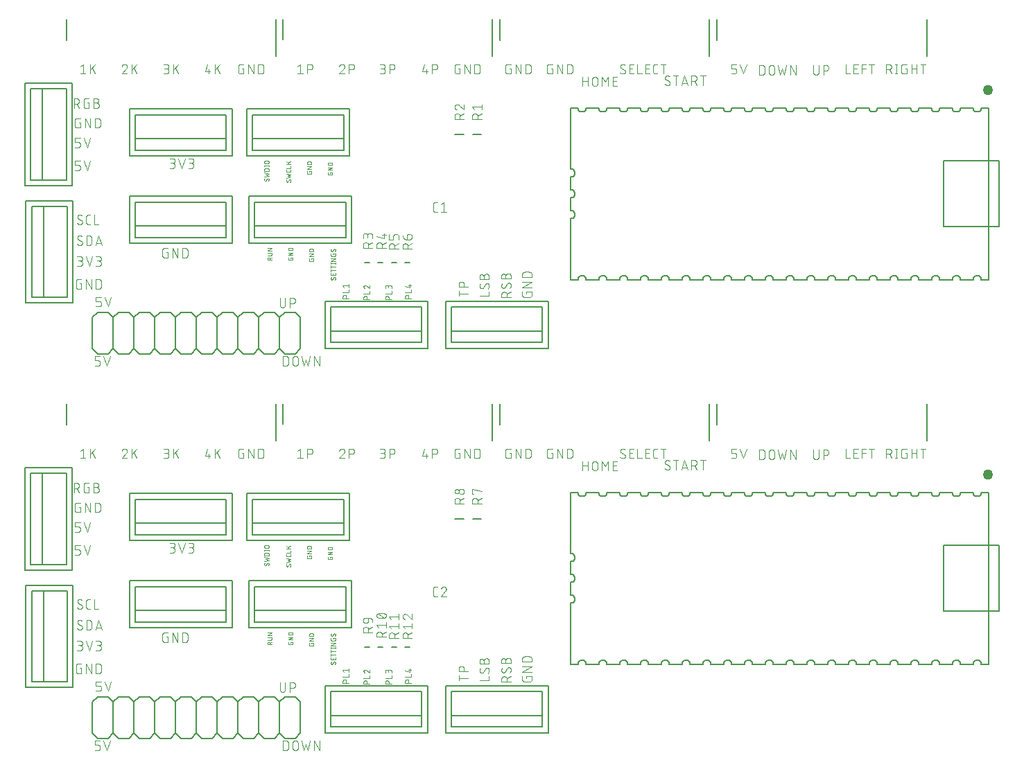
<source format=gbr>
G04 EAGLE Gerber RS-274X export*
G75*
%MOMM*%
%FSLAX34Y34*%
%LPD*%
%INSilkscreen Top*%
%IPPOS*%
%AMOC8*
5,1,8,0,0,1.08239X$1,22.5*%
G01*
%ADD10C,0.101600*%
%ADD11C,0.076200*%
%ADD12C,0.050800*%
%ADD13C,0.152400*%
%ADD14C,1.270000*%
%ADD15C,0.127000*%
%ADD16C,0.200000*%


D10*
X1469898Y671068D02*
X1469898Y682752D01*
X1473144Y682752D01*
X1473257Y682750D01*
X1473370Y682744D01*
X1473483Y682734D01*
X1473596Y682720D01*
X1473708Y682703D01*
X1473819Y682681D01*
X1473929Y682656D01*
X1474039Y682626D01*
X1474147Y682593D01*
X1474254Y682556D01*
X1474360Y682516D01*
X1474464Y682471D01*
X1474567Y682423D01*
X1474668Y682372D01*
X1474767Y682317D01*
X1474864Y682259D01*
X1474959Y682197D01*
X1475052Y682132D01*
X1475142Y682064D01*
X1475230Y681993D01*
X1475316Y681918D01*
X1475399Y681841D01*
X1475479Y681761D01*
X1475556Y681678D01*
X1475631Y681592D01*
X1475702Y681504D01*
X1475770Y681414D01*
X1475835Y681321D01*
X1475897Y681226D01*
X1475955Y681129D01*
X1476010Y681030D01*
X1476061Y680929D01*
X1476109Y680826D01*
X1476154Y680722D01*
X1476194Y680616D01*
X1476231Y680509D01*
X1476264Y680401D01*
X1476294Y680291D01*
X1476319Y680181D01*
X1476341Y680070D01*
X1476358Y679958D01*
X1476372Y679845D01*
X1476382Y679732D01*
X1476388Y679619D01*
X1476390Y679506D01*
X1476388Y679393D01*
X1476382Y679280D01*
X1476372Y679167D01*
X1476358Y679054D01*
X1476341Y678942D01*
X1476319Y678831D01*
X1476294Y678721D01*
X1476264Y678611D01*
X1476231Y678503D01*
X1476194Y678396D01*
X1476154Y678290D01*
X1476109Y678186D01*
X1476061Y678083D01*
X1476010Y677982D01*
X1475955Y677883D01*
X1475897Y677786D01*
X1475835Y677691D01*
X1475770Y677598D01*
X1475702Y677508D01*
X1475631Y677420D01*
X1475556Y677334D01*
X1475479Y677251D01*
X1475399Y677171D01*
X1475316Y677094D01*
X1475230Y677019D01*
X1475142Y676948D01*
X1475052Y676880D01*
X1474959Y676815D01*
X1474864Y676753D01*
X1474767Y676695D01*
X1474668Y676640D01*
X1474567Y676589D01*
X1474464Y676541D01*
X1474360Y676496D01*
X1474254Y676456D01*
X1474147Y676419D01*
X1474039Y676386D01*
X1473929Y676356D01*
X1473819Y676331D01*
X1473708Y676309D01*
X1473596Y676292D01*
X1473483Y676278D01*
X1473370Y676268D01*
X1473257Y676262D01*
X1473144Y676260D01*
X1473144Y676261D02*
X1469898Y676261D01*
X1473793Y676261D02*
X1476389Y671068D01*
X1482214Y671068D02*
X1482214Y682752D01*
X1480916Y671068D02*
X1483512Y671068D01*
X1483512Y682752D02*
X1480916Y682752D01*
X1493037Y677559D02*
X1494984Y677559D01*
X1494984Y671068D01*
X1491090Y671068D01*
X1490991Y671070D01*
X1490891Y671076D01*
X1490792Y671085D01*
X1490694Y671098D01*
X1490596Y671115D01*
X1490498Y671136D01*
X1490402Y671161D01*
X1490307Y671189D01*
X1490213Y671221D01*
X1490120Y671256D01*
X1490028Y671295D01*
X1489938Y671338D01*
X1489850Y671383D01*
X1489763Y671433D01*
X1489679Y671485D01*
X1489596Y671541D01*
X1489516Y671599D01*
X1489438Y671661D01*
X1489363Y671726D01*
X1489290Y671794D01*
X1489220Y671864D01*
X1489152Y671937D01*
X1489087Y672012D01*
X1489025Y672090D01*
X1488967Y672170D01*
X1488911Y672253D01*
X1488859Y672337D01*
X1488809Y672424D01*
X1488764Y672512D01*
X1488721Y672602D01*
X1488682Y672694D01*
X1488647Y672787D01*
X1488615Y672881D01*
X1488587Y672976D01*
X1488562Y673072D01*
X1488541Y673170D01*
X1488524Y673268D01*
X1488511Y673366D01*
X1488502Y673465D01*
X1488496Y673565D01*
X1488494Y673664D01*
X1488493Y673664D02*
X1488493Y680156D01*
X1488494Y680156D02*
X1488496Y680255D01*
X1488502Y680355D01*
X1488511Y680454D01*
X1488524Y680552D01*
X1488541Y680650D01*
X1488562Y680748D01*
X1488587Y680844D01*
X1488615Y680939D01*
X1488647Y681033D01*
X1488682Y681126D01*
X1488721Y681218D01*
X1488764Y681308D01*
X1488809Y681396D01*
X1488859Y681483D01*
X1488911Y681567D01*
X1488967Y681650D01*
X1489025Y681730D01*
X1489087Y681808D01*
X1489152Y681883D01*
X1489220Y681956D01*
X1489290Y682026D01*
X1489363Y682094D01*
X1489438Y682159D01*
X1489516Y682221D01*
X1489596Y682279D01*
X1489679Y682335D01*
X1489763Y682387D01*
X1489850Y682437D01*
X1489938Y682482D01*
X1490028Y682525D01*
X1490120Y682564D01*
X1490212Y682599D01*
X1490307Y682631D01*
X1490402Y682659D01*
X1490498Y682684D01*
X1490596Y682705D01*
X1490694Y682722D01*
X1490792Y682735D01*
X1490891Y682744D01*
X1490991Y682750D01*
X1491090Y682752D01*
X1494984Y682752D01*
X1500685Y682752D02*
X1500685Y671068D01*
X1500685Y677559D02*
X1507176Y677559D01*
X1507176Y682752D02*
X1507176Y671068D01*
X1514980Y671068D02*
X1514980Y682752D01*
X1518225Y682752D02*
X1511734Y682752D01*
X1420368Y682752D02*
X1420368Y671068D01*
X1425561Y671068D01*
X1430274Y671068D02*
X1435467Y671068D01*
X1430274Y671068D02*
X1430274Y682752D01*
X1435467Y682752D01*
X1434169Y677559D02*
X1430274Y677559D01*
X1440180Y682752D02*
X1440180Y671068D01*
X1440180Y682752D02*
X1445373Y682752D01*
X1445373Y677559D02*
X1440180Y677559D01*
X1452166Y682752D02*
X1452166Y671068D01*
X1448920Y682752D02*
X1455412Y682752D01*
X1380998Y681482D02*
X1380998Y673044D01*
X1381000Y672931D01*
X1381006Y672818D01*
X1381016Y672705D01*
X1381030Y672592D01*
X1381047Y672480D01*
X1381069Y672369D01*
X1381094Y672259D01*
X1381124Y672149D01*
X1381157Y672041D01*
X1381194Y671934D01*
X1381234Y671828D01*
X1381279Y671724D01*
X1381327Y671621D01*
X1381378Y671520D01*
X1381433Y671421D01*
X1381491Y671324D01*
X1381553Y671229D01*
X1381618Y671136D01*
X1381686Y671046D01*
X1381757Y670958D01*
X1381832Y670872D01*
X1381909Y670789D01*
X1381989Y670709D01*
X1382072Y670632D01*
X1382158Y670557D01*
X1382246Y670486D01*
X1382336Y670418D01*
X1382429Y670353D01*
X1382524Y670291D01*
X1382621Y670233D01*
X1382720Y670178D01*
X1382821Y670127D01*
X1382924Y670079D01*
X1383028Y670034D01*
X1383134Y669994D01*
X1383241Y669957D01*
X1383349Y669924D01*
X1383459Y669894D01*
X1383569Y669869D01*
X1383680Y669847D01*
X1383792Y669830D01*
X1383905Y669816D01*
X1384018Y669806D01*
X1384131Y669800D01*
X1384244Y669798D01*
X1384357Y669800D01*
X1384470Y669806D01*
X1384583Y669816D01*
X1384696Y669830D01*
X1384808Y669847D01*
X1384919Y669869D01*
X1385029Y669894D01*
X1385139Y669924D01*
X1385247Y669957D01*
X1385354Y669994D01*
X1385460Y670034D01*
X1385564Y670079D01*
X1385667Y670127D01*
X1385768Y670178D01*
X1385867Y670233D01*
X1385964Y670291D01*
X1386059Y670353D01*
X1386152Y670418D01*
X1386242Y670486D01*
X1386330Y670557D01*
X1386416Y670632D01*
X1386499Y670709D01*
X1386579Y670789D01*
X1386656Y670872D01*
X1386731Y670958D01*
X1386802Y671046D01*
X1386870Y671136D01*
X1386935Y671229D01*
X1386997Y671324D01*
X1387055Y671421D01*
X1387110Y671520D01*
X1387161Y671621D01*
X1387209Y671724D01*
X1387254Y671828D01*
X1387294Y671934D01*
X1387331Y672041D01*
X1387364Y672149D01*
X1387394Y672259D01*
X1387419Y672369D01*
X1387441Y672480D01*
X1387458Y672592D01*
X1387472Y672705D01*
X1387482Y672818D01*
X1387488Y672931D01*
X1387490Y673044D01*
X1387489Y673044D02*
X1387489Y681482D01*
X1393359Y681482D02*
X1393359Y669798D01*
X1393359Y681482D02*
X1396605Y681482D01*
X1396718Y681480D01*
X1396831Y681474D01*
X1396944Y681464D01*
X1397057Y681450D01*
X1397169Y681433D01*
X1397280Y681411D01*
X1397390Y681386D01*
X1397500Y681356D01*
X1397608Y681323D01*
X1397715Y681286D01*
X1397821Y681246D01*
X1397925Y681201D01*
X1398028Y681153D01*
X1398129Y681102D01*
X1398228Y681047D01*
X1398325Y680989D01*
X1398420Y680927D01*
X1398513Y680862D01*
X1398603Y680794D01*
X1398691Y680723D01*
X1398777Y680648D01*
X1398860Y680571D01*
X1398940Y680491D01*
X1399017Y680408D01*
X1399092Y680322D01*
X1399163Y680234D01*
X1399231Y680144D01*
X1399296Y680051D01*
X1399358Y679956D01*
X1399416Y679859D01*
X1399471Y679760D01*
X1399522Y679659D01*
X1399570Y679556D01*
X1399615Y679452D01*
X1399655Y679346D01*
X1399692Y679239D01*
X1399725Y679131D01*
X1399755Y679021D01*
X1399780Y678911D01*
X1399802Y678800D01*
X1399819Y678688D01*
X1399833Y678575D01*
X1399843Y678462D01*
X1399849Y678349D01*
X1399851Y678236D01*
X1399849Y678123D01*
X1399843Y678010D01*
X1399833Y677897D01*
X1399819Y677784D01*
X1399802Y677672D01*
X1399780Y677561D01*
X1399755Y677451D01*
X1399725Y677341D01*
X1399692Y677233D01*
X1399655Y677126D01*
X1399615Y677020D01*
X1399570Y676916D01*
X1399522Y676813D01*
X1399471Y676712D01*
X1399416Y676613D01*
X1399358Y676516D01*
X1399296Y676421D01*
X1399231Y676328D01*
X1399163Y676238D01*
X1399092Y676150D01*
X1399017Y676064D01*
X1398940Y675981D01*
X1398860Y675901D01*
X1398777Y675824D01*
X1398691Y675749D01*
X1398603Y675678D01*
X1398513Y675610D01*
X1398420Y675545D01*
X1398325Y675483D01*
X1398228Y675425D01*
X1398129Y675370D01*
X1398028Y675319D01*
X1397925Y675271D01*
X1397821Y675226D01*
X1397715Y675186D01*
X1397608Y675149D01*
X1397500Y675116D01*
X1397390Y675086D01*
X1397280Y675061D01*
X1397169Y675039D01*
X1397057Y675022D01*
X1396944Y675008D01*
X1396831Y674998D01*
X1396718Y674992D01*
X1396605Y674990D01*
X1396605Y674991D02*
X1393359Y674991D01*
X1314958Y669798D02*
X1314958Y681482D01*
X1318204Y681482D01*
X1318317Y681480D01*
X1318430Y681474D01*
X1318543Y681464D01*
X1318656Y681450D01*
X1318768Y681433D01*
X1318879Y681411D01*
X1318989Y681386D01*
X1319099Y681356D01*
X1319207Y681323D01*
X1319314Y681286D01*
X1319420Y681246D01*
X1319524Y681201D01*
X1319627Y681153D01*
X1319728Y681102D01*
X1319827Y681047D01*
X1319924Y680989D01*
X1320019Y680927D01*
X1320112Y680862D01*
X1320202Y680794D01*
X1320290Y680723D01*
X1320376Y680648D01*
X1320459Y680571D01*
X1320539Y680491D01*
X1320616Y680408D01*
X1320691Y680322D01*
X1320762Y680234D01*
X1320830Y680144D01*
X1320895Y680051D01*
X1320957Y679956D01*
X1321015Y679859D01*
X1321070Y679760D01*
X1321121Y679659D01*
X1321169Y679556D01*
X1321214Y679452D01*
X1321254Y679346D01*
X1321291Y679239D01*
X1321324Y679131D01*
X1321354Y679021D01*
X1321379Y678911D01*
X1321401Y678800D01*
X1321418Y678688D01*
X1321432Y678575D01*
X1321442Y678462D01*
X1321448Y678349D01*
X1321450Y678236D01*
X1321449Y678236D02*
X1321449Y673044D01*
X1321450Y673044D02*
X1321448Y672931D01*
X1321442Y672818D01*
X1321432Y672705D01*
X1321418Y672592D01*
X1321401Y672480D01*
X1321379Y672369D01*
X1321354Y672259D01*
X1321324Y672149D01*
X1321291Y672041D01*
X1321254Y671934D01*
X1321214Y671828D01*
X1321169Y671724D01*
X1321121Y671621D01*
X1321070Y671520D01*
X1321015Y671421D01*
X1320957Y671324D01*
X1320895Y671229D01*
X1320830Y671136D01*
X1320762Y671046D01*
X1320691Y670958D01*
X1320616Y670872D01*
X1320539Y670789D01*
X1320459Y670709D01*
X1320376Y670632D01*
X1320290Y670557D01*
X1320202Y670486D01*
X1320112Y670418D01*
X1320019Y670353D01*
X1319924Y670291D01*
X1319827Y670233D01*
X1319728Y670178D01*
X1319627Y670127D01*
X1319524Y670079D01*
X1319420Y670034D01*
X1319314Y669994D01*
X1319207Y669957D01*
X1319099Y669924D01*
X1318989Y669894D01*
X1318879Y669869D01*
X1318768Y669847D01*
X1318656Y669830D01*
X1318543Y669816D01*
X1318430Y669806D01*
X1318317Y669800D01*
X1318204Y669798D01*
X1314958Y669798D01*
X1326769Y673044D02*
X1326769Y678236D01*
X1326771Y678349D01*
X1326777Y678462D01*
X1326787Y678575D01*
X1326801Y678688D01*
X1326818Y678800D01*
X1326840Y678911D01*
X1326865Y679021D01*
X1326895Y679131D01*
X1326928Y679239D01*
X1326965Y679346D01*
X1327005Y679452D01*
X1327050Y679556D01*
X1327098Y679659D01*
X1327149Y679760D01*
X1327204Y679859D01*
X1327262Y679956D01*
X1327324Y680051D01*
X1327389Y680144D01*
X1327457Y680234D01*
X1327528Y680322D01*
X1327603Y680408D01*
X1327680Y680491D01*
X1327760Y680571D01*
X1327843Y680648D01*
X1327929Y680723D01*
X1328017Y680794D01*
X1328107Y680862D01*
X1328200Y680927D01*
X1328295Y680989D01*
X1328392Y681047D01*
X1328491Y681102D01*
X1328592Y681153D01*
X1328695Y681201D01*
X1328799Y681246D01*
X1328905Y681286D01*
X1329012Y681323D01*
X1329120Y681356D01*
X1329230Y681386D01*
X1329340Y681411D01*
X1329451Y681433D01*
X1329563Y681450D01*
X1329676Y681464D01*
X1329789Y681474D01*
X1329902Y681480D01*
X1330015Y681482D01*
X1330128Y681480D01*
X1330241Y681474D01*
X1330354Y681464D01*
X1330467Y681450D01*
X1330579Y681433D01*
X1330690Y681411D01*
X1330800Y681386D01*
X1330910Y681356D01*
X1331018Y681323D01*
X1331125Y681286D01*
X1331231Y681246D01*
X1331335Y681201D01*
X1331438Y681153D01*
X1331539Y681102D01*
X1331638Y681047D01*
X1331735Y680989D01*
X1331830Y680927D01*
X1331923Y680862D01*
X1332013Y680794D01*
X1332101Y680723D01*
X1332187Y680648D01*
X1332270Y680571D01*
X1332350Y680491D01*
X1332427Y680408D01*
X1332502Y680322D01*
X1332573Y680234D01*
X1332641Y680144D01*
X1332706Y680051D01*
X1332768Y679956D01*
X1332826Y679859D01*
X1332881Y679760D01*
X1332932Y679659D01*
X1332980Y679556D01*
X1333025Y679452D01*
X1333065Y679346D01*
X1333102Y679239D01*
X1333135Y679131D01*
X1333165Y679021D01*
X1333190Y678911D01*
X1333212Y678800D01*
X1333229Y678688D01*
X1333243Y678575D01*
X1333253Y678462D01*
X1333259Y678349D01*
X1333261Y678236D01*
X1333260Y678236D02*
X1333260Y673044D01*
X1333261Y673044D02*
X1333259Y672931D01*
X1333253Y672818D01*
X1333243Y672705D01*
X1333229Y672592D01*
X1333212Y672480D01*
X1333190Y672369D01*
X1333165Y672259D01*
X1333135Y672149D01*
X1333102Y672041D01*
X1333065Y671934D01*
X1333025Y671828D01*
X1332980Y671724D01*
X1332932Y671621D01*
X1332881Y671520D01*
X1332826Y671421D01*
X1332768Y671324D01*
X1332706Y671229D01*
X1332641Y671136D01*
X1332573Y671046D01*
X1332502Y670958D01*
X1332427Y670872D01*
X1332350Y670789D01*
X1332270Y670709D01*
X1332187Y670632D01*
X1332101Y670557D01*
X1332013Y670486D01*
X1331923Y670418D01*
X1331830Y670353D01*
X1331735Y670291D01*
X1331638Y670233D01*
X1331539Y670178D01*
X1331438Y670127D01*
X1331335Y670079D01*
X1331231Y670034D01*
X1331125Y669994D01*
X1331018Y669957D01*
X1330910Y669924D01*
X1330800Y669894D01*
X1330690Y669869D01*
X1330579Y669847D01*
X1330467Y669830D01*
X1330354Y669816D01*
X1330241Y669806D01*
X1330128Y669800D01*
X1330015Y669798D01*
X1329902Y669800D01*
X1329789Y669806D01*
X1329676Y669816D01*
X1329563Y669830D01*
X1329451Y669847D01*
X1329340Y669869D01*
X1329230Y669894D01*
X1329120Y669924D01*
X1329012Y669957D01*
X1328905Y669994D01*
X1328799Y670034D01*
X1328695Y670079D01*
X1328592Y670127D01*
X1328491Y670178D01*
X1328392Y670233D01*
X1328295Y670291D01*
X1328200Y670353D01*
X1328107Y670418D01*
X1328017Y670486D01*
X1327929Y670557D01*
X1327843Y670632D01*
X1327760Y670709D01*
X1327680Y670789D01*
X1327603Y670872D01*
X1327528Y670958D01*
X1327457Y671046D01*
X1327389Y671136D01*
X1327324Y671229D01*
X1327262Y671324D01*
X1327204Y671421D01*
X1327149Y671520D01*
X1327098Y671621D01*
X1327050Y671724D01*
X1327005Y671828D01*
X1326965Y671934D01*
X1326928Y672041D01*
X1326895Y672149D01*
X1326865Y672259D01*
X1326840Y672369D01*
X1326818Y672480D01*
X1326801Y672592D01*
X1326787Y672705D01*
X1326777Y672818D01*
X1326771Y672931D01*
X1326769Y673044D01*
X1337776Y681482D02*
X1340372Y669798D01*
X1342969Y677587D01*
X1345565Y669798D01*
X1348161Y681482D01*
X1353058Y681482D02*
X1353058Y669798D01*
X1359549Y669798D02*
X1353058Y681482D01*
X1359549Y681482D02*
X1359549Y669798D01*
X1284563Y671068D02*
X1280668Y671068D01*
X1284563Y671068D02*
X1284662Y671070D01*
X1284762Y671076D01*
X1284861Y671085D01*
X1284959Y671098D01*
X1285057Y671115D01*
X1285155Y671136D01*
X1285251Y671161D01*
X1285346Y671189D01*
X1285440Y671221D01*
X1285533Y671256D01*
X1285625Y671295D01*
X1285715Y671338D01*
X1285803Y671383D01*
X1285890Y671433D01*
X1285974Y671485D01*
X1286057Y671541D01*
X1286137Y671599D01*
X1286215Y671661D01*
X1286290Y671726D01*
X1286363Y671794D01*
X1286433Y671864D01*
X1286501Y671937D01*
X1286566Y672012D01*
X1286628Y672090D01*
X1286686Y672170D01*
X1286742Y672253D01*
X1286794Y672337D01*
X1286844Y672424D01*
X1286889Y672512D01*
X1286932Y672602D01*
X1286971Y672694D01*
X1287006Y672787D01*
X1287038Y672881D01*
X1287066Y672976D01*
X1287091Y673072D01*
X1287112Y673170D01*
X1287129Y673268D01*
X1287142Y673366D01*
X1287151Y673465D01*
X1287157Y673565D01*
X1287159Y673664D01*
X1287159Y674963D01*
X1287157Y675062D01*
X1287151Y675162D01*
X1287142Y675261D01*
X1287129Y675359D01*
X1287112Y675457D01*
X1287091Y675555D01*
X1287066Y675651D01*
X1287038Y675746D01*
X1287006Y675840D01*
X1286971Y675933D01*
X1286932Y676025D01*
X1286889Y676115D01*
X1286844Y676203D01*
X1286794Y676290D01*
X1286742Y676374D01*
X1286686Y676457D01*
X1286628Y676537D01*
X1286566Y676615D01*
X1286501Y676690D01*
X1286433Y676763D01*
X1286363Y676833D01*
X1286290Y676901D01*
X1286215Y676966D01*
X1286137Y677028D01*
X1286057Y677086D01*
X1285974Y677142D01*
X1285890Y677194D01*
X1285803Y677244D01*
X1285715Y677289D01*
X1285625Y677332D01*
X1285533Y677371D01*
X1285440Y677406D01*
X1285346Y677438D01*
X1285251Y677466D01*
X1285155Y677491D01*
X1285057Y677512D01*
X1284959Y677529D01*
X1284861Y677542D01*
X1284762Y677551D01*
X1284662Y677557D01*
X1284563Y677559D01*
X1280668Y677559D01*
X1280668Y682752D01*
X1287159Y682752D01*
X1291449Y682752D02*
X1295344Y671068D01*
X1299238Y682752D01*
X1205879Y659694D02*
X1205877Y659595D01*
X1205871Y659495D01*
X1205862Y659396D01*
X1205849Y659298D01*
X1205832Y659200D01*
X1205811Y659102D01*
X1205786Y659006D01*
X1205758Y658911D01*
X1205726Y658817D01*
X1205691Y658724D01*
X1205652Y658632D01*
X1205609Y658542D01*
X1205564Y658454D01*
X1205514Y658367D01*
X1205462Y658283D01*
X1205406Y658200D01*
X1205348Y658120D01*
X1205286Y658042D01*
X1205221Y657967D01*
X1205153Y657894D01*
X1205083Y657824D01*
X1205010Y657756D01*
X1204935Y657691D01*
X1204857Y657629D01*
X1204777Y657571D01*
X1204694Y657515D01*
X1204610Y657463D01*
X1204523Y657413D01*
X1204435Y657368D01*
X1204345Y657325D01*
X1204253Y657286D01*
X1204160Y657251D01*
X1204066Y657219D01*
X1203971Y657191D01*
X1203875Y657166D01*
X1203777Y657145D01*
X1203679Y657128D01*
X1203581Y657115D01*
X1203482Y657106D01*
X1203382Y657100D01*
X1203283Y657098D01*
X1203139Y657100D01*
X1202994Y657106D01*
X1202850Y657115D01*
X1202707Y657128D01*
X1202563Y657145D01*
X1202420Y657166D01*
X1202278Y657191D01*
X1202137Y657219D01*
X1201996Y657251D01*
X1201856Y657287D01*
X1201717Y657326D01*
X1201579Y657369D01*
X1201443Y657416D01*
X1201307Y657466D01*
X1201173Y657520D01*
X1201041Y657577D01*
X1200910Y657638D01*
X1200781Y657702D01*
X1200653Y657770D01*
X1200527Y657840D01*
X1200403Y657915D01*
X1200282Y657992D01*
X1200162Y658073D01*
X1200044Y658156D01*
X1199929Y658243D01*
X1199816Y658333D01*
X1199705Y658426D01*
X1199597Y658521D01*
X1199491Y658620D01*
X1199388Y658721D01*
X1199713Y666186D02*
X1199715Y666285D01*
X1199721Y666385D01*
X1199730Y666484D01*
X1199743Y666582D01*
X1199760Y666680D01*
X1199781Y666778D01*
X1199806Y666874D01*
X1199834Y666969D01*
X1199866Y667063D01*
X1199901Y667156D01*
X1199940Y667248D01*
X1199983Y667338D01*
X1200028Y667426D01*
X1200078Y667513D01*
X1200130Y667597D01*
X1200186Y667680D01*
X1200244Y667760D01*
X1200306Y667838D01*
X1200371Y667913D01*
X1200439Y667986D01*
X1200509Y668056D01*
X1200582Y668124D01*
X1200657Y668189D01*
X1200735Y668251D01*
X1200815Y668309D01*
X1200898Y668365D01*
X1200982Y668417D01*
X1201069Y668467D01*
X1201157Y668512D01*
X1201247Y668555D01*
X1201339Y668594D01*
X1201432Y668629D01*
X1201526Y668661D01*
X1201621Y668689D01*
X1201718Y668714D01*
X1201815Y668735D01*
X1201913Y668752D01*
X1202011Y668765D01*
X1202110Y668774D01*
X1202210Y668780D01*
X1202309Y668782D01*
X1202445Y668780D01*
X1202581Y668774D01*
X1202717Y668765D01*
X1202853Y668752D01*
X1202988Y668734D01*
X1203122Y668714D01*
X1203256Y668689D01*
X1203390Y668661D01*
X1203522Y668628D01*
X1203653Y668593D01*
X1203784Y668553D01*
X1203913Y668510D01*
X1204041Y668464D01*
X1204167Y668413D01*
X1204293Y668360D01*
X1204416Y668302D01*
X1204538Y668242D01*
X1204658Y668178D01*
X1204777Y668110D01*
X1204893Y668040D01*
X1205007Y667966D01*
X1205120Y667889D01*
X1205230Y667808D01*
X1201011Y663914D02*
X1200925Y663967D01*
X1200841Y664024D01*
X1200759Y664083D01*
X1200679Y664146D01*
X1200602Y664212D01*
X1200527Y664280D01*
X1200455Y664352D01*
X1200386Y664426D01*
X1200320Y664503D01*
X1200257Y664582D01*
X1200197Y664664D01*
X1200140Y664748D01*
X1200086Y664834D01*
X1200036Y664922D01*
X1199989Y665012D01*
X1199945Y665103D01*
X1199906Y665197D01*
X1199869Y665291D01*
X1199837Y665387D01*
X1199808Y665485D01*
X1199783Y665583D01*
X1199762Y665682D01*
X1199744Y665782D01*
X1199731Y665882D01*
X1199721Y665983D01*
X1199715Y666085D01*
X1199713Y666186D01*
X1204581Y661966D02*
X1204667Y661913D01*
X1204751Y661856D01*
X1204833Y661797D01*
X1204913Y661734D01*
X1204990Y661668D01*
X1205065Y661600D01*
X1205137Y661528D01*
X1205206Y661454D01*
X1205272Y661377D01*
X1205335Y661298D01*
X1205395Y661216D01*
X1205452Y661132D01*
X1205506Y661046D01*
X1205556Y660958D01*
X1205603Y660868D01*
X1205647Y660777D01*
X1205686Y660683D01*
X1205723Y660589D01*
X1205755Y660493D01*
X1205784Y660395D01*
X1205809Y660297D01*
X1205830Y660198D01*
X1205848Y660098D01*
X1205861Y659998D01*
X1205871Y659897D01*
X1205877Y659795D01*
X1205879Y659694D01*
X1204581Y661966D02*
X1201011Y663914D01*
X1212921Y668782D02*
X1212921Y657098D01*
X1209675Y668782D02*
X1216166Y668782D01*
X1223589Y668782D02*
X1219694Y657098D01*
X1227483Y657098D02*
X1223589Y668782D01*
X1226510Y660019D02*
X1220668Y660019D01*
X1232228Y657098D02*
X1232228Y668782D01*
X1235473Y668782D01*
X1235586Y668780D01*
X1235699Y668774D01*
X1235812Y668764D01*
X1235925Y668750D01*
X1236037Y668733D01*
X1236148Y668711D01*
X1236258Y668686D01*
X1236368Y668656D01*
X1236476Y668623D01*
X1236583Y668586D01*
X1236689Y668546D01*
X1236793Y668501D01*
X1236896Y668453D01*
X1236997Y668402D01*
X1237096Y668347D01*
X1237193Y668289D01*
X1237288Y668227D01*
X1237381Y668162D01*
X1237471Y668094D01*
X1237559Y668023D01*
X1237645Y667948D01*
X1237728Y667871D01*
X1237808Y667791D01*
X1237885Y667708D01*
X1237960Y667622D01*
X1238031Y667534D01*
X1238099Y667444D01*
X1238164Y667351D01*
X1238226Y667256D01*
X1238284Y667159D01*
X1238339Y667060D01*
X1238390Y666959D01*
X1238438Y666856D01*
X1238483Y666752D01*
X1238523Y666646D01*
X1238560Y666539D01*
X1238593Y666431D01*
X1238623Y666321D01*
X1238648Y666211D01*
X1238670Y666100D01*
X1238687Y665988D01*
X1238701Y665875D01*
X1238711Y665762D01*
X1238717Y665649D01*
X1238719Y665536D01*
X1238717Y665423D01*
X1238711Y665310D01*
X1238701Y665197D01*
X1238687Y665084D01*
X1238670Y664972D01*
X1238648Y664861D01*
X1238623Y664751D01*
X1238593Y664641D01*
X1238560Y664533D01*
X1238523Y664426D01*
X1238483Y664320D01*
X1238438Y664216D01*
X1238390Y664113D01*
X1238339Y664012D01*
X1238284Y663913D01*
X1238226Y663816D01*
X1238164Y663721D01*
X1238099Y663628D01*
X1238031Y663538D01*
X1237960Y663450D01*
X1237885Y663364D01*
X1237808Y663281D01*
X1237728Y663201D01*
X1237645Y663124D01*
X1237559Y663049D01*
X1237471Y662978D01*
X1237381Y662910D01*
X1237288Y662845D01*
X1237193Y662783D01*
X1237096Y662725D01*
X1236997Y662670D01*
X1236896Y662619D01*
X1236793Y662571D01*
X1236689Y662526D01*
X1236583Y662486D01*
X1236476Y662449D01*
X1236368Y662416D01*
X1236258Y662386D01*
X1236148Y662361D01*
X1236037Y662339D01*
X1235925Y662322D01*
X1235812Y662308D01*
X1235699Y662298D01*
X1235586Y662292D01*
X1235473Y662290D01*
X1235473Y662291D02*
X1232228Y662291D01*
X1236122Y662291D02*
X1238719Y657098D01*
X1246067Y657098D02*
X1246067Y668782D01*
X1242822Y668782D02*
X1249313Y668782D01*
X1151269Y673664D02*
X1151267Y673565D01*
X1151261Y673465D01*
X1151252Y673366D01*
X1151239Y673268D01*
X1151222Y673170D01*
X1151201Y673072D01*
X1151176Y672976D01*
X1151148Y672881D01*
X1151116Y672787D01*
X1151081Y672694D01*
X1151042Y672602D01*
X1150999Y672512D01*
X1150954Y672424D01*
X1150904Y672337D01*
X1150852Y672253D01*
X1150796Y672170D01*
X1150738Y672090D01*
X1150676Y672012D01*
X1150611Y671937D01*
X1150543Y671864D01*
X1150473Y671794D01*
X1150400Y671726D01*
X1150325Y671661D01*
X1150247Y671599D01*
X1150167Y671541D01*
X1150084Y671485D01*
X1150000Y671433D01*
X1149913Y671383D01*
X1149825Y671338D01*
X1149735Y671295D01*
X1149643Y671256D01*
X1149550Y671221D01*
X1149456Y671189D01*
X1149361Y671161D01*
X1149265Y671136D01*
X1149167Y671115D01*
X1149069Y671098D01*
X1148971Y671085D01*
X1148872Y671076D01*
X1148772Y671070D01*
X1148673Y671068D01*
X1148529Y671070D01*
X1148384Y671076D01*
X1148240Y671085D01*
X1148097Y671098D01*
X1147953Y671115D01*
X1147810Y671136D01*
X1147668Y671161D01*
X1147527Y671189D01*
X1147386Y671221D01*
X1147246Y671257D01*
X1147107Y671296D01*
X1146969Y671339D01*
X1146833Y671386D01*
X1146697Y671436D01*
X1146563Y671490D01*
X1146431Y671547D01*
X1146300Y671608D01*
X1146171Y671672D01*
X1146043Y671740D01*
X1145917Y671810D01*
X1145793Y671885D01*
X1145672Y671962D01*
X1145552Y672043D01*
X1145434Y672126D01*
X1145319Y672213D01*
X1145206Y672303D01*
X1145095Y672396D01*
X1144987Y672491D01*
X1144881Y672590D01*
X1144778Y672691D01*
X1145103Y680156D02*
X1145105Y680255D01*
X1145111Y680355D01*
X1145120Y680454D01*
X1145133Y680552D01*
X1145150Y680650D01*
X1145171Y680748D01*
X1145196Y680844D01*
X1145224Y680939D01*
X1145256Y681033D01*
X1145291Y681126D01*
X1145330Y681218D01*
X1145373Y681308D01*
X1145418Y681396D01*
X1145468Y681483D01*
X1145520Y681567D01*
X1145576Y681650D01*
X1145634Y681730D01*
X1145696Y681808D01*
X1145761Y681883D01*
X1145829Y681956D01*
X1145899Y682026D01*
X1145972Y682094D01*
X1146047Y682159D01*
X1146125Y682221D01*
X1146205Y682279D01*
X1146288Y682335D01*
X1146372Y682387D01*
X1146459Y682437D01*
X1146547Y682482D01*
X1146637Y682525D01*
X1146729Y682564D01*
X1146822Y682599D01*
X1146916Y682631D01*
X1147011Y682659D01*
X1147108Y682684D01*
X1147205Y682705D01*
X1147303Y682722D01*
X1147401Y682735D01*
X1147500Y682744D01*
X1147600Y682750D01*
X1147699Y682752D01*
X1147835Y682750D01*
X1147971Y682744D01*
X1148107Y682735D01*
X1148243Y682722D01*
X1148378Y682704D01*
X1148512Y682684D01*
X1148646Y682659D01*
X1148780Y682631D01*
X1148912Y682598D01*
X1149043Y682563D01*
X1149174Y682523D01*
X1149303Y682480D01*
X1149431Y682434D01*
X1149557Y682383D01*
X1149683Y682330D01*
X1149806Y682272D01*
X1149928Y682212D01*
X1150048Y682148D01*
X1150167Y682080D01*
X1150283Y682010D01*
X1150397Y681936D01*
X1150510Y681859D01*
X1150620Y681778D01*
X1146401Y677884D02*
X1146315Y677937D01*
X1146231Y677994D01*
X1146149Y678053D01*
X1146069Y678116D01*
X1145992Y678182D01*
X1145917Y678250D01*
X1145845Y678322D01*
X1145776Y678396D01*
X1145710Y678473D01*
X1145647Y678552D01*
X1145587Y678634D01*
X1145530Y678718D01*
X1145476Y678804D01*
X1145426Y678892D01*
X1145379Y678982D01*
X1145335Y679073D01*
X1145296Y679167D01*
X1145259Y679261D01*
X1145227Y679357D01*
X1145198Y679455D01*
X1145173Y679553D01*
X1145152Y679652D01*
X1145134Y679752D01*
X1145121Y679852D01*
X1145111Y679953D01*
X1145105Y680055D01*
X1145103Y680156D01*
X1149971Y675936D02*
X1150057Y675883D01*
X1150141Y675826D01*
X1150223Y675767D01*
X1150303Y675704D01*
X1150380Y675638D01*
X1150455Y675570D01*
X1150527Y675498D01*
X1150596Y675424D01*
X1150662Y675347D01*
X1150725Y675268D01*
X1150785Y675186D01*
X1150842Y675102D01*
X1150896Y675016D01*
X1150946Y674928D01*
X1150993Y674838D01*
X1151037Y674747D01*
X1151076Y674653D01*
X1151113Y674559D01*
X1151145Y674463D01*
X1151174Y674365D01*
X1151199Y674267D01*
X1151220Y674168D01*
X1151238Y674068D01*
X1151251Y673968D01*
X1151261Y673867D01*
X1151267Y673765D01*
X1151269Y673664D01*
X1149971Y675936D02*
X1146401Y677884D01*
X1156231Y671068D02*
X1161423Y671068D01*
X1156231Y671068D02*
X1156231Y682752D01*
X1161423Y682752D01*
X1160125Y677559D02*
X1156231Y677559D01*
X1166137Y682752D02*
X1166137Y671068D01*
X1171329Y671068D01*
X1176043Y671068D02*
X1181235Y671068D01*
X1176043Y671068D02*
X1176043Y682752D01*
X1181235Y682752D01*
X1179937Y677559D02*
X1176043Y677559D01*
X1188108Y671068D02*
X1190705Y671068D01*
X1188108Y671068D02*
X1188009Y671070D01*
X1187909Y671076D01*
X1187810Y671085D01*
X1187712Y671098D01*
X1187614Y671115D01*
X1187516Y671136D01*
X1187420Y671161D01*
X1187325Y671189D01*
X1187231Y671221D01*
X1187138Y671256D01*
X1187046Y671295D01*
X1186956Y671338D01*
X1186868Y671383D01*
X1186781Y671433D01*
X1186697Y671485D01*
X1186614Y671541D01*
X1186534Y671599D01*
X1186456Y671661D01*
X1186381Y671726D01*
X1186308Y671794D01*
X1186238Y671864D01*
X1186170Y671937D01*
X1186105Y672012D01*
X1186043Y672090D01*
X1185985Y672170D01*
X1185929Y672253D01*
X1185877Y672337D01*
X1185827Y672424D01*
X1185782Y672512D01*
X1185739Y672602D01*
X1185700Y672694D01*
X1185665Y672787D01*
X1185633Y672881D01*
X1185605Y672976D01*
X1185580Y673072D01*
X1185559Y673170D01*
X1185542Y673268D01*
X1185529Y673366D01*
X1185520Y673465D01*
X1185514Y673565D01*
X1185512Y673664D01*
X1185512Y680156D01*
X1185514Y680255D01*
X1185520Y680355D01*
X1185529Y680454D01*
X1185542Y680552D01*
X1185559Y680650D01*
X1185580Y680748D01*
X1185605Y680844D01*
X1185633Y680939D01*
X1185665Y681033D01*
X1185700Y681126D01*
X1185739Y681218D01*
X1185782Y681308D01*
X1185827Y681396D01*
X1185877Y681483D01*
X1185929Y681567D01*
X1185985Y681650D01*
X1186043Y681730D01*
X1186105Y681808D01*
X1186170Y681883D01*
X1186238Y681956D01*
X1186308Y682026D01*
X1186381Y682094D01*
X1186456Y682159D01*
X1186534Y682221D01*
X1186614Y682279D01*
X1186697Y682335D01*
X1186781Y682387D01*
X1186868Y682437D01*
X1186956Y682482D01*
X1187046Y682525D01*
X1187138Y682564D01*
X1187230Y682599D01*
X1187325Y682631D01*
X1187420Y682659D01*
X1187516Y682684D01*
X1187614Y682705D01*
X1187712Y682722D01*
X1187810Y682735D01*
X1187909Y682744D01*
X1188009Y682750D01*
X1188108Y682752D01*
X1190705Y682752D01*
X1197554Y682752D02*
X1197554Y671068D01*
X1194308Y682752D02*
X1200799Y682752D01*
X1099058Y667512D02*
X1099058Y655828D01*
X1099058Y662319D02*
X1105549Y662319D01*
X1105549Y667512D02*
X1105549Y655828D01*
X1110869Y659074D02*
X1110869Y664266D01*
X1110871Y664379D01*
X1110877Y664492D01*
X1110887Y664605D01*
X1110901Y664718D01*
X1110918Y664830D01*
X1110940Y664941D01*
X1110965Y665051D01*
X1110995Y665161D01*
X1111028Y665269D01*
X1111065Y665376D01*
X1111105Y665482D01*
X1111150Y665586D01*
X1111198Y665689D01*
X1111249Y665790D01*
X1111304Y665889D01*
X1111362Y665986D01*
X1111424Y666081D01*
X1111489Y666174D01*
X1111557Y666264D01*
X1111628Y666352D01*
X1111703Y666438D01*
X1111780Y666521D01*
X1111860Y666601D01*
X1111943Y666678D01*
X1112029Y666753D01*
X1112117Y666824D01*
X1112207Y666892D01*
X1112300Y666957D01*
X1112395Y667019D01*
X1112492Y667077D01*
X1112591Y667132D01*
X1112692Y667183D01*
X1112795Y667231D01*
X1112899Y667276D01*
X1113005Y667316D01*
X1113112Y667353D01*
X1113220Y667386D01*
X1113330Y667416D01*
X1113440Y667441D01*
X1113551Y667463D01*
X1113663Y667480D01*
X1113776Y667494D01*
X1113889Y667504D01*
X1114002Y667510D01*
X1114115Y667512D01*
X1114228Y667510D01*
X1114341Y667504D01*
X1114454Y667494D01*
X1114567Y667480D01*
X1114679Y667463D01*
X1114790Y667441D01*
X1114900Y667416D01*
X1115010Y667386D01*
X1115118Y667353D01*
X1115225Y667316D01*
X1115331Y667276D01*
X1115435Y667231D01*
X1115538Y667183D01*
X1115639Y667132D01*
X1115738Y667077D01*
X1115835Y667019D01*
X1115930Y666957D01*
X1116023Y666892D01*
X1116113Y666824D01*
X1116201Y666753D01*
X1116287Y666678D01*
X1116370Y666601D01*
X1116450Y666521D01*
X1116527Y666438D01*
X1116602Y666352D01*
X1116673Y666264D01*
X1116741Y666174D01*
X1116806Y666081D01*
X1116868Y665986D01*
X1116926Y665889D01*
X1116981Y665790D01*
X1117032Y665689D01*
X1117080Y665586D01*
X1117125Y665482D01*
X1117165Y665376D01*
X1117202Y665269D01*
X1117235Y665161D01*
X1117265Y665051D01*
X1117290Y664941D01*
X1117312Y664830D01*
X1117329Y664718D01*
X1117343Y664605D01*
X1117353Y664492D01*
X1117359Y664379D01*
X1117361Y664266D01*
X1117360Y664266D02*
X1117360Y659074D01*
X1117361Y659074D02*
X1117359Y658961D01*
X1117353Y658848D01*
X1117343Y658735D01*
X1117329Y658622D01*
X1117312Y658510D01*
X1117290Y658399D01*
X1117265Y658289D01*
X1117235Y658179D01*
X1117202Y658071D01*
X1117165Y657964D01*
X1117125Y657858D01*
X1117080Y657754D01*
X1117032Y657651D01*
X1116981Y657550D01*
X1116926Y657451D01*
X1116868Y657354D01*
X1116806Y657259D01*
X1116741Y657166D01*
X1116673Y657076D01*
X1116602Y656988D01*
X1116527Y656902D01*
X1116450Y656819D01*
X1116370Y656739D01*
X1116287Y656662D01*
X1116201Y656587D01*
X1116113Y656516D01*
X1116023Y656448D01*
X1115930Y656383D01*
X1115835Y656321D01*
X1115738Y656263D01*
X1115639Y656208D01*
X1115538Y656157D01*
X1115435Y656109D01*
X1115331Y656064D01*
X1115225Y656024D01*
X1115118Y655987D01*
X1115010Y655954D01*
X1114900Y655924D01*
X1114790Y655899D01*
X1114679Y655877D01*
X1114567Y655860D01*
X1114454Y655846D01*
X1114341Y655836D01*
X1114228Y655830D01*
X1114115Y655828D01*
X1114002Y655830D01*
X1113889Y655836D01*
X1113776Y655846D01*
X1113663Y655860D01*
X1113551Y655877D01*
X1113440Y655899D01*
X1113330Y655924D01*
X1113220Y655954D01*
X1113112Y655987D01*
X1113005Y656024D01*
X1112899Y656064D01*
X1112795Y656109D01*
X1112692Y656157D01*
X1112591Y656208D01*
X1112492Y656263D01*
X1112395Y656321D01*
X1112300Y656383D01*
X1112207Y656448D01*
X1112117Y656516D01*
X1112029Y656587D01*
X1111943Y656662D01*
X1111860Y656739D01*
X1111780Y656819D01*
X1111703Y656902D01*
X1111628Y656988D01*
X1111557Y657076D01*
X1111489Y657166D01*
X1111424Y657259D01*
X1111362Y657354D01*
X1111304Y657451D01*
X1111249Y657550D01*
X1111198Y657651D01*
X1111150Y657754D01*
X1111105Y657858D01*
X1111065Y657964D01*
X1111028Y658071D01*
X1110995Y658179D01*
X1110965Y658289D01*
X1110940Y658399D01*
X1110918Y658510D01*
X1110901Y658622D01*
X1110887Y658735D01*
X1110877Y658848D01*
X1110871Y658961D01*
X1110869Y659074D01*
X1122793Y655828D02*
X1122793Y667512D01*
X1126688Y661021D01*
X1130582Y667512D01*
X1130582Y655828D01*
X1136419Y655828D02*
X1141611Y655828D01*
X1136419Y655828D02*
X1136419Y667512D01*
X1141611Y667512D01*
X1140313Y662319D02*
X1136419Y662319D01*
X1062369Y677559D02*
X1060422Y677559D01*
X1062369Y677559D02*
X1062369Y671068D01*
X1058474Y671068D01*
X1058375Y671070D01*
X1058275Y671076D01*
X1058176Y671085D01*
X1058078Y671098D01*
X1057980Y671115D01*
X1057882Y671136D01*
X1057786Y671161D01*
X1057691Y671189D01*
X1057597Y671221D01*
X1057504Y671256D01*
X1057412Y671295D01*
X1057322Y671338D01*
X1057234Y671383D01*
X1057147Y671433D01*
X1057063Y671485D01*
X1056980Y671541D01*
X1056900Y671599D01*
X1056822Y671661D01*
X1056747Y671726D01*
X1056674Y671794D01*
X1056604Y671864D01*
X1056536Y671937D01*
X1056471Y672012D01*
X1056409Y672090D01*
X1056351Y672170D01*
X1056295Y672253D01*
X1056243Y672337D01*
X1056193Y672424D01*
X1056148Y672512D01*
X1056105Y672602D01*
X1056066Y672694D01*
X1056031Y672787D01*
X1055999Y672881D01*
X1055971Y672976D01*
X1055946Y673072D01*
X1055925Y673170D01*
X1055908Y673268D01*
X1055895Y673366D01*
X1055886Y673465D01*
X1055880Y673565D01*
X1055878Y673664D01*
X1055878Y680156D01*
X1055880Y680255D01*
X1055886Y680355D01*
X1055895Y680454D01*
X1055908Y680552D01*
X1055925Y680650D01*
X1055946Y680748D01*
X1055971Y680844D01*
X1055999Y680939D01*
X1056031Y681033D01*
X1056066Y681126D01*
X1056105Y681218D01*
X1056148Y681308D01*
X1056193Y681396D01*
X1056243Y681483D01*
X1056295Y681567D01*
X1056351Y681650D01*
X1056409Y681730D01*
X1056471Y681808D01*
X1056536Y681883D01*
X1056604Y681956D01*
X1056674Y682026D01*
X1056747Y682094D01*
X1056822Y682159D01*
X1056900Y682221D01*
X1056980Y682279D01*
X1057063Y682335D01*
X1057147Y682387D01*
X1057234Y682437D01*
X1057322Y682482D01*
X1057412Y682525D01*
X1057504Y682564D01*
X1057596Y682599D01*
X1057691Y682631D01*
X1057786Y682659D01*
X1057882Y682684D01*
X1057980Y682705D01*
X1058078Y682722D01*
X1058176Y682735D01*
X1058275Y682744D01*
X1058375Y682750D01*
X1058474Y682752D01*
X1062369Y682752D01*
X1068070Y682752D02*
X1068070Y671068D01*
X1074561Y671068D02*
X1068070Y682752D01*
X1074561Y682752D02*
X1074561Y671068D01*
X1080262Y671068D02*
X1080262Y682752D01*
X1083507Y682752D01*
X1083620Y682750D01*
X1083733Y682744D01*
X1083846Y682734D01*
X1083959Y682720D01*
X1084071Y682703D01*
X1084182Y682681D01*
X1084292Y682656D01*
X1084402Y682626D01*
X1084510Y682593D01*
X1084617Y682556D01*
X1084723Y682516D01*
X1084827Y682471D01*
X1084930Y682423D01*
X1085031Y682372D01*
X1085130Y682317D01*
X1085227Y682259D01*
X1085322Y682197D01*
X1085415Y682132D01*
X1085505Y682064D01*
X1085593Y681993D01*
X1085679Y681918D01*
X1085762Y681841D01*
X1085842Y681761D01*
X1085919Y681678D01*
X1085994Y681592D01*
X1086065Y681504D01*
X1086133Y681414D01*
X1086198Y681321D01*
X1086260Y681226D01*
X1086318Y681129D01*
X1086373Y681030D01*
X1086424Y680929D01*
X1086472Y680826D01*
X1086517Y680722D01*
X1086557Y680616D01*
X1086594Y680509D01*
X1086627Y680401D01*
X1086657Y680291D01*
X1086682Y680181D01*
X1086704Y680070D01*
X1086721Y679958D01*
X1086735Y679845D01*
X1086745Y679732D01*
X1086751Y679619D01*
X1086753Y679506D01*
X1086753Y674314D01*
X1086754Y674314D02*
X1086752Y674201D01*
X1086746Y674088D01*
X1086736Y673975D01*
X1086722Y673862D01*
X1086705Y673750D01*
X1086683Y673639D01*
X1086658Y673529D01*
X1086628Y673419D01*
X1086595Y673311D01*
X1086558Y673204D01*
X1086518Y673098D01*
X1086473Y672994D01*
X1086425Y672891D01*
X1086374Y672790D01*
X1086319Y672691D01*
X1086261Y672594D01*
X1086199Y672499D01*
X1086134Y672406D01*
X1086066Y672316D01*
X1085995Y672228D01*
X1085920Y672142D01*
X1085843Y672059D01*
X1085763Y671979D01*
X1085680Y671902D01*
X1085594Y671827D01*
X1085506Y671756D01*
X1085416Y671688D01*
X1085323Y671623D01*
X1085228Y671561D01*
X1085131Y671503D01*
X1085032Y671448D01*
X1084931Y671397D01*
X1084828Y671349D01*
X1084724Y671304D01*
X1084618Y671264D01*
X1084511Y671227D01*
X1084403Y671194D01*
X1084293Y671164D01*
X1084183Y671139D01*
X1084072Y671117D01*
X1083960Y671100D01*
X1083847Y671086D01*
X1083734Y671076D01*
X1083621Y671070D01*
X1083508Y671068D01*
X1083507Y671068D02*
X1080262Y671068D01*
X1011569Y677559D02*
X1009622Y677559D01*
X1011569Y677559D02*
X1011569Y671068D01*
X1007674Y671068D01*
X1007575Y671070D01*
X1007475Y671076D01*
X1007376Y671085D01*
X1007278Y671098D01*
X1007180Y671115D01*
X1007082Y671136D01*
X1006986Y671161D01*
X1006891Y671189D01*
X1006797Y671221D01*
X1006704Y671256D01*
X1006612Y671295D01*
X1006522Y671338D01*
X1006434Y671383D01*
X1006347Y671433D01*
X1006263Y671485D01*
X1006180Y671541D01*
X1006100Y671599D01*
X1006022Y671661D01*
X1005947Y671726D01*
X1005874Y671794D01*
X1005804Y671864D01*
X1005736Y671937D01*
X1005671Y672012D01*
X1005609Y672090D01*
X1005551Y672170D01*
X1005495Y672253D01*
X1005443Y672337D01*
X1005393Y672424D01*
X1005348Y672512D01*
X1005305Y672602D01*
X1005266Y672694D01*
X1005231Y672787D01*
X1005199Y672881D01*
X1005171Y672976D01*
X1005146Y673072D01*
X1005125Y673170D01*
X1005108Y673268D01*
X1005095Y673366D01*
X1005086Y673465D01*
X1005080Y673565D01*
X1005078Y673664D01*
X1005078Y680156D01*
X1005080Y680255D01*
X1005086Y680355D01*
X1005095Y680454D01*
X1005108Y680552D01*
X1005125Y680650D01*
X1005146Y680748D01*
X1005171Y680844D01*
X1005199Y680939D01*
X1005231Y681033D01*
X1005266Y681126D01*
X1005305Y681218D01*
X1005348Y681308D01*
X1005393Y681396D01*
X1005443Y681483D01*
X1005495Y681567D01*
X1005551Y681650D01*
X1005609Y681730D01*
X1005671Y681808D01*
X1005736Y681883D01*
X1005804Y681956D01*
X1005874Y682026D01*
X1005947Y682094D01*
X1006022Y682159D01*
X1006100Y682221D01*
X1006180Y682279D01*
X1006263Y682335D01*
X1006347Y682387D01*
X1006434Y682437D01*
X1006522Y682482D01*
X1006612Y682525D01*
X1006704Y682564D01*
X1006796Y682599D01*
X1006891Y682631D01*
X1006986Y682659D01*
X1007082Y682684D01*
X1007180Y682705D01*
X1007278Y682722D01*
X1007376Y682735D01*
X1007475Y682744D01*
X1007575Y682750D01*
X1007674Y682752D01*
X1011569Y682752D01*
X1017270Y682752D02*
X1017270Y671068D01*
X1023761Y671068D02*
X1017270Y682752D01*
X1023761Y682752D02*
X1023761Y671068D01*
X1029462Y671068D02*
X1029462Y682752D01*
X1032707Y682752D01*
X1032820Y682750D01*
X1032933Y682744D01*
X1033046Y682734D01*
X1033159Y682720D01*
X1033271Y682703D01*
X1033382Y682681D01*
X1033492Y682656D01*
X1033602Y682626D01*
X1033710Y682593D01*
X1033817Y682556D01*
X1033923Y682516D01*
X1034027Y682471D01*
X1034130Y682423D01*
X1034231Y682372D01*
X1034330Y682317D01*
X1034427Y682259D01*
X1034522Y682197D01*
X1034615Y682132D01*
X1034705Y682064D01*
X1034793Y681993D01*
X1034879Y681918D01*
X1034962Y681841D01*
X1035042Y681761D01*
X1035119Y681678D01*
X1035194Y681592D01*
X1035265Y681504D01*
X1035333Y681414D01*
X1035398Y681321D01*
X1035460Y681226D01*
X1035518Y681129D01*
X1035573Y681030D01*
X1035624Y680929D01*
X1035672Y680826D01*
X1035717Y680722D01*
X1035757Y680616D01*
X1035794Y680509D01*
X1035827Y680401D01*
X1035857Y680291D01*
X1035882Y680181D01*
X1035904Y680070D01*
X1035921Y679958D01*
X1035935Y679845D01*
X1035945Y679732D01*
X1035951Y679619D01*
X1035953Y679506D01*
X1035953Y674314D01*
X1035954Y674314D02*
X1035952Y674201D01*
X1035946Y674088D01*
X1035936Y673975D01*
X1035922Y673862D01*
X1035905Y673750D01*
X1035883Y673639D01*
X1035858Y673529D01*
X1035828Y673419D01*
X1035795Y673311D01*
X1035758Y673204D01*
X1035718Y673098D01*
X1035673Y672994D01*
X1035625Y672891D01*
X1035574Y672790D01*
X1035519Y672691D01*
X1035461Y672594D01*
X1035399Y672499D01*
X1035334Y672406D01*
X1035266Y672316D01*
X1035195Y672228D01*
X1035120Y672142D01*
X1035043Y672059D01*
X1034963Y671979D01*
X1034880Y671902D01*
X1034794Y671827D01*
X1034706Y671756D01*
X1034616Y671688D01*
X1034523Y671623D01*
X1034428Y671561D01*
X1034331Y671503D01*
X1034232Y671448D01*
X1034131Y671397D01*
X1034028Y671349D01*
X1033924Y671304D01*
X1033818Y671264D01*
X1033711Y671227D01*
X1033603Y671194D01*
X1033493Y671164D01*
X1033383Y671139D01*
X1033272Y671117D01*
X1033160Y671100D01*
X1033047Y671086D01*
X1032934Y671076D01*
X1032821Y671070D01*
X1032708Y671068D01*
X1032707Y671068D02*
X1029462Y671068D01*
X949339Y677559D02*
X947392Y677559D01*
X949339Y677559D02*
X949339Y671068D01*
X945444Y671068D01*
X945345Y671070D01*
X945245Y671076D01*
X945146Y671085D01*
X945048Y671098D01*
X944950Y671115D01*
X944852Y671136D01*
X944756Y671161D01*
X944661Y671189D01*
X944567Y671221D01*
X944474Y671256D01*
X944382Y671295D01*
X944292Y671338D01*
X944204Y671383D01*
X944117Y671433D01*
X944033Y671485D01*
X943950Y671541D01*
X943870Y671599D01*
X943792Y671661D01*
X943717Y671726D01*
X943644Y671794D01*
X943574Y671864D01*
X943506Y671937D01*
X943441Y672012D01*
X943379Y672090D01*
X943321Y672170D01*
X943265Y672253D01*
X943213Y672337D01*
X943163Y672424D01*
X943118Y672512D01*
X943075Y672602D01*
X943036Y672694D01*
X943001Y672787D01*
X942969Y672881D01*
X942941Y672976D01*
X942916Y673072D01*
X942895Y673170D01*
X942878Y673268D01*
X942865Y673366D01*
X942856Y673465D01*
X942850Y673565D01*
X942848Y673664D01*
X942848Y680156D01*
X942850Y680255D01*
X942856Y680355D01*
X942865Y680454D01*
X942878Y680552D01*
X942895Y680650D01*
X942916Y680748D01*
X942941Y680844D01*
X942969Y680939D01*
X943001Y681033D01*
X943036Y681126D01*
X943075Y681218D01*
X943118Y681308D01*
X943163Y681396D01*
X943213Y681483D01*
X943265Y681567D01*
X943321Y681650D01*
X943379Y681730D01*
X943441Y681808D01*
X943506Y681883D01*
X943574Y681956D01*
X943644Y682026D01*
X943717Y682094D01*
X943792Y682159D01*
X943870Y682221D01*
X943950Y682279D01*
X944033Y682335D01*
X944117Y682387D01*
X944204Y682437D01*
X944292Y682482D01*
X944382Y682525D01*
X944474Y682564D01*
X944566Y682599D01*
X944661Y682631D01*
X944756Y682659D01*
X944852Y682684D01*
X944950Y682705D01*
X945048Y682722D01*
X945146Y682735D01*
X945245Y682744D01*
X945345Y682750D01*
X945444Y682752D01*
X949339Y682752D01*
X955040Y682752D02*
X955040Y671068D01*
X961531Y671068D02*
X955040Y682752D01*
X961531Y682752D02*
X961531Y671068D01*
X967232Y671068D02*
X967232Y682752D01*
X970477Y682752D01*
X970590Y682750D01*
X970703Y682744D01*
X970816Y682734D01*
X970929Y682720D01*
X971041Y682703D01*
X971152Y682681D01*
X971262Y682656D01*
X971372Y682626D01*
X971480Y682593D01*
X971587Y682556D01*
X971693Y682516D01*
X971797Y682471D01*
X971900Y682423D01*
X972001Y682372D01*
X972100Y682317D01*
X972197Y682259D01*
X972292Y682197D01*
X972385Y682132D01*
X972475Y682064D01*
X972563Y681993D01*
X972649Y681918D01*
X972732Y681841D01*
X972812Y681761D01*
X972889Y681678D01*
X972964Y681592D01*
X973035Y681504D01*
X973103Y681414D01*
X973168Y681321D01*
X973230Y681226D01*
X973288Y681129D01*
X973343Y681030D01*
X973394Y680929D01*
X973442Y680826D01*
X973487Y680722D01*
X973527Y680616D01*
X973564Y680509D01*
X973597Y680401D01*
X973627Y680291D01*
X973652Y680181D01*
X973674Y680070D01*
X973691Y679958D01*
X973705Y679845D01*
X973715Y679732D01*
X973721Y679619D01*
X973723Y679506D01*
X973723Y674314D01*
X973724Y674314D02*
X973722Y674201D01*
X973716Y674088D01*
X973706Y673975D01*
X973692Y673862D01*
X973675Y673750D01*
X973653Y673639D01*
X973628Y673529D01*
X973598Y673419D01*
X973565Y673311D01*
X973528Y673204D01*
X973488Y673098D01*
X973443Y672994D01*
X973395Y672891D01*
X973344Y672790D01*
X973289Y672691D01*
X973231Y672594D01*
X973169Y672499D01*
X973104Y672406D01*
X973036Y672316D01*
X972965Y672228D01*
X972890Y672142D01*
X972813Y672059D01*
X972733Y671979D01*
X972650Y671902D01*
X972564Y671827D01*
X972476Y671756D01*
X972386Y671688D01*
X972293Y671623D01*
X972198Y671561D01*
X972101Y671503D01*
X972002Y671448D01*
X971901Y671397D01*
X971798Y671349D01*
X971694Y671304D01*
X971588Y671264D01*
X971481Y671227D01*
X971373Y671194D01*
X971263Y671164D01*
X971153Y671139D01*
X971042Y671117D01*
X970930Y671100D01*
X970817Y671086D01*
X970704Y671076D01*
X970591Y671070D01*
X970478Y671068D01*
X970477Y671068D02*
X967232Y671068D01*
X906074Y682752D02*
X903478Y673664D01*
X909969Y673664D01*
X908022Y676261D02*
X908022Y671068D01*
X915458Y671068D02*
X915458Y682752D01*
X918704Y682752D01*
X918817Y682750D01*
X918930Y682744D01*
X919043Y682734D01*
X919156Y682720D01*
X919268Y682703D01*
X919379Y682681D01*
X919489Y682656D01*
X919599Y682626D01*
X919707Y682593D01*
X919814Y682556D01*
X919920Y682516D01*
X920024Y682471D01*
X920127Y682423D01*
X920228Y682372D01*
X920327Y682317D01*
X920424Y682259D01*
X920519Y682197D01*
X920612Y682132D01*
X920702Y682064D01*
X920790Y681993D01*
X920876Y681918D01*
X920959Y681841D01*
X921039Y681761D01*
X921116Y681678D01*
X921191Y681592D01*
X921262Y681504D01*
X921330Y681414D01*
X921395Y681321D01*
X921457Y681226D01*
X921515Y681129D01*
X921570Y681030D01*
X921621Y680929D01*
X921669Y680826D01*
X921714Y680722D01*
X921754Y680616D01*
X921791Y680509D01*
X921824Y680401D01*
X921854Y680291D01*
X921879Y680181D01*
X921901Y680070D01*
X921918Y679958D01*
X921932Y679845D01*
X921942Y679732D01*
X921948Y679619D01*
X921950Y679506D01*
X921948Y679393D01*
X921942Y679280D01*
X921932Y679167D01*
X921918Y679054D01*
X921901Y678942D01*
X921879Y678831D01*
X921854Y678721D01*
X921824Y678611D01*
X921791Y678503D01*
X921754Y678396D01*
X921714Y678290D01*
X921669Y678186D01*
X921621Y678083D01*
X921570Y677982D01*
X921515Y677883D01*
X921457Y677786D01*
X921395Y677691D01*
X921330Y677598D01*
X921262Y677508D01*
X921191Y677420D01*
X921116Y677334D01*
X921039Y677251D01*
X920959Y677171D01*
X920876Y677094D01*
X920790Y677019D01*
X920702Y676948D01*
X920612Y676880D01*
X920519Y676815D01*
X920424Y676753D01*
X920327Y676695D01*
X920228Y676640D01*
X920127Y676589D01*
X920024Y676541D01*
X919920Y676496D01*
X919814Y676456D01*
X919707Y676419D01*
X919599Y676386D01*
X919489Y676356D01*
X919379Y676331D01*
X919268Y676309D01*
X919156Y676292D01*
X919043Y676278D01*
X918930Y676268D01*
X918817Y676262D01*
X918704Y676260D01*
X918704Y676261D02*
X915458Y676261D01*
X854654Y671068D02*
X851408Y671068D01*
X854654Y671068D02*
X854767Y671070D01*
X854880Y671076D01*
X854993Y671086D01*
X855106Y671100D01*
X855218Y671117D01*
X855329Y671139D01*
X855439Y671164D01*
X855549Y671194D01*
X855657Y671227D01*
X855764Y671264D01*
X855870Y671304D01*
X855974Y671349D01*
X856077Y671397D01*
X856178Y671448D01*
X856277Y671503D01*
X856374Y671561D01*
X856469Y671623D01*
X856562Y671688D01*
X856652Y671756D01*
X856740Y671827D01*
X856826Y671902D01*
X856909Y671979D01*
X856989Y672059D01*
X857066Y672142D01*
X857141Y672228D01*
X857212Y672316D01*
X857280Y672406D01*
X857345Y672499D01*
X857407Y672594D01*
X857465Y672691D01*
X857520Y672790D01*
X857571Y672891D01*
X857619Y672994D01*
X857664Y673098D01*
X857704Y673204D01*
X857741Y673311D01*
X857774Y673419D01*
X857804Y673529D01*
X857829Y673639D01*
X857851Y673750D01*
X857868Y673862D01*
X857882Y673975D01*
X857892Y674088D01*
X857898Y674201D01*
X857900Y674314D01*
X857898Y674427D01*
X857892Y674540D01*
X857882Y674653D01*
X857868Y674766D01*
X857851Y674878D01*
X857829Y674989D01*
X857804Y675099D01*
X857774Y675209D01*
X857741Y675317D01*
X857704Y675424D01*
X857664Y675530D01*
X857619Y675634D01*
X857571Y675737D01*
X857520Y675838D01*
X857465Y675937D01*
X857407Y676034D01*
X857345Y676129D01*
X857280Y676222D01*
X857212Y676312D01*
X857141Y676400D01*
X857066Y676486D01*
X856989Y676569D01*
X856909Y676649D01*
X856826Y676726D01*
X856740Y676801D01*
X856652Y676872D01*
X856562Y676940D01*
X856469Y677005D01*
X856374Y677067D01*
X856277Y677125D01*
X856178Y677180D01*
X856077Y677231D01*
X855974Y677279D01*
X855870Y677324D01*
X855764Y677364D01*
X855657Y677401D01*
X855549Y677434D01*
X855439Y677464D01*
X855329Y677489D01*
X855218Y677511D01*
X855106Y677528D01*
X854993Y677542D01*
X854880Y677552D01*
X854767Y677558D01*
X854654Y677560D01*
X855303Y682752D02*
X851408Y682752D01*
X855303Y682752D02*
X855404Y682750D01*
X855504Y682744D01*
X855604Y682734D01*
X855704Y682721D01*
X855803Y682703D01*
X855902Y682682D01*
X855999Y682657D01*
X856096Y682628D01*
X856191Y682595D01*
X856285Y682559D01*
X856377Y682519D01*
X856468Y682476D01*
X856557Y682429D01*
X856644Y682379D01*
X856730Y682325D01*
X856813Y682268D01*
X856893Y682208D01*
X856972Y682145D01*
X857048Y682078D01*
X857121Y682009D01*
X857191Y681937D01*
X857259Y681863D01*
X857324Y681786D01*
X857385Y681706D01*
X857444Y681624D01*
X857499Y681540D01*
X857551Y681454D01*
X857600Y681366D01*
X857645Y681276D01*
X857687Y681184D01*
X857725Y681091D01*
X857759Y680996D01*
X857790Y680901D01*
X857817Y680804D01*
X857840Y680706D01*
X857860Y680607D01*
X857875Y680507D01*
X857887Y680407D01*
X857895Y680307D01*
X857899Y680206D01*
X857899Y680106D01*
X857895Y680005D01*
X857887Y679905D01*
X857875Y679805D01*
X857860Y679705D01*
X857840Y679606D01*
X857817Y679508D01*
X857790Y679411D01*
X857759Y679316D01*
X857725Y679221D01*
X857687Y679128D01*
X857645Y679036D01*
X857600Y678946D01*
X857551Y678858D01*
X857499Y678772D01*
X857444Y678688D01*
X857385Y678606D01*
X857324Y678526D01*
X857259Y678449D01*
X857191Y678375D01*
X857121Y678303D01*
X857048Y678234D01*
X856972Y678167D01*
X856893Y678104D01*
X856813Y678044D01*
X856730Y677987D01*
X856644Y677933D01*
X856557Y677883D01*
X856468Y677836D01*
X856377Y677793D01*
X856285Y677753D01*
X856191Y677717D01*
X856096Y677684D01*
X855999Y677655D01*
X855902Y677630D01*
X855803Y677609D01*
X855704Y677591D01*
X855604Y677578D01*
X855504Y677568D01*
X855404Y677562D01*
X855303Y677560D01*
X855303Y677559D02*
X852706Y677559D01*
X863388Y682752D02*
X863388Y671068D01*
X863388Y682752D02*
X866634Y682752D01*
X866747Y682750D01*
X866860Y682744D01*
X866973Y682734D01*
X867086Y682720D01*
X867198Y682703D01*
X867309Y682681D01*
X867419Y682656D01*
X867529Y682626D01*
X867637Y682593D01*
X867744Y682556D01*
X867850Y682516D01*
X867954Y682471D01*
X868057Y682423D01*
X868158Y682372D01*
X868257Y682317D01*
X868354Y682259D01*
X868449Y682197D01*
X868542Y682132D01*
X868632Y682064D01*
X868720Y681993D01*
X868806Y681918D01*
X868889Y681841D01*
X868969Y681761D01*
X869046Y681678D01*
X869121Y681592D01*
X869192Y681504D01*
X869260Y681414D01*
X869325Y681321D01*
X869387Y681226D01*
X869445Y681129D01*
X869500Y681030D01*
X869551Y680929D01*
X869599Y680826D01*
X869644Y680722D01*
X869684Y680616D01*
X869721Y680509D01*
X869754Y680401D01*
X869784Y680291D01*
X869809Y680181D01*
X869831Y680070D01*
X869848Y679958D01*
X869862Y679845D01*
X869872Y679732D01*
X869878Y679619D01*
X869880Y679506D01*
X869878Y679393D01*
X869872Y679280D01*
X869862Y679167D01*
X869848Y679054D01*
X869831Y678942D01*
X869809Y678831D01*
X869784Y678721D01*
X869754Y678611D01*
X869721Y678503D01*
X869684Y678396D01*
X869644Y678290D01*
X869599Y678186D01*
X869551Y678083D01*
X869500Y677982D01*
X869445Y677883D01*
X869387Y677786D01*
X869325Y677691D01*
X869260Y677598D01*
X869192Y677508D01*
X869121Y677420D01*
X869046Y677334D01*
X868969Y677251D01*
X868889Y677171D01*
X868806Y677094D01*
X868720Y677019D01*
X868632Y676948D01*
X868542Y676880D01*
X868449Y676815D01*
X868354Y676753D01*
X868257Y676695D01*
X868158Y676640D01*
X868057Y676589D01*
X867954Y676541D01*
X867850Y676496D01*
X867744Y676456D01*
X867637Y676419D01*
X867529Y676386D01*
X867419Y676356D01*
X867309Y676331D01*
X867198Y676309D01*
X867086Y676292D01*
X866973Y676278D01*
X866860Y676268D01*
X866747Y676262D01*
X866634Y676260D01*
X866634Y676261D02*
X863388Y676261D01*
X808369Y679831D02*
X808367Y679938D01*
X808361Y680044D01*
X808351Y680150D01*
X808338Y680256D01*
X808320Y680362D01*
X808299Y680466D01*
X808274Y680570D01*
X808245Y680673D01*
X808213Y680774D01*
X808176Y680874D01*
X808136Y680973D01*
X808093Y681071D01*
X808046Y681167D01*
X807995Y681261D01*
X807941Y681353D01*
X807884Y681443D01*
X807824Y681531D01*
X807760Y681616D01*
X807693Y681699D01*
X807623Y681780D01*
X807551Y681858D01*
X807475Y681934D01*
X807397Y682006D01*
X807316Y682076D01*
X807233Y682143D01*
X807148Y682207D01*
X807060Y682267D01*
X806970Y682324D01*
X806878Y682378D01*
X806784Y682429D01*
X806688Y682476D01*
X806590Y682519D01*
X806491Y682559D01*
X806391Y682596D01*
X806290Y682628D01*
X806187Y682657D01*
X806083Y682682D01*
X805979Y682703D01*
X805873Y682721D01*
X805767Y682734D01*
X805661Y682744D01*
X805555Y682750D01*
X805448Y682752D01*
X805327Y682750D01*
X805206Y682744D01*
X805086Y682734D01*
X804965Y682721D01*
X804846Y682703D01*
X804726Y682682D01*
X804608Y682657D01*
X804491Y682628D01*
X804374Y682595D01*
X804259Y682559D01*
X804145Y682518D01*
X804032Y682475D01*
X803920Y682427D01*
X803811Y682376D01*
X803703Y682321D01*
X803596Y682263D01*
X803492Y682202D01*
X803390Y682137D01*
X803290Y682069D01*
X803192Y681998D01*
X803096Y681924D01*
X803003Y681847D01*
X802913Y681766D01*
X802825Y681683D01*
X802740Y681597D01*
X802657Y681508D01*
X802578Y681417D01*
X802501Y681323D01*
X802428Y681227D01*
X802358Y681129D01*
X802291Y681028D01*
X802227Y680925D01*
X802167Y680820D01*
X802110Y680713D01*
X802056Y680605D01*
X802006Y680495D01*
X801960Y680383D01*
X801917Y680270D01*
X801878Y680155D01*
X807396Y677559D02*
X807475Y677636D01*
X807551Y677717D01*
X807624Y677800D01*
X807694Y677885D01*
X807761Y677973D01*
X807825Y678063D01*
X807885Y678155D01*
X807942Y678250D01*
X807996Y678346D01*
X808047Y678444D01*
X808094Y678544D01*
X808138Y678646D01*
X808178Y678749D01*
X808214Y678853D01*
X808246Y678959D01*
X808275Y679065D01*
X808300Y679173D01*
X808322Y679281D01*
X808339Y679391D01*
X808353Y679500D01*
X808362Y679610D01*
X808368Y679721D01*
X808370Y679831D01*
X807395Y677559D02*
X801878Y671068D01*
X808369Y671068D01*
X813858Y671068D02*
X813858Y682752D01*
X817104Y682752D01*
X817217Y682750D01*
X817330Y682744D01*
X817443Y682734D01*
X817556Y682720D01*
X817668Y682703D01*
X817779Y682681D01*
X817889Y682656D01*
X817999Y682626D01*
X818107Y682593D01*
X818214Y682556D01*
X818320Y682516D01*
X818424Y682471D01*
X818527Y682423D01*
X818628Y682372D01*
X818727Y682317D01*
X818824Y682259D01*
X818919Y682197D01*
X819012Y682132D01*
X819102Y682064D01*
X819190Y681993D01*
X819276Y681918D01*
X819359Y681841D01*
X819439Y681761D01*
X819516Y681678D01*
X819591Y681592D01*
X819662Y681504D01*
X819730Y681414D01*
X819795Y681321D01*
X819857Y681226D01*
X819915Y681129D01*
X819970Y681030D01*
X820021Y680929D01*
X820069Y680826D01*
X820114Y680722D01*
X820154Y680616D01*
X820191Y680509D01*
X820224Y680401D01*
X820254Y680291D01*
X820279Y680181D01*
X820301Y680070D01*
X820318Y679958D01*
X820332Y679845D01*
X820342Y679732D01*
X820348Y679619D01*
X820350Y679506D01*
X820348Y679393D01*
X820342Y679280D01*
X820332Y679167D01*
X820318Y679054D01*
X820301Y678942D01*
X820279Y678831D01*
X820254Y678721D01*
X820224Y678611D01*
X820191Y678503D01*
X820154Y678396D01*
X820114Y678290D01*
X820069Y678186D01*
X820021Y678083D01*
X819970Y677982D01*
X819915Y677883D01*
X819857Y677786D01*
X819795Y677691D01*
X819730Y677598D01*
X819662Y677508D01*
X819591Y677420D01*
X819516Y677334D01*
X819439Y677251D01*
X819359Y677171D01*
X819276Y677094D01*
X819190Y677019D01*
X819102Y676948D01*
X819012Y676880D01*
X818919Y676815D01*
X818824Y676753D01*
X818727Y676695D01*
X818628Y676640D01*
X818527Y676589D01*
X818424Y676541D01*
X818320Y676496D01*
X818214Y676456D01*
X818107Y676419D01*
X817999Y676386D01*
X817889Y676356D01*
X817779Y676331D01*
X817668Y676309D01*
X817556Y676292D01*
X817443Y676278D01*
X817330Y676268D01*
X817217Y676262D01*
X817104Y676260D01*
X817104Y676261D02*
X813858Y676261D01*
X754324Y682752D02*
X751078Y680156D01*
X754324Y682752D02*
X754324Y671068D01*
X757569Y671068D02*
X751078Y671068D01*
X763058Y671068D02*
X763058Y682752D01*
X766304Y682752D01*
X766417Y682750D01*
X766530Y682744D01*
X766643Y682734D01*
X766756Y682720D01*
X766868Y682703D01*
X766979Y682681D01*
X767089Y682656D01*
X767199Y682626D01*
X767307Y682593D01*
X767414Y682556D01*
X767520Y682516D01*
X767624Y682471D01*
X767727Y682423D01*
X767828Y682372D01*
X767927Y682317D01*
X768024Y682259D01*
X768119Y682197D01*
X768212Y682132D01*
X768302Y682064D01*
X768390Y681993D01*
X768476Y681918D01*
X768559Y681841D01*
X768639Y681761D01*
X768716Y681678D01*
X768791Y681592D01*
X768862Y681504D01*
X768930Y681414D01*
X768995Y681321D01*
X769057Y681226D01*
X769115Y681129D01*
X769170Y681030D01*
X769221Y680929D01*
X769269Y680826D01*
X769314Y680722D01*
X769354Y680616D01*
X769391Y680509D01*
X769424Y680401D01*
X769454Y680291D01*
X769479Y680181D01*
X769501Y680070D01*
X769518Y679958D01*
X769532Y679845D01*
X769542Y679732D01*
X769548Y679619D01*
X769550Y679506D01*
X769548Y679393D01*
X769542Y679280D01*
X769532Y679167D01*
X769518Y679054D01*
X769501Y678942D01*
X769479Y678831D01*
X769454Y678721D01*
X769424Y678611D01*
X769391Y678503D01*
X769354Y678396D01*
X769314Y678290D01*
X769269Y678186D01*
X769221Y678083D01*
X769170Y677982D01*
X769115Y677883D01*
X769057Y677786D01*
X768995Y677691D01*
X768930Y677598D01*
X768862Y677508D01*
X768791Y677420D01*
X768716Y677334D01*
X768639Y677251D01*
X768559Y677171D01*
X768476Y677094D01*
X768390Y677019D01*
X768302Y676948D01*
X768212Y676880D01*
X768119Y676815D01*
X768024Y676753D01*
X767927Y676695D01*
X767828Y676640D01*
X767727Y676589D01*
X767624Y676541D01*
X767520Y676496D01*
X767414Y676456D01*
X767307Y676419D01*
X767199Y676386D01*
X767089Y676356D01*
X766979Y676331D01*
X766868Y676309D01*
X766756Y676292D01*
X766643Y676278D01*
X766530Y676268D01*
X766417Y676262D01*
X766304Y676260D01*
X766304Y676261D02*
X763058Y676261D01*
X685179Y677559D02*
X683232Y677559D01*
X685179Y677559D02*
X685179Y671068D01*
X681284Y671068D01*
X681185Y671070D01*
X681085Y671076D01*
X680986Y671085D01*
X680888Y671098D01*
X680790Y671115D01*
X680692Y671136D01*
X680596Y671161D01*
X680501Y671189D01*
X680407Y671221D01*
X680314Y671256D01*
X680222Y671295D01*
X680132Y671338D01*
X680044Y671383D01*
X679957Y671433D01*
X679873Y671485D01*
X679790Y671541D01*
X679710Y671599D01*
X679632Y671661D01*
X679557Y671726D01*
X679484Y671794D01*
X679414Y671864D01*
X679346Y671937D01*
X679281Y672012D01*
X679219Y672090D01*
X679161Y672170D01*
X679105Y672253D01*
X679053Y672337D01*
X679003Y672424D01*
X678958Y672512D01*
X678915Y672602D01*
X678876Y672694D01*
X678841Y672787D01*
X678809Y672881D01*
X678781Y672976D01*
X678756Y673072D01*
X678735Y673170D01*
X678718Y673268D01*
X678705Y673366D01*
X678696Y673465D01*
X678690Y673565D01*
X678688Y673664D01*
X678688Y680156D01*
X678690Y680255D01*
X678696Y680355D01*
X678705Y680454D01*
X678718Y680552D01*
X678735Y680650D01*
X678756Y680748D01*
X678781Y680844D01*
X678809Y680939D01*
X678841Y681033D01*
X678876Y681126D01*
X678915Y681218D01*
X678958Y681308D01*
X679003Y681396D01*
X679053Y681483D01*
X679105Y681567D01*
X679161Y681650D01*
X679219Y681730D01*
X679281Y681808D01*
X679346Y681883D01*
X679414Y681956D01*
X679484Y682026D01*
X679557Y682094D01*
X679632Y682159D01*
X679710Y682221D01*
X679790Y682279D01*
X679873Y682335D01*
X679957Y682387D01*
X680044Y682437D01*
X680132Y682482D01*
X680222Y682525D01*
X680314Y682564D01*
X680406Y682599D01*
X680501Y682631D01*
X680596Y682659D01*
X680692Y682684D01*
X680790Y682705D01*
X680888Y682722D01*
X680986Y682735D01*
X681085Y682744D01*
X681185Y682750D01*
X681284Y682752D01*
X685179Y682752D01*
X690880Y682752D02*
X690880Y671068D01*
X697371Y671068D02*
X690880Y682752D01*
X697371Y682752D02*
X697371Y671068D01*
X703072Y671068D02*
X703072Y682752D01*
X706317Y682752D01*
X706430Y682750D01*
X706543Y682744D01*
X706656Y682734D01*
X706769Y682720D01*
X706881Y682703D01*
X706992Y682681D01*
X707102Y682656D01*
X707212Y682626D01*
X707320Y682593D01*
X707427Y682556D01*
X707533Y682516D01*
X707637Y682471D01*
X707740Y682423D01*
X707841Y682372D01*
X707940Y682317D01*
X708037Y682259D01*
X708132Y682197D01*
X708225Y682132D01*
X708315Y682064D01*
X708403Y681993D01*
X708489Y681918D01*
X708572Y681841D01*
X708652Y681761D01*
X708729Y681678D01*
X708804Y681592D01*
X708875Y681504D01*
X708943Y681414D01*
X709008Y681321D01*
X709070Y681226D01*
X709128Y681129D01*
X709183Y681030D01*
X709234Y680929D01*
X709282Y680826D01*
X709327Y680722D01*
X709367Y680616D01*
X709404Y680509D01*
X709437Y680401D01*
X709467Y680291D01*
X709492Y680181D01*
X709514Y680070D01*
X709531Y679958D01*
X709545Y679845D01*
X709555Y679732D01*
X709561Y679619D01*
X709563Y679506D01*
X709563Y674314D01*
X709564Y674314D02*
X709562Y674201D01*
X709556Y674088D01*
X709546Y673975D01*
X709532Y673862D01*
X709515Y673750D01*
X709493Y673639D01*
X709468Y673529D01*
X709438Y673419D01*
X709405Y673311D01*
X709368Y673204D01*
X709328Y673098D01*
X709283Y672994D01*
X709235Y672891D01*
X709184Y672790D01*
X709129Y672691D01*
X709071Y672594D01*
X709009Y672499D01*
X708944Y672406D01*
X708876Y672316D01*
X708805Y672228D01*
X708730Y672142D01*
X708653Y672059D01*
X708573Y671979D01*
X708490Y671902D01*
X708404Y671827D01*
X708316Y671756D01*
X708226Y671688D01*
X708133Y671623D01*
X708038Y671561D01*
X707941Y671503D01*
X707842Y671448D01*
X707741Y671397D01*
X707638Y671349D01*
X707534Y671304D01*
X707428Y671264D01*
X707321Y671227D01*
X707213Y671194D01*
X707103Y671164D01*
X706993Y671139D01*
X706882Y671117D01*
X706770Y671100D01*
X706657Y671086D01*
X706544Y671076D01*
X706431Y671070D01*
X706318Y671068D01*
X706317Y671068D02*
X703072Y671068D01*
X640644Y682752D02*
X638048Y673664D01*
X644539Y673664D01*
X642592Y676261D02*
X642592Y671068D01*
X650028Y671068D02*
X650028Y682752D01*
X656519Y682752D02*
X650028Y675612D01*
X652625Y678208D02*
X656519Y671068D01*
X590494Y671068D02*
X587248Y671068D01*
X590494Y671068D02*
X590607Y671070D01*
X590720Y671076D01*
X590833Y671086D01*
X590946Y671100D01*
X591058Y671117D01*
X591169Y671139D01*
X591279Y671164D01*
X591389Y671194D01*
X591497Y671227D01*
X591604Y671264D01*
X591710Y671304D01*
X591814Y671349D01*
X591917Y671397D01*
X592018Y671448D01*
X592117Y671503D01*
X592214Y671561D01*
X592309Y671623D01*
X592402Y671688D01*
X592492Y671756D01*
X592580Y671827D01*
X592666Y671902D01*
X592749Y671979D01*
X592829Y672059D01*
X592906Y672142D01*
X592981Y672228D01*
X593052Y672316D01*
X593120Y672406D01*
X593185Y672499D01*
X593247Y672594D01*
X593305Y672691D01*
X593360Y672790D01*
X593411Y672891D01*
X593459Y672994D01*
X593504Y673098D01*
X593544Y673204D01*
X593581Y673311D01*
X593614Y673419D01*
X593644Y673529D01*
X593669Y673639D01*
X593691Y673750D01*
X593708Y673862D01*
X593722Y673975D01*
X593732Y674088D01*
X593738Y674201D01*
X593740Y674314D01*
X593738Y674427D01*
X593732Y674540D01*
X593722Y674653D01*
X593708Y674766D01*
X593691Y674878D01*
X593669Y674989D01*
X593644Y675099D01*
X593614Y675209D01*
X593581Y675317D01*
X593544Y675424D01*
X593504Y675530D01*
X593459Y675634D01*
X593411Y675737D01*
X593360Y675838D01*
X593305Y675937D01*
X593247Y676034D01*
X593185Y676129D01*
X593120Y676222D01*
X593052Y676312D01*
X592981Y676400D01*
X592906Y676486D01*
X592829Y676569D01*
X592749Y676649D01*
X592666Y676726D01*
X592580Y676801D01*
X592492Y676872D01*
X592402Y676940D01*
X592309Y677005D01*
X592214Y677067D01*
X592117Y677125D01*
X592018Y677180D01*
X591917Y677231D01*
X591814Y677279D01*
X591710Y677324D01*
X591604Y677364D01*
X591497Y677401D01*
X591389Y677434D01*
X591279Y677464D01*
X591169Y677489D01*
X591058Y677511D01*
X590946Y677528D01*
X590833Y677542D01*
X590720Y677552D01*
X590607Y677558D01*
X590494Y677560D01*
X591143Y682752D02*
X587248Y682752D01*
X591143Y682752D02*
X591244Y682750D01*
X591344Y682744D01*
X591444Y682734D01*
X591544Y682721D01*
X591643Y682703D01*
X591742Y682682D01*
X591839Y682657D01*
X591936Y682628D01*
X592031Y682595D01*
X592125Y682559D01*
X592217Y682519D01*
X592308Y682476D01*
X592397Y682429D01*
X592484Y682379D01*
X592570Y682325D01*
X592653Y682268D01*
X592733Y682208D01*
X592812Y682145D01*
X592888Y682078D01*
X592961Y682009D01*
X593031Y681937D01*
X593099Y681863D01*
X593164Y681786D01*
X593225Y681706D01*
X593284Y681624D01*
X593339Y681540D01*
X593391Y681454D01*
X593440Y681366D01*
X593485Y681276D01*
X593527Y681184D01*
X593565Y681091D01*
X593599Y680996D01*
X593630Y680901D01*
X593657Y680804D01*
X593680Y680706D01*
X593700Y680607D01*
X593715Y680507D01*
X593727Y680407D01*
X593735Y680307D01*
X593739Y680206D01*
X593739Y680106D01*
X593735Y680005D01*
X593727Y679905D01*
X593715Y679805D01*
X593700Y679705D01*
X593680Y679606D01*
X593657Y679508D01*
X593630Y679411D01*
X593599Y679316D01*
X593565Y679221D01*
X593527Y679128D01*
X593485Y679036D01*
X593440Y678946D01*
X593391Y678858D01*
X593339Y678772D01*
X593284Y678688D01*
X593225Y678606D01*
X593164Y678526D01*
X593099Y678449D01*
X593031Y678375D01*
X592961Y678303D01*
X592888Y678234D01*
X592812Y678167D01*
X592733Y678104D01*
X592653Y678044D01*
X592570Y677987D01*
X592484Y677933D01*
X592397Y677883D01*
X592308Y677836D01*
X592217Y677793D01*
X592125Y677753D01*
X592031Y677717D01*
X591936Y677684D01*
X591839Y677655D01*
X591742Y677630D01*
X591643Y677609D01*
X591544Y677591D01*
X591444Y677578D01*
X591344Y677568D01*
X591244Y677562D01*
X591143Y677560D01*
X591143Y677559D02*
X588546Y677559D01*
X599228Y682752D02*
X599228Y671068D01*
X599228Y675612D02*
X605719Y682752D01*
X601825Y678208D02*
X605719Y671068D01*
X542939Y679831D02*
X542937Y679938D01*
X542931Y680044D01*
X542921Y680150D01*
X542908Y680256D01*
X542890Y680362D01*
X542869Y680466D01*
X542844Y680570D01*
X542815Y680673D01*
X542783Y680774D01*
X542746Y680874D01*
X542706Y680973D01*
X542663Y681071D01*
X542616Y681167D01*
X542565Y681261D01*
X542511Y681353D01*
X542454Y681443D01*
X542394Y681531D01*
X542330Y681616D01*
X542263Y681699D01*
X542193Y681780D01*
X542121Y681858D01*
X542045Y681934D01*
X541967Y682006D01*
X541886Y682076D01*
X541803Y682143D01*
X541718Y682207D01*
X541630Y682267D01*
X541540Y682324D01*
X541448Y682378D01*
X541354Y682429D01*
X541258Y682476D01*
X541160Y682519D01*
X541061Y682559D01*
X540961Y682596D01*
X540860Y682628D01*
X540757Y682657D01*
X540653Y682682D01*
X540549Y682703D01*
X540443Y682721D01*
X540337Y682734D01*
X540231Y682744D01*
X540125Y682750D01*
X540018Y682752D01*
X539897Y682750D01*
X539776Y682744D01*
X539656Y682734D01*
X539535Y682721D01*
X539416Y682703D01*
X539296Y682682D01*
X539178Y682657D01*
X539061Y682628D01*
X538944Y682595D01*
X538829Y682559D01*
X538715Y682518D01*
X538602Y682475D01*
X538490Y682427D01*
X538381Y682376D01*
X538273Y682321D01*
X538166Y682263D01*
X538062Y682202D01*
X537960Y682137D01*
X537860Y682069D01*
X537762Y681998D01*
X537666Y681924D01*
X537573Y681847D01*
X537483Y681766D01*
X537395Y681683D01*
X537310Y681597D01*
X537227Y681508D01*
X537148Y681417D01*
X537071Y681323D01*
X536998Y681227D01*
X536928Y681129D01*
X536861Y681028D01*
X536797Y680925D01*
X536737Y680820D01*
X536680Y680713D01*
X536626Y680605D01*
X536576Y680495D01*
X536530Y680383D01*
X536487Y680270D01*
X536448Y680155D01*
X541966Y677559D02*
X542045Y677636D01*
X542121Y677717D01*
X542194Y677800D01*
X542264Y677885D01*
X542331Y677973D01*
X542395Y678063D01*
X542455Y678155D01*
X542512Y678250D01*
X542566Y678346D01*
X542617Y678444D01*
X542664Y678544D01*
X542708Y678646D01*
X542748Y678749D01*
X542784Y678853D01*
X542816Y678959D01*
X542845Y679065D01*
X542870Y679173D01*
X542892Y679281D01*
X542909Y679391D01*
X542923Y679500D01*
X542932Y679610D01*
X542938Y679721D01*
X542940Y679831D01*
X541965Y677559D02*
X536448Y671068D01*
X542939Y671068D01*
X548428Y671068D02*
X548428Y682752D01*
X554919Y682752D02*
X548428Y675612D01*
X551025Y678208D02*
X554919Y671068D01*
X488894Y682752D02*
X485648Y680156D01*
X488894Y682752D02*
X488894Y671068D01*
X492139Y671068D02*
X485648Y671068D01*
X497628Y671068D02*
X497628Y682752D01*
X504119Y682752D02*
X497628Y675612D01*
X500225Y678208D02*
X504119Y671068D01*
X478028Y640842D02*
X478028Y629158D01*
X478028Y640842D02*
X481274Y640842D01*
X481387Y640840D01*
X481500Y640834D01*
X481613Y640824D01*
X481726Y640810D01*
X481838Y640793D01*
X481949Y640771D01*
X482059Y640746D01*
X482169Y640716D01*
X482277Y640683D01*
X482384Y640646D01*
X482490Y640606D01*
X482594Y640561D01*
X482697Y640513D01*
X482798Y640462D01*
X482897Y640407D01*
X482994Y640349D01*
X483089Y640287D01*
X483182Y640222D01*
X483272Y640154D01*
X483360Y640083D01*
X483446Y640008D01*
X483529Y639931D01*
X483609Y639851D01*
X483686Y639768D01*
X483761Y639682D01*
X483832Y639594D01*
X483900Y639504D01*
X483965Y639411D01*
X484027Y639316D01*
X484085Y639219D01*
X484140Y639120D01*
X484191Y639019D01*
X484239Y638916D01*
X484284Y638812D01*
X484324Y638706D01*
X484361Y638599D01*
X484394Y638491D01*
X484424Y638381D01*
X484449Y638271D01*
X484471Y638160D01*
X484488Y638048D01*
X484502Y637935D01*
X484512Y637822D01*
X484518Y637709D01*
X484520Y637596D01*
X484518Y637483D01*
X484512Y637370D01*
X484502Y637257D01*
X484488Y637144D01*
X484471Y637032D01*
X484449Y636921D01*
X484424Y636811D01*
X484394Y636701D01*
X484361Y636593D01*
X484324Y636486D01*
X484284Y636380D01*
X484239Y636276D01*
X484191Y636173D01*
X484140Y636072D01*
X484085Y635973D01*
X484027Y635876D01*
X483965Y635781D01*
X483900Y635688D01*
X483832Y635598D01*
X483761Y635510D01*
X483686Y635424D01*
X483609Y635341D01*
X483529Y635261D01*
X483446Y635184D01*
X483360Y635109D01*
X483272Y635038D01*
X483182Y634970D01*
X483089Y634905D01*
X482994Y634843D01*
X482897Y634785D01*
X482798Y634730D01*
X482697Y634679D01*
X482594Y634631D01*
X482490Y634586D01*
X482384Y634546D01*
X482277Y634509D01*
X482169Y634476D01*
X482059Y634446D01*
X481949Y634421D01*
X481838Y634399D01*
X481726Y634382D01*
X481613Y634368D01*
X481500Y634358D01*
X481387Y634352D01*
X481274Y634350D01*
X481274Y634351D02*
X478028Y634351D01*
X481923Y634351D02*
X484519Y629158D01*
X494309Y635649D02*
X496256Y635649D01*
X496256Y629158D01*
X492362Y629158D01*
X492263Y629160D01*
X492163Y629166D01*
X492064Y629175D01*
X491966Y629188D01*
X491868Y629205D01*
X491770Y629226D01*
X491674Y629251D01*
X491579Y629279D01*
X491485Y629311D01*
X491392Y629346D01*
X491300Y629385D01*
X491210Y629428D01*
X491122Y629473D01*
X491035Y629523D01*
X490951Y629575D01*
X490868Y629631D01*
X490788Y629689D01*
X490710Y629751D01*
X490635Y629816D01*
X490562Y629884D01*
X490492Y629954D01*
X490424Y630027D01*
X490359Y630102D01*
X490297Y630180D01*
X490239Y630260D01*
X490183Y630343D01*
X490131Y630427D01*
X490081Y630514D01*
X490036Y630602D01*
X489993Y630692D01*
X489954Y630784D01*
X489919Y630877D01*
X489887Y630971D01*
X489859Y631066D01*
X489834Y631162D01*
X489813Y631260D01*
X489796Y631358D01*
X489783Y631456D01*
X489774Y631555D01*
X489768Y631655D01*
X489766Y631754D01*
X489765Y631754D02*
X489765Y638246D01*
X489766Y638246D02*
X489768Y638345D01*
X489774Y638445D01*
X489783Y638544D01*
X489796Y638642D01*
X489813Y638740D01*
X489834Y638838D01*
X489859Y638934D01*
X489887Y639029D01*
X489919Y639123D01*
X489954Y639216D01*
X489993Y639308D01*
X490036Y639398D01*
X490081Y639486D01*
X490131Y639573D01*
X490183Y639657D01*
X490239Y639740D01*
X490297Y639820D01*
X490359Y639898D01*
X490424Y639973D01*
X490492Y640046D01*
X490562Y640116D01*
X490635Y640184D01*
X490710Y640249D01*
X490788Y640311D01*
X490868Y640369D01*
X490951Y640425D01*
X491035Y640477D01*
X491122Y640527D01*
X491210Y640572D01*
X491300Y640615D01*
X491392Y640654D01*
X491484Y640689D01*
X491579Y640721D01*
X491674Y640749D01*
X491770Y640774D01*
X491868Y640795D01*
X491966Y640812D01*
X492064Y640825D01*
X492163Y640834D01*
X492263Y640840D01*
X492362Y640842D01*
X496256Y640842D01*
X502127Y635649D02*
X505372Y635649D01*
X505372Y635650D02*
X505485Y635648D01*
X505598Y635642D01*
X505711Y635632D01*
X505824Y635618D01*
X505936Y635601D01*
X506047Y635579D01*
X506157Y635554D01*
X506267Y635524D01*
X506375Y635491D01*
X506482Y635454D01*
X506588Y635414D01*
X506692Y635369D01*
X506795Y635321D01*
X506896Y635270D01*
X506995Y635215D01*
X507092Y635157D01*
X507187Y635095D01*
X507280Y635030D01*
X507370Y634962D01*
X507458Y634891D01*
X507544Y634816D01*
X507627Y634739D01*
X507707Y634659D01*
X507784Y634576D01*
X507859Y634490D01*
X507930Y634402D01*
X507998Y634312D01*
X508063Y634219D01*
X508125Y634124D01*
X508183Y634027D01*
X508238Y633928D01*
X508289Y633827D01*
X508337Y633724D01*
X508382Y633620D01*
X508422Y633514D01*
X508459Y633407D01*
X508492Y633299D01*
X508522Y633189D01*
X508547Y633079D01*
X508569Y632968D01*
X508586Y632856D01*
X508600Y632743D01*
X508610Y632630D01*
X508616Y632517D01*
X508618Y632404D01*
X508616Y632291D01*
X508610Y632178D01*
X508600Y632065D01*
X508586Y631952D01*
X508569Y631840D01*
X508547Y631729D01*
X508522Y631619D01*
X508492Y631509D01*
X508459Y631401D01*
X508422Y631294D01*
X508382Y631188D01*
X508337Y631084D01*
X508289Y630981D01*
X508238Y630880D01*
X508183Y630781D01*
X508125Y630684D01*
X508063Y630589D01*
X507998Y630496D01*
X507930Y630406D01*
X507859Y630318D01*
X507784Y630232D01*
X507707Y630149D01*
X507627Y630069D01*
X507544Y629992D01*
X507458Y629917D01*
X507370Y629846D01*
X507280Y629778D01*
X507187Y629713D01*
X507092Y629651D01*
X506995Y629593D01*
X506896Y629538D01*
X506795Y629487D01*
X506692Y629439D01*
X506588Y629394D01*
X506482Y629354D01*
X506375Y629317D01*
X506267Y629284D01*
X506157Y629254D01*
X506047Y629229D01*
X505936Y629207D01*
X505824Y629190D01*
X505711Y629176D01*
X505598Y629166D01*
X505485Y629160D01*
X505372Y629158D01*
X502127Y629158D01*
X502127Y640842D01*
X505372Y640842D01*
X505473Y640840D01*
X505573Y640834D01*
X505673Y640824D01*
X505773Y640811D01*
X505872Y640793D01*
X505971Y640772D01*
X506068Y640747D01*
X506165Y640718D01*
X506260Y640685D01*
X506354Y640649D01*
X506446Y640609D01*
X506537Y640566D01*
X506626Y640519D01*
X506713Y640469D01*
X506799Y640415D01*
X506882Y640358D01*
X506962Y640298D01*
X507041Y640235D01*
X507117Y640168D01*
X507190Y640099D01*
X507260Y640027D01*
X507328Y639953D01*
X507393Y639876D01*
X507454Y639796D01*
X507513Y639714D01*
X507568Y639630D01*
X507620Y639544D01*
X507669Y639456D01*
X507714Y639366D01*
X507756Y639274D01*
X507794Y639181D01*
X507828Y639086D01*
X507859Y638991D01*
X507886Y638894D01*
X507909Y638796D01*
X507929Y638697D01*
X507944Y638597D01*
X507956Y638497D01*
X507964Y638397D01*
X507968Y638296D01*
X507968Y638196D01*
X507964Y638095D01*
X507956Y637995D01*
X507944Y637895D01*
X507929Y637795D01*
X507909Y637696D01*
X507886Y637598D01*
X507859Y637501D01*
X507828Y637406D01*
X507794Y637311D01*
X507756Y637218D01*
X507714Y637126D01*
X507669Y637036D01*
X507620Y636948D01*
X507568Y636862D01*
X507513Y636778D01*
X507454Y636696D01*
X507393Y636616D01*
X507328Y636539D01*
X507260Y636465D01*
X507190Y636393D01*
X507117Y636324D01*
X507041Y636257D01*
X506962Y636194D01*
X506882Y636134D01*
X506799Y636077D01*
X506713Y636023D01*
X506626Y635973D01*
X506537Y635926D01*
X506446Y635883D01*
X506354Y635843D01*
X506260Y635807D01*
X506165Y635774D01*
X506068Y635745D01*
X505971Y635720D01*
X505872Y635699D01*
X505773Y635681D01*
X505673Y635668D01*
X505573Y635658D01*
X505473Y635652D01*
X505372Y635650D01*
X485789Y611519D02*
X483842Y611519D01*
X485789Y611519D02*
X485789Y605028D01*
X481894Y605028D01*
X481795Y605030D01*
X481695Y605036D01*
X481596Y605045D01*
X481498Y605058D01*
X481400Y605075D01*
X481302Y605096D01*
X481206Y605121D01*
X481111Y605149D01*
X481017Y605181D01*
X480924Y605216D01*
X480832Y605255D01*
X480742Y605298D01*
X480654Y605343D01*
X480567Y605393D01*
X480483Y605445D01*
X480400Y605501D01*
X480320Y605559D01*
X480242Y605621D01*
X480167Y605686D01*
X480094Y605754D01*
X480024Y605824D01*
X479956Y605897D01*
X479891Y605972D01*
X479829Y606050D01*
X479771Y606130D01*
X479715Y606213D01*
X479663Y606297D01*
X479613Y606384D01*
X479568Y606472D01*
X479525Y606562D01*
X479486Y606654D01*
X479451Y606747D01*
X479419Y606841D01*
X479391Y606936D01*
X479366Y607032D01*
X479345Y607130D01*
X479328Y607228D01*
X479315Y607326D01*
X479306Y607425D01*
X479300Y607525D01*
X479298Y607624D01*
X479298Y614116D01*
X479300Y614215D01*
X479306Y614315D01*
X479315Y614414D01*
X479328Y614512D01*
X479345Y614610D01*
X479366Y614708D01*
X479391Y614804D01*
X479419Y614899D01*
X479451Y614993D01*
X479486Y615086D01*
X479525Y615178D01*
X479568Y615268D01*
X479613Y615356D01*
X479663Y615443D01*
X479715Y615527D01*
X479771Y615610D01*
X479829Y615690D01*
X479891Y615768D01*
X479956Y615843D01*
X480024Y615916D01*
X480094Y615986D01*
X480167Y616054D01*
X480242Y616119D01*
X480320Y616181D01*
X480400Y616239D01*
X480483Y616295D01*
X480567Y616347D01*
X480654Y616397D01*
X480742Y616442D01*
X480832Y616485D01*
X480924Y616524D01*
X481016Y616559D01*
X481111Y616591D01*
X481206Y616619D01*
X481302Y616644D01*
X481400Y616665D01*
X481498Y616682D01*
X481596Y616695D01*
X481695Y616704D01*
X481795Y616710D01*
X481894Y616712D01*
X485789Y616712D01*
X491490Y616712D02*
X491490Y605028D01*
X497981Y605028D02*
X491490Y616712D01*
X497981Y616712D02*
X497981Y605028D01*
X503682Y605028D02*
X503682Y616712D01*
X506927Y616712D01*
X507040Y616710D01*
X507153Y616704D01*
X507266Y616694D01*
X507379Y616680D01*
X507491Y616663D01*
X507602Y616641D01*
X507712Y616616D01*
X507822Y616586D01*
X507930Y616553D01*
X508037Y616516D01*
X508143Y616476D01*
X508247Y616431D01*
X508350Y616383D01*
X508451Y616332D01*
X508550Y616277D01*
X508647Y616219D01*
X508742Y616157D01*
X508835Y616092D01*
X508925Y616024D01*
X509013Y615953D01*
X509099Y615878D01*
X509182Y615801D01*
X509262Y615721D01*
X509339Y615638D01*
X509414Y615552D01*
X509485Y615464D01*
X509553Y615374D01*
X509618Y615281D01*
X509680Y615186D01*
X509738Y615089D01*
X509793Y614990D01*
X509844Y614889D01*
X509892Y614786D01*
X509937Y614682D01*
X509977Y614576D01*
X510014Y614469D01*
X510047Y614361D01*
X510077Y614251D01*
X510102Y614141D01*
X510124Y614030D01*
X510141Y613918D01*
X510155Y613805D01*
X510165Y613692D01*
X510171Y613579D01*
X510173Y613466D01*
X510173Y608274D01*
X510174Y608274D02*
X510172Y608161D01*
X510166Y608048D01*
X510156Y607935D01*
X510142Y607822D01*
X510125Y607710D01*
X510103Y607599D01*
X510078Y607489D01*
X510048Y607379D01*
X510015Y607271D01*
X509978Y607164D01*
X509938Y607058D01*
X509893Y606954D01*
X509845Y606851D01*
X509794Y606750D01*
X509739Y606651D01*
X509681Y606554D01*
X509619Y606459D01*
X509554Y606366D01*
X509486Y606276D01*
X509415Y606188D01*
X509340Y606102D01*
X509263Y606019D01*
X509183Y605939D01*
X509100Y605862D01*
X509014Y605787D01*
X508926Y605716D01*
X508836Y605648D01*
X508743Y605583D01*
X508648Y605521D01*
X508551Y605463D01*
X508452Y605408D01*
X508351Y605357D01*
X508248Y605309D01*
X508144Y605264D01*
X508038Y605224D01*
X507931Y605187D01*
X507823Y605154D01*
X507713Y605124D01*
X507603Y605099D01*
X507492Y605077D01*
X507380Y605060D01*
X507267Y605046D01*
X507154Y605036D01*
X507041Y605030D01*
X506928Y605028D01*
X506927Y605028D02*
X503682Y605028D01*
X483193Y580898D02*
X479298Y580898D01*
X483193Y580898D02*
X483292Y580900D01*
X483392Y580906D01*
X483491Y580915D01*
X483589Y580928D01*
X483687Y580945D01*
X483785Y580966D01*
X483881Y580991D01*
X483976Y581019D01*
X484070Y581051D01*
X484163Y581086D01*
X484255Y581125D01*
X484345Y581168D01*
X484433Y581213D01*
X484520Y581263D01*
X484604Y581315D01*
X484687Y581371D01*
X484767Y581429D01*
X484845Y581491D01*
X484920Y581556D01*
X484993Y581624D01*
X485063Y581694D01*
X485131Y581767D01*
X485196Y581842D01*
X485258Y581920D01*
X485316Y582000D01*
X485372Y582083D01*
X485424Y582167D01*
X485474Y582254D01*
X485519Y582342D01*
X485562Y582432D01*
X485601Y582524D01*
X485636Y582617D01*
X485668Y582711D01*
X485696Y582806D01*
X485721Y582902D01*
X485742Y583000D01*
X485759Y583098D01*
X485772Y583196D01*
X485781Y583295D01*
X485787Y583395D01*
X485789Y583494D01*
X485789Y584793D01*
X485787Y584892D01*
X485781Y584992D01*
X485772Y585091D01*
X485759Y585189D01*
X485742Y585287D01*
X485721Y585385D01*
X485696Y585481D01*
X485668Y585576D01*
X485636Y585670D01*
X485601Y585763D01*
X485562Y585855D01*
X485519Y585945D01*
X485474Y586033D01*
X485424Y586120D01*
X485372Y586204D01*
X485316Y586287D01*
X485258Y586367D01*
X485196Y586445D01*
X485131Y586520D01*
X485063Y586593D01*
X484993Y586663D01*
X484920Y586731D01*
X484845Y586796D01*
X484767Y586858D01*
X484687Y586916D01*
X484604Y586972D01*
X484520Y587024D01*
X484433Y587074D01*
X484345Y587119D01*
X484255Y587162D01*
X484163Y587201D01*
X484070Y587236D01*
X483976Y587268D01*
X483881Y587296D01*
X483785Y587321D01*
X483687Y587342D01*
X483589Y587359D01*
X483491Y587372D01*
X483392Y587381D01*
X483292Y587387D01*
X483193Y587389D01*
X479298Y587389D01*
X479298Y592582D01*
X485789Y592582D01*
X490079Y592582D02*
X493974Y580898D01*
X497868Y592582D01*
X483193Y552958D02*
X479298Y552958D01*
X483193Y552958D02*
X483292Y552960D01*
X483392Y552966D01*
X483491Y552975D01*
X483589Y552988D01*
X483687Y553005D01*
X483785Y553026D01*
X483881Y553051D01*
X483976Y553079D01*
X484070Y553111D01*
X484163Y553146D01*
X484255Y553185D01*
X484345Y553228D01*
X484433Y553273D01*
X484520Y553323D01*
X484604Y553375D01*
X484687Y553431D01*
X484767Y553489D01*
X484845Y553551D01*
X484920Y553616D01*
X484993Y553684D01*
X485063Y553754D01*
X485131Y553827D01*
X485196Y553902D01*
X485258Y553980D01*
X485316Y554060D01*
X485372Y554143D01*
X485424Y554227D01*
X485474Y554314D01*
X485519Y554402D01*
X485562Y554492D01*
X485601Y554584D01*
X485636Y554677D01*
X485668Y554771D01*
X485696Y554866D01*
X485721Y554962D01*
X485742Y555060D01*
X485759Y555158D01*
X485772Y555256D01*
X485781Y555355D01*
X485787Y555455D01*
X485789Y555554D01*
X485789Y556853D01*
X485787Y556952D01*
X485781Y557052D01*
X485772Y557151D01*
X485759Y557249D01*
X485742Y557347D01*
X485721Y557445D01*
X485696Y557541D01*
X485668Y557636D01*
X485636Y557730D01*
X485601Y557823D01*
X485562Y557915D01*
X485519Y558005D01*
X485474Y558093D01*
X485424Y558180D01*
X485372Y558264D01*
X485316Y558347D01*
X485258Y558427D01*
X485196Y558505D01*
X485131Y558580D01*
X485063Y558653D01*
X484993Y558723D01*
X484920Y558791D01*
X484845Y558856D01*
X484767Y558918D01*
X484687Y558976D01*
X484604Y559032D01*
X484520Y559084D01*
X484433Y559134D01*
X484345Y559179D01*
X484255Y559222D01*
X484163Y559261D01*
X484070Y559296D01*
X483976Y559328D01*
X483881Y559356D01*
X483785Y559381D01*
X483687Y559402D01*
X483589Y559419D01*
X483491Y559432D01*
X483392Y559441D01*
X483292Y559447D01*
X483193Y559449D01*
X479298Y559449D01*
X479298Y564642D01*
X485789Y564642D01*
X490079Y564642D02*
X493974Y552958D01*
X497868Y564642D01*
X488329Y489514D02*
X488327Y489415D01*
X488321Y489315D01*
X488312Y489216D01*
X488299Y489118D01*
X488282Y489020D01*
X488261Y488922D01*
X488236Y488826D01*
X488208Y488731D01*
X488176Y488637D01*
X488141Y488544D01*
X488102Y488452D01*
X488059Y488362D01*
X488014Y488274D01*
X487964Y488187D01*
X487912Y488103D01*
X487856Y488020D01*
X487798Y487940D01*
X487736Y487862D01*
X487671Y487787D01*
X487603Y487714D01*
X487533Y487644D01*
X487460Y487576D01*
X487385Y487511D01*
X487307Y487449D01*
X487227Y487391D01*
X487144Y487335D01*
X487060Y487283D01*
X486973Y487233D01*
X486885Y487188D01*
X486795Y487145D01*
X486703Y487106D01*
X486610Y487071D01*
X486516Y487039D01*
X486421Y487011D01*
X486325Y486986D01*
X486227Y486965D01*
X486129Y486948D01*
X486031Y486935D01*
X485932Y486926D01*
X485832Y486920D01*
X485733Y486918D01*
X485589Y486920D01*
X485444Y486926D01*
X485300Y486935D01*
X485157Y486948D01*
X485013Y486965D01*
X484870Y486986D01*
X484728Y487011D01*
X484587Y487039D01*
X484446Y487071D01*
X484306Y487107D01*
X484167Y487146D01*
X484029Y487189D01*
X483893Y487236D01*
X483757Y487286D01*
X483623Y487340D01*
X483491Y487397D01*
X483360Y487458D01*
X483231Y487522D01*
X483103Y487590D01*
X482977Y487660D01*
X482853Y487735D01*
X482732Y487812D01*
X482612Y487893D01*
X482494Y487976D01*
X482379Y488063D01*
X482266Y488153D01*
X482155Y488246D01*
X482047Y488341D01*
X481941Y488440D01*
X481838Y488541D01*
X482163Y496006D02*
X482165Y496105D01*
X482171Y496205D01*
X482180Y496304D01*
X482193Y496402D01*
X482210Y496500D01*
X482231Y496598D01*
X482256Y496694D01*
X482284Y496789D01*
X482316Y496883D01*
X482351Y496976D01*
X482390Y497068D01*
X482433Y497158D01*
X482478Y497246D01*
X482528Y497333D01*
X482580Y497417D01*
X482636Y497500D01*
X482694Y497580D01*
X482756Y497658D01*
X482821Y497733D01*
X482889Y497806D01*
X482959Y497876D01*
X483032Y497944D01*
X483107Y498009D01*
X483185Y498071D01*
X483265Y498129D01*
X483348Y498185D01*
X483432Y498237D01*
X483519Y498287D01*
X483607Y498332D01*
X483697Y498375D01*
X483789Y498414D01*
X483882Y498449D01*
X483976Y498481D01*
X484071Y498509D01*
X484168Y498534D01*
X484265Y498555D01*
X484363Y498572D01*
X484461Y498585D01*
X484560Y498594D01*
X484660Y498600D01*
X484759Y498602D01*
X484895Y498600D01*
X485031Y498594D01*
X485167Y498585D01*
X485303Y498572D01*
X485438Y498554D01*
X485572Y498534D01*
X485706Y498509D01*
X485840Y498481D01*
X485972Y498448D01*
X486103Y498413D01*
X486234Y498373D01*
X486363Y498330D01*
X486491Y498284D01*
X486617Y498233D01*
X486743Y498180D01*
X486866Y498122D01*
X486988Y498062D01*
X487108Y497998D01*
X487227Y497930D01*
X487343Y497860D01*
X487457Y497786D01*
X487570Y497709D01*
X487680Y497628D01*
X483461Y493734D02*
X483375Y493787D01*
X483291Y493844D01*
X483209Y493903D01*
X483129Y493966D01*
X483052Y494032D01*
X482977Y494100D01*
X482905Y494172D01*
X482836Y494246D01*
X482770Y494323D01*
X482707Y494402D01*
X482647Y494484D01*
X482590Y494568D01*
X482536Y494654D01*
X482486Y494742D01*
X482439Y494832D01*
X482395Y494923D01*
X482356Y495017D01*
X482319Y495111D01*
X482287Y495207D01*
X482258Y495305D01*
X482233Y495403D01*
X482212Y495502D01*
X482194Y495602D01*
X482181Y495702D01*
X482171Y495803D01*
X482165Y495905D01*
X482163Y496006D01*
X487031Y491786D02*
X487117Y491733D01*
X487201Y491676D01*
X487283Y491617D01*
X487363Y491554D01*
X487440Y491488D01*
X487515Y491420D01*
X487587Y491348D01*
X487656Y491274D01*
X487722Y491197D01*
X487785Y491118D01*
X487845Y491036D01*
X487902Y490952D01*
X487956Y490866D01*
X488006Y490778D01*
X488053Y490688D01*
X488097Y490597D01*
X488136Y490503D01*
X488173Y490409D01*
X488205Y490313D01*
X488234Y490215D01*
X488259Y490117D01*
X488280Y490018D01*
X488298Y489918D01*
X488311Y489818D01*
X488321Y489717D01*
X488327Y489615D01*
X488329Y489514D01*
X487031Y491786D02*
X483461Y493734D01*
X495450Y486918D02*
X498047Y486918D01*
X495450Y486918D02*
X495351Y486920D01*
X495251Y486926D01*
X495152Y486935D01*
X495054Y486948D01*
X494956Y486965D01*
X494858Y486986D01*
X494762Y487011D01*
X494667Y487039D01*
X494573Y487071D01*
X494480Y487106D01*
X494388Y487145D01*
X494298Y487188D01*
X494210Y487233D01*
X494123Y487283D01*
X494039Y487335D01*
X493956Y487391D01*
X493876Y487449D01*
X493798Y487511D01*
X493723Y487576D01*
X493650Y487644D01*
X493580Y487714D01*
X493512Y487787D01*
X493447Y487862D01*
X493385Y487940D01*
X493327Y488020D01*
X493271Y488103D01*
X493219Y488187D01*
X493169Y488274D01*
X493124Y488362D01*
X493081Y488452D01*
X493042Y488544D01*
X493007Y488637D01*
X492975Y488731D01*
X492947Y488826D01*
X492922Y488922D01*
X492901Y489020D01*
X492884Y489118D01*
X492871Y489216D01*
X492862Y489315D01*
X492856Y489415D01*
X492854Y489514D01*
X492854Y496006D01*
X492856Y496105D01*
X492862Y496205D01*
X492871Y496304D01*
X492884Y496402D01*
X492901Y496500D01*
X492922Y496598D01*
X492947Y496694D01*
X492975Y496789D01*
X493007Y496883D01*
X493042Y496976D01*
X493081Y497068D01*
X493124Y497158D01*
X493169Y497246D01*
X493219Y497333D01*
X493271Y497417D01*
X493327Y497500D01*
X493385Y497580D01*
X493447Y497658D01*
X493512Y497733D01*
X493580Y497806D01*
X493650Y497876D01*
X493723Y497944D01*
X493798Y498009D01*
X493876Y498071D01*
X493956Y498129D01*
X494039Y498185D01*
X494123Y498237D01*
X494210Y498287D01*
X494298Y498332D01*
X494388Y498375D01*
X494480Y498414D01*
X494572Y498449D01*
X494667Y498481D01*
X494762Y498509D01*
X494858Y498534D01*
X494956Y498555D01*
X495054Y498572D01*
X495152Y498585D01*
X495251Y498594D01*
X495351Y498600D01*
X495450Y498602D01*
X498047Y498602D01*
X502816Y498602D02*
X502816Y486918D01*
X508008Y486918D01*
X488329Y464114D02*
X488327Y464015D01*
X488321Y463915D01*
X488312Y463816D01*
X488299Y463718D01*
X488282Y463620D01*
X488261Y463522D01*
X488236Y463426D01*
X488208Y463331D01*
X488176Y463237D01*
X488141Y463144D01*
X488102Y463052D01*
X488059Y462962D01*
X488014Y462874D01*
X487964Y462787D01*
X487912Y462703D01*
X487856Y462620D01*
X487798Y462540D01*
X487736Y462462D01*
X487671Y462387D01*
X487603Y462314D01*
X487533Y462244D01*
X487460Y462176D01*
X487385Y462111D01*
X487307Y462049D01*
X487227Y461991D01*
X487144Y461935D01*
X487060Y461883D01*
X486973Y461833D01*
X486885Y461788D01*
X486795Y461745D01*
X486703Y461706D01*
X486610Y461671D01*
X486516Y461639D01*
X486421Y461611D01*
X486325Y461586D01*
X486227Y461565D01*
X486129Y461548D01*
X486031Y461535D01*
X485932Y461526D01*
X485832Y461520D01*
X485733Y461518D01*
X485589Y461520D01*
X485444Y461526D01*
X485300Y461535D01*
X485157Y461548D01*
X485013Y461565D01*
X484870Y461586D01*
X484728Y461611D01*
X484587Y461639D01*
X484446Y461671D01*
X484306Y461707D01*
X484167Y461746D01*
X484029Y461789D01*
X483893Y461836D01*
X483757Y461886D01*
X483623Y461940D01*
X483491Y461997D01*
X483360Y462058D01*
X483231Y462122D01*
X483103Y462190D01*
X482977Y462260D01*
X482853Y462335D01*
X482732Y462412D01*
X482612Y462493D01*
X482494Y462576D01*
X482379Y462663D01*
X482266Y462753D01*
X482155Y462846D01*
X482047Y462941D01*
X481941Y463040D01*
X481838Y463141D01*
X482163Y470606D02*
X482165Y470705D01*
X482171Y470805D01*
X482180Y470904D01*
X482193Y471002D01*
X482210Y471100D01*
X482231Y471198D01*
X482256Y471294D01*
X482284Y471389D01*
X482316Y471483D01*
X482351Y471576D01*
X482390Y471668D01*
X482433Y471758D01*
X482478Y471846D01*
X482528Y471933D01*
X482580Y472017D01*
X482636Y472100D01*
X482694Y472180D01*
X482756Y472258D01*
X482821Y472333D01*
X482889Y472406D01*
X482959Y472476D01*
X483032Y472544D01*
X483107Y472609D01*
X483185Y472671D01*
X483265Y472729D01*
X483348Y472785D01*
X483432Y472837D01*
X483519Y472887D01*
X483607Y472932D01*
X483697Y472975D01*
X483789Y473014D01*
X483882Y473049D01*
X483976Y473081D01*
X484071Y473109D01*
X484168Y473134D01*
X484265Y473155D01*
X484363Y473172D01*
X484461Y473185D01*
X484560Y473194D01*
X484660Y473200D01*
X484759Y473202D01*
X484895Y473200D01*
X485031Y473194D01*
X485167Y473185D01*
X485303Y473172D01*
X485438Y473154D01*
X485572Y473134D01*
X485706Y473109D01*
X485840Y473081D01*
X485972Y473048D01*
X486103Y473013D01*
X486234Y472973D01*
X486363Y472930D01*
X486491Y472884D01*
X486617Y472833D01*
X486743Y472780D01*
X486866Y472722D01*
X486988Y472662D01*
X487108Y472598D01*
X487227Y472530D01*
X487343Y472460D01*
X487457Y472386D01*
X487570Y472309D01*
X487680Y472228D01*
X483461Y468334D02*
X483375Y468387D01*
X483291Y468444D01*
X483209Y468503D01*
X483129Y468566D01*
X483052Y468632D01*
X482977Y468700D01*
X482905Y468772D01*
X482836Y468846D01*
X482770Y468923D01*
X482707Y469002D01*
X482647Y469084D01*
X482590Y469168D01*
X482536Y469254D01*
X482486Y469342D01*
X482439Y469432D01*
X482395Y469523D01*
X482356Y469617D01*
X482319Y469711D01*
X482287Y469807D01*
X482258Y469905D01*
X482233Y470003D01*
X482212Y470102D01*
X482194Y470202D01*
X482181Y470302D01*
X482171Y470403D01*
X482165Y470505D01*
X482163Y470606D01*
X487031Y466386D02*
X487117Y466333D01*
X487201Y466276D01*
X487283Y466217D01*
X487363Y466154D01*
X487440Y466088D01*
X487515Y466020D01*
X487587Y465948D01*
X487656Y465874D01*
X487722Y465797D01*
X487785Y465718D01*
X487845Y465636D01*
X487902Y465552D01*
X487956Y465466D01*
X488006Y465378D01*
X488053Y465288D01*
X488097Y465197D01*
X488136Y465103D01*
X488173Y465009D01*
X488205Y464913D01*
X488234Y464815D01*
X488259Y464717D01*
X488280Y464618D01*
X488298Y464518D01*
X488311Y464418D01*
X488321Y464317D01*
X488327Y464215D01*
X488329Y464114D01*
X487031Y466386D02*
X483461Y468334D01*
X493268Y473202D02*
X493268Y461518D01*
X493268Y473202D02*
X496514Y473202D01*
X496627Y473200D01*
X496740Y473194D01*
X496853Y473184D01*
X496966Y473170D01*
X497078Y473153D01*
X497189Y473131D01*
X497299Y473106D01*
X497409Y473076D01*
X497517Y473043D01*
X497624Y473006D01*
X497730Y472966D01*
X497834Y472921D01*
X497937Y472873D01*
X498038Y472822D01*
X498137Y472767D01*
X498234Y472709D01*
X498329Y472647D01*
X498422Y472582D01*
X498512Y472514D01*
X498600Y472443D01*
X498686Y472368D01*
X498769Y472291D01*
X498849Y472211D01*
X498926Y472128D01*
X499001Y472042D01*
X499072Y471954D01*
X499140Y471864D01*
X499205Y471771D01*
X499267Y471676D01*
X499325Y471579D01*
X499380Y471480D01*
X499431Y471379D01*
X499479Y471276D01*
X499524Y471172D01*
X499564Y471066D01*
X499601Y470959D01*
X499634Y470851D01*
X499664Y470741D01*
X499689Y470631D01*
X499711Y470520D01*
X499728Y470408D01*
X499742Y470295D01*
X499752Y470182D01*
X499758Y470069D01*
X499760Y469956D01*
X499759Y469956D02*
X499759Y464764D01*
X499760Y464764D02*
X499758Y464651D01*
X499752Y464538D01*
X499742Y464425D01*
X499728Y464312D01*
X499711Y464200D01*
X499689Y464089D01*
X499664Y463979D01*
X499634Y463869D01*
X499601Y463761D01*
X499564Y463654D01*
X499524Y463548D01*
X499479Y463444D01*
X499431Y463341D01*
X499380Y463240D01*
X499325Y463141D01*
X499267Y463044D01*
X499205Y462949D01*
X499140Y462856D01*
X499072Y462766D01*
X499001Y462678D01*
X498926Y462592D01*
X498849Y462509D01*
X498769Y462429D01*
X498686Y462352D01*
X498600Y462277D01*
X498512Y462206D01*
X498422Y462138D01*
X498329Y462073D01*
X498234Y462011D01*
X498137Y461953D01*
X498038Y461898D01*
X497937Y461847D01*
X497834Y461799D01*
X497730Y461754D01*
X497624Y461714D01*
X497517Y461677D01*
X497409Y461644D01*
X497299Y461614D01*
X497189Y461589D01*
X497078Y461567D01*
X496966Y461550D01*
X496853Y461536D01*
X496740Y461526D01*
X496627Y461520D01*
X496514Y461518D01*
X493268Y461518D01*
X504430Y461518D02*
X508325Y473202D01*
X512219Y461518D01*
X511246Y464439D02*
X505404Y464439D01*
X485084Y436118D02*
X481838Y436118D01*
X485084Y436118D02*
X485197Y436120D01*
X485310Y436126D01*
X485423Y436136D01*
X485536Y436150D01*
X485648Y436167D01*
X485759Y436189D01*
X485869Y436214D01*
X485979Y436244D01*
X486087Y436277D01*
X486194Y436314D01*
X486300Y436354D01*
X486404Y436399D01*
X486507Y436447D01*
X486608Y436498D01*
X486707Y436553D01*
X486804Y436611D01*
X486899Y436673D01*
X486992Y436738D01*
X487082Y436806D01*
X487170Y436877D01*
X487256Y436952D01*
X487339Y437029D01*
X487419Y437109D01*
X487496Y437192D01*
X487571Y437278D01*
X487642Y437366D01*
X487710Y437456D01*
X487775Y437549D01*
X487837Y437644D01*
X487895Y437741D01*
X487950Y437840D01*
X488001Y437941D01*
X488049Y438044D01*
X488094Y438148D01*
X488134Y438254D01*
X488171Y438361D01*
X488204Y438469D01*
X488234Y438579D01*
X488259Y438689D01*
X488281Y438800D01*
X488298Y438912D01*
X488312Y439025D01*
X488322Y439138D01*
X488328Y439251D01*
X488330Y439364D01*
X488328Y439477D01*
X488322Y439590D01*
X488312Y439703D01*
X488298Y439816D01*
X488281Y439928D01*
X488259Y440039D01*
X488234Y440149D01*
X488204Y440259D01*
X488171Y440367D01*
X488134Y440474D01*
X488094Y440580D01*
X488049Y440684D01*
X488001Y440787D01*
X487950Y440888D01*
X487895Y440987D01*
X487837Y441084D01*
X487775Y441179D01*
X487710Y441272D01*
X487642Y441362D01*
X487571Y441450D01*
X487496Y441536D01*
X487419Y441619D01*
X487339Y441699D01*
X487256Y441776D01*
X487170Y441851D01*
X487082Y441922D01*
X486992Y441990D01*
X486899Y442055D01*
X486804Y442117D01*
X486707Y442175D01*
X486608Y442230D01*
X486507Y442281D01*
X486404Y442329D01*
X486300Y442374D01*
X486194Y442414D01*
X486087Y442451D01*
X485979Y442484D01*
X485869Y442514D01*
X485759Y442539D01*
X485648Y442561D01*
X485536Y442578D01*
X485423Y442592D01*
X485310Y442602D01*
X485197Y442608D01*
X485084Y442610D01*
X485733Y447802D02*
X481838Y447802D01*
X485733Y447802D02*
X485834Y447800D01*
X485934Y447794D01*
X486034Y447784D01*
X486134Y447771D01*
X486233Y447753D01*
X486332Y447732D01*
X486429Y447707D01*
X486526Y447678D01*
X486621Y447645D01*
X486715Y447609D01*
X486807Y447569D01*
X486898Y447526D01*
X486987Y447479D01*
X487074Y447429D01*
X487160Y447375D01*
X487243Y447318D01*
X487323Y447258D01*
X487402Y447195D01*
X487478Y447128D01*
X487551Y447059D01*
X487621Y446987D01*
X487689Y446913D01*
X487754Y446836D01*
X487815Y446756D01*
X487874Y446674D01*
X487929Y446590D01*
X487981Y446504D01*
X488030Y446416D01*
X488075Y446326D01*
X488117Y446234D01*
X488155Y446141D01*
X488189Y446046D01*
X488220Y445951D01*
X488247Y445854D01*
X488270Y445756D01*
X488290Y445657D01*
X488305Y445557D01*
X488317Y445457D01*
X488325Y445357D01*
X488329Y445256D01*
X488329Y445156D01*
X488325Y445055D01*
X488317Y444955D01*
X488305Y444855D01*
X488290Y444755D01*
X488270Y444656D01*
X488247Y444558D01*
X488220Y444461D01*
X488189Y444366D01*
X488155Y444271D01*
X488117Y444178D01*
X488075Y444086D01*
X488030Y443996D01*
X487981Y443908D01*
X487929Y443822D01*
X487874Y443738D01*
X487815Y443656D01*
X487754Y443576D01*
X487689Y443499D01*
X487621Y443425D01*
X487551Y443353D01*
X487478Y443284D01*
X487402Y443217D01*
X487323Y443154D01*
X487243Y443094D01*
X487160Y443037D01*
X487074Y442983D01*
X486987Y442933D01*
X486898Y442886D01*
X486807Y442843D01*
X486715Y442803D01*
X486621Y442767D01*
X486526Y442734D01*
X486429Y442705D01*
X486332Y442680D01*
X486233Y442659D01*
X486134Y442641D01*
X486034Y442628D01*
X485934Y442618D01*
X485834Y442612D01*
X485733Y442610D01*
X485733Y442609D02*
X483136Y442609D01*
X492619Y447802D02*
X496514Y436118D01*
X500408Y447802D01*
X504698Y436118D02*
X507944Y436118D01*
X508057Y436120D01*
X508170Y436126D01*
X508283Y436136D01*
X508396Y436150D01*
X508508Y436167D01*
X508619Y436189D01*
X508729Y436214D01*
X508839Y436244D01*
X508947Y436277D01*
X509054Y436314D01*
X509160Y436354D01*
X509264Y436399D01*
X509367Y436447D01*
X509468Y436498D01*
X509567Y436553D01*
X509664Y436611D01*
X509759Y436673D01*
X509852Y436738D01*
X509942Y436806D01*
X510030Y436877D01*
X510116Y436952D01*
X510199Y437029D01*
X510279Y437109D01*
X510356Y437192D01*
X510431Y437278D01*
X510502Y437366D01*
X510570Y437456D01*
X510635Y437549D01*
X510697Y437644D01*
X510755Y437741D01*
X510810Y437840D01*
X510861Y437941D01*
X510909Y438044D01*
X510954Y438148D01*
X510994Y438254D01*
X511031Y438361D01*
X511064Y438469D01*
X511094Y438579D01*
X511119Y438689D01*
X511141Y438800D01*
X511158Y438912D01*
X511172Y439025D01*
X511182Y439138D01*
X511188Y439251D01*
X511190Y439364D01*
X511188Y439477D01*
X511182Y439590D01*
X511172Y439703D01*
X511158Y439816D01*
X511141Y439928D01*
X511119Y440039D01*
X511094Y440149D01*
X511064Y440259D01*
X511031Y440367D01*
X510994Y440474D01*
X510954Y440580D01*
X510909Y440684D01*
X510861Y440787D01*
X510810Y440888D01*
X510755Y440987D01*
X510697Y441084D01*
X510635Y441179D01*
X510570Y441272D01*
X510502Y441362D01*
X510431Y441450D01*
X510356Y441536D01*
X510279Y441619D01*
X510199Y441699D01*
X510116Y441776D01*
X510030Y441851D01*
X509942Y441922D01*
X509852Y441990D01*
X509759Y442055D01*
X509664Y442117D01*
X509567Y442175D01*
X509468Y442230D01*
X509367Y442281D01*
X509264Y442329D01*
X509160Y442374D01*
X509054Y442414D01*
X508947Y442451D01*
X508839Y442484D01*
X508729Y442514D01*
X508619Y442539D01*
X508508Y442561D01*
X508396Y442578D01*
X508283Y442592D01*
X508170Y442602D01*
X508057Y442608D01*
X507944Y442610D01*
X508593Y447802D02*
X504698Y447802D01*
X508593Y447802D02*
X508694Y447800D01*
X508794Y447794D01*
X508894Y447784D01*
X508994Y447771D01*
X509093Y447753D01*
X509192Y447732D01*
X509289Y447707D01*
X509386Y447678D01*
X509481Y447645D01*
X509575Y447609D01*
X509667Y447569D01*
X509758Y447526D01*
X509847Y447479D01*
X509934Y447429D01*
X510020Y447375D01*
X510103Y447318D01*
X510183Y447258D01*
X510262Y447195D01*
X510338Y447128D01*
X510411Y447059D01*
X510481Y446987D01*
X510549Y446913D01*
X510614Y446836D01*
X510675Y446756D01*
X510734Y446674D01*
X510789Y446590D01*
X510841Y446504D01*
X510890Y446416D01*
X510935Y446326D01*
X510977Y446234D01*
X511015Y446141D01*
X511049Y446046D01*
X511080Y445951D01*
X511107Y445854D01*
X511130Y445756D01*
X511150Y445657D01*
X511165Y445557D01*
X511177Y445457D01*
X511185Y445357D01*
X511189Y445256D01*
X511189Y445156D01*
X511185Y445055D01*
X511177Y444955D01*
X511165Y444855D01*
X511150Y444755D01*
X511130Y444656D01*
X511107Y444558D01*
X511080Y444461D01*
X511049Y444366D01*
X511015Y444271D01*
X510977Y444178D01*
X510935Y444086D01*
X510890Y443996D01*
X510841Y443908D01*
X510789Y443822D01*
X510734Y443738D01*
X510675Y443656D01*
X510614Y443576D01*
X510549Y443499D01*
X510481Y443425D01*
X510411Y443353D01*
X510338Y443284D01*
X510262Y443217D01*
X510183Y443154D01*
X510103Y443094D01*
X510020Y443037D01*
X509934Y442983D01*
X509847Y442933D01*
X509758Y442886D01*
X509667Y442843D01*
X509575Y442803D01*
X509481Y442767D01*
X509386Y442734D01*
X509289Y442705D01*
X509192Y442680D01*
X509093Y442659D01*
X508994Y442641D01*
X508894Y442628D01*
X508794Y442618D01*
X508694Y442612D01*
X508593Y442610D01*
X508593Y442609D02*
X505996Y442609D01*
X487059Y414669D02*
X485112Y414669D01*
X487059Y414669D02*
X487059Y408178D01*
X483164Y408178D01*
X483065Y408180D01*
X482965Y408186D01*
X482866Y408195D01*
X482768Y408208D01*
X482670Y408225D01*
X482572Y408246D01*
X482476Y408271D01*
X482381Y408299D01*
X482287Y408331D01*
X482194Y408366D01*
X482102Y408405D01*
X482012Y408448D01*
X481924Y408493D01*
X481837Y408543D01*
X481753Y408595D01*
X481670Y408651D01*
X481590Y408709D01*
X481512Y408771D01*
X481437Y408836D01*
X481364Y408904D01*
X481294Y408974D01*
X481226Y409047D01*
X481161Y409122D01*
X481099Y409200D01*
X481041Y409280D01*
X480985Y409363D01*
X480933Y409447D01*
X480883Y409534D01*
X480838Y409622D01*
X480795Y409712D01*
X480756Y409804D01*
X480721Y409897D01*
X480689Y409991D01*
X480661Y410086D01*
X480636Y410182D01*
X480615Y410280D01*
X480598Y410378D01*
X480585Y410476D01*
X480576Y410575D01*
X480570Y410675D01*
X480568Y410774D01*
X480568Y417266D01*
X480570Y417365D01*
X480576Y417465D01*
X480585Y417564D01*
X480598Y417662D01*
X480615Y417760D01*
X480636Y417858D01*
X480661Y417954D01*
X480689Y418049D01*
X480721Y418143D01*
X480756Y418236D01*
X480795Y418328D01*
X480838Y418418D01*
X480883Y418506D01*
X480933Y418593D01*
X480985Y418677D01*
X481041Y418760D01*
X481099Y418840D01*
X481161Y418918D01*
X481226Y418993D01*
X481294Y419066D01*
X481364Y419136D01*
X481437Y419204D01*
X481512Y419269D01*
X481590Y419331D01*
X481670Y419389D01*
X481753Y419445D01*
X481837Y419497D01*
X481924Y419547D01*
X482012Y419592D01*
X482102Y419635D01*
X482194Y419674D01*
X482286Y419709D01*
X482381Y419741D01*
X482476Y419769D01*
X482572Y419794D01*
X482670Y419815D01*
X482768Y419832D01*
X482866Y419845D01*
X482965Y419854D01*
X483065Y419860D01*
X483164Y419862D01*
X487059Y419862D01*
X492760Y419862D02*
X492760Y408178D01*
X499251Y408178D02*
X492760Y419862D01*
X499251Y419862D02*
X499251Y408178D01*
X504952Y408178D02*
X504952Y419862D01*
X508197Y419862D01*
X508310Y419860D01*
X508423Y419854D01*
X508536Y419844D01*
X508649Y419830D01*
X508761Y419813D01*
X508872Y419791D01*
X508982Y419766D01*
X509092Y419736D01*
X509200Y419703D01*
X509307Y419666D01*
X509413Y419626D01*
X509517Y419581D01*
X509620Y419533D01*
X509721Y419482D01*
X509820Y419427D01*
X509917Y419369D01*
X510012Y419307D01*
X510105Y419242D01*
X510195Y419174D01*
X510283Y419103D01*
X510369Y419028D01*
X510452Y418951D01*
X510532Y418871D01*
X510609Y418788D01*
X510684Y418702D01*
X510755Y418614D01*
X510823Y418524D01*
X510888Y418431D01*
X510950Y418336D01*
X511008Y418239D01*
X511063Y418140D01*
X511114Y418039D01*
X511162Y417936D01*
X511207Y417832D01*
X511247Y417726D01*
X511284Y417619D01*
X511317Y417511D01*
X511347Y417401D01*
X511372Y417291D01*
X511394Y417180D01*
X511411Y417068D01*
X511425Y416955D01*
X511435Y416842D01*
X511441Y416729D01*
X511443Y416616D01*
X511443Y411424D01*
X511444Y411424D02*
X511442Y411311D01*
X511436Y411198D01*
X511426Y411085D01*
X511412Y410972D01*
X511395Y410860D01*
X511373Y410749D01*
X511348Y410639D01*
X511318Y410529D01*
X511285Y410421D01*
X511248Y410314D01*
X511208Y410208D01*
X511163Y410104D01*
X511115Y410001D01*
X511064Y409900D01*
X511009Y409801D01*
X510951Y409704D01*
X510889Y409609D01*
X510824Y409516D01*
X510756Y409426D01*
X510685Y409338D01*
X510610Y409252D01*
X510533Y409169D01*
X510453Y409089D01*
X510370Y409012D01*
X510284Y408937D01*
X510196Y408866D01*
X510106Y408798D01*
X510013Y408733D01*
X509918Y408671D01*
X509821Y408613D01*
X509722Y408558D01*
X509621Y408507D01*
X509518Y408459D01*
X509414Y408414D01*
X509308Y408374D01*
X509201Y408337D01*
X509093Y408304D01*
X508983Y408274D01*
X508873Y408249D01*
X508762Y408227D01*
X508650Y408210D01*
X508537Y408196D01*
X508424Y408186D01*
X508311Y408180D01*
X508198Y408178D01*
X508197Y408178D02*
X504952Y408178D01*
X729488Y397002D02*
X729488Y388564D01*
X729490Y388451D01*
X729496Y388338D01*
X729506Y388225D01*
X729520Y388112D01*
X729537Y388000D01*
X729559Y387889D01*
X729584Y387779D01*
X729614Y387669D01*
X729647Y387561D01*
X729684Y387454D01*
X729724Y387348D01*
X729769Y387244D01*
X729817Y387141D01*
X729868Y387040D01*
X729923Y386941D01*
X729981Y386844D01*
X730043Y386749D01*
X730108Y386656D01*
X730176Y386566D01*
X730247Y386478D01*
X730322Y386392D01*
X730399Y386309D01*
X730479Y386229D01*
X730562Y386152D01*
X730648Y386077D01*
X730736Y386006D01*
X730826Y385938D01*
X730919Y385873D01*
X731014Y385811D01*
X731111Y385753D01*
X731210Y385698D01*
X731311Y385647D01*
X731414Y385599D01*
X731518Y385554D01*
X731624Y385514D01*
X731731Y385477D01*
X731839Y385444D01*
X731949Y385414D01*
X732059Y385389D01*
X732170Y385367D01*
X732282Y385350D01*
X732395Y385336D01*
X732508Y385326D01*
X732621Y385320D01*
X732734Y385318D01*
X732847Y385320D01*
X732960Y385326D01*
X733073Y385336D01*
X733186Y385350D01*
X733298Y385367D01*
X733409Y385389D01*
X733519Y385414D01*
X733629Y385444D01*
X733737Y385477D01*
X733844Y385514D01*
X733950Y385554D01*
X734054Y385599D01*
X734157Y385647D01*
X734258Y385698D01*
X734357Y385753D01*
X734454Y385811D01*
X734549Y385873D01*
X734642Y385938D01*
X734732Y386006D01*
X734820Y386077D01*
X734906Y386152D01*
X734989Y386229D01*
X735069Y386309D01*
X735146Y386392D01*
X735221Y386478D01*
X735292Y386566D01*
X735360Y386656D01*
X735425Y386749D01*
X735487Y386844D01*
X735545Y386941D01*
X735600Y387040D01*
X735651Y387141D01*
X735699Y387244D01*
X735744Y387348D01*
X735784Y387454D01*
X735821Y387561D01*
X735854Y387669D01*
X735884Y387779D01*
X735909Y387889D01*
X735931Y388000D01*
X735948Y388112D01*
X735962Y388225D01*
X735972Y388338D01*
X735978Y388451D01*
X735980Y388564D01*
X735979Y388564D02*
X735979Y397002D01*
X741849Y397002D02*
X741849Y385318D01*
X741849Y397002D02*
X745095Y397002D01*
X745208Y397000D01*
X745321Y396994D01*
X745434Y396984D01*
X745547Y396970D01*
X745659Y396953D01*
X745770Y396931D01*
X745880Y396906D01*
X745990Y396876D01*
X746098Y396843D01*
X746205Y396806D01*
X746311Y396766D01*
X746415Y396721D01*
X746518Y396673D01*
X746619Y396622D01*
X746718Y396567D01*
X746815Y396509D01*
X746910Y396447D01*
X747003Y396382D01*
X747093Y396314D01*
X747181Y396243D01*
X747267Y396168D01*
X747350Y396091D01*
X747430Y396011D01*
X747507Y395928D01*
X747582Y395842D01*
X747653Y395754D01*
X747721Y395664D01*
X747786Y395571D01*
X747848Y395476D01*
X747906Y395379D01*
X747961Y395280D01*
X748012Y395179D01*
X748060Y395076D01*
X748105Y394972D01*
X748145Y394866D01*
X748182Y394759D01*
X748215Y394651D01*
X748245Y394541D01*
X748270Y394431D01*
X748292Y394320D01*
X748309Y394208D01*
X748323Y394095D01*
X748333Y393982D01*
X748339Y393869D01*
X748341Y393756D01*
X748339Y393643D01*
X748333Y393530D01*
X748323Y393417D01*
X748309Y393304D01*
X748292Y393192D01*
X748270Y393081D01*
X748245Y392971D01*
X748215Y392861D01*
X748182Y392753D01*
X748145Y392646D01*
X748105Y392540D01*
X748060Y392436D01*
X748012Y392333D01*
X747961Y392232D01*
X747906Y392133D01*
X747848Y392036D01*
X747786Y391941D01*
X747721Y391848D01*
X747653Y391758D01*
X747582Y391670D01*
X747507Y391584D01*
X747430Y391501D01*
X747350Y391421D01*
X747267Y391344D01*
X747181Y391269D01*
X747093Y391198D01*
X747003Y391130D01*
X746910Y391065D01*
X746815Y391003D01*
X746718Y390945D01*
X746619Y390890D01*
X746518Y390839D01*
X746415Y390791D01*
X746311Y390746D01*
X746205Y390706D01*
X746098Y390669D01*
X745990Y390636D01*
X745880Y390606D01*
X745770Y390581D01*
X745659Y390559D01*
X745547Y390542D01*
X745434Y390528D01*
X745321Y390518D01*
X745208Y390512D01*
X745095Y390510D01*
X745095Y390511D02*
X741849Y390511D01*
X733298Y325882D02*
X733298Y314198D01*
X733298Y325882D02*
X736544Y325882D01*
X736657Y325880D01*
X736770Y325874D01*
X736883Y325864D01*
X736996Y325850D01*
X737108Y325833D01*
X737219Y325811D01*
X737329Y325786D01*
X737439Y325756D01*
X737547Y325723D01*
X737654Y325686D01*
X737760Y325646D01*
X737864Y325601D01*
X737967Y325553D01*
X738068Y325502D01*
X738167Y325447D01*
X738264Y325389D01*
X738359Y325327D01*
X738452Y325262D01*
X738542Y325194D01*
X738630Y325123D01*
X738716Y325048D01*
X738799Y324971D01*
X738879Y324891D01*
X738956Y324808D01*
X739031Y324722D01*
X739102Y324634D01*
X739170Y324544D01*
X739235Y324451D01*
X739297Y324356D01*
X739355Y324259D01*
X739410Y324160D01*
X739461Y324059D01*
X739509Y323956D01*
X739554Y323852D01*
X739594Y323746D01*
X739631Y323639D01*
X739664Y323531D01*
X739694Y323421D01*
X739719Y323311D01*
X739741Y323200D01*
X739758Y323088D01*
X739772Y322975D01*
X739782Y322862D01*
X739788Y322749D01*
X739790Y322636D01*
X739789Y322636D02*
X739789Y317444D01*
X739790Y317444D02*
X739788Y317331D01*
X739782Y317218D01*
X739772Y317105D01*
X739758Y316992D01*
X739741Y316880D01*
X739719Y316769D01*
X739694Y316659D01*
X739664Y316549D01*
X739631Y316441D01*
X739594Y316334D01*
X739554Y316228D01*
X739509Y316124D01*
X739461Y316021D01*
X739410Y315920D01*
X739355Y315821D01*
X739297Y315724D01*
X739235Y315629D01*
X739170Y315536D01*
X739102Y315446D01*
X739031Y315358D01*
X738956Y315272D01*
X738879Y315189D01*
X738799Y315109D01*
X738716Y315032D01*
X738630Y314957D01*
X738542Y314886D01*
X738452Y314818D01*
X738359Y314753D01*
X738264Y314691D01*
X738167Y314633D01*
X738068Y314578D01*
X737967Y314527D01*
X737864Y314479D01*
X737760Y314434D01*
X737654Y314394D01*
X737547Y314357D01*
X737439Y314324D01*
X737329Y314294D01*
X737219Y314269D01*
X737108Y314247D01*
X736996Y314230D01*
X736883Y314216D01*
X736770Y314206D01*
X736657Y314200D01*
X736544Y314198D01*
X733298Y314198D01*
X745109Y317444D02*
X745109Y322636D01*
X745111Y322749D01*
X745117Y322862D01*
X745127Y322975D01*
X745141Y323088D01*
X745158Y323200D01*
X745180Y323311D01*
X745205Y323421D01*
X745235Y323531D01*
X745268Y323639D01*
X745305Y323746D01*
X745345Y323852D01*
X745390Y323956D01*
X745438Y324059D01*
X745489Y324160D01*
X745544Y324259D01*
X745602Y324356D01*
X745664Y324451D01*
X745729Y324544D01*
X745797Y324634D01*
X745868Y324722D01*
X745943Y324808D01*
X746020Y324891D01*
X746100Y324971D01*
X746183Y325048D01*
X746269Y325123D01*
X746357Y325194D01*
X746447Y325262D01*
X746540Y325327D01*
X746635Y325389D01*
X746732Y325447D01*
X746831Y325502D01*
X746932Y325553D01*
X747035Y325601D01*
X747139Y325646D01*
X747245Y325686D01*
X747352Y325723D01*
X747460Y325756D01*
X747570Y325786D01*
X747680Y325811D01*
X747791Y325833D01*
X747903Y325850D01*
X748016Y325864D01*
X748129Y325874D01*
X748242Y325880D01*
X748355Y325882D01*
X748468Y325880D01*
X748581Y325874D01*
X748694Y325864D01*
X748807Y325850D01*
X748919Y325833D01*
X749030Y325811D01*
X749140Y325786D01*
X749250Y325756D01*
X749358Y325723D01*
X749465Y325686D01*
X749571Y325646D01*
X749675Y325601D01*
X749778Y325553D01*
X749879Y325502D01*
X749978Y325447D01*
X750075Y325389D01*
X750170Y325327D01*
X750263Y325262D01*
X750353Y325194D01*
X750441Y325123D01*
X750527Y325048D01*
X750610Y324971D01*
X750690Y324891D01*
X750767Y324808D01*
X750842Y324722D01*
X750913Y324634D01*
X750981Y324544D01*
X751046Y324451D01*
X751108Y324356D01*
X751166Y324259D01*
X751221Y324160D01*
X751272Y324059D01*
X751320Y323956D01*
X751365Y323852D01*
X751405Y323746D01*
X751442Y323639D01*
X751475Y323531D01*
X751505Y323421D01*
X751530Y323311D01*
X751552Y323200D01*
X751569Y323088D01*
X751583Y322975D01*
X751593Y322862D01*
X751599Y322749D01*
X751601Y322636D01*
X751600Y322636D02*
X751600Y317444D01*
X751601Y317444D02*
X751599Y317331D01*
X751593Y317218D01*
X751583Y317105D01*
X751569Y316992D01*
X751552Y316880D01*
X751530Y316769D01*
X751505Y316659D01*
X751475Y316549D01*
X751442Y316441D01*
X751405Y316334D01*
X751365Y316228D01*
X751320Y316124D01*
X751272Y316021D01*
X751221Y315920D01*
X751166Y315821D01*
X751108Y315724D01*
X751046Y315629D01*
X750981Y315536D01*
X750913Y315446D01*
X750842Y315358D01*
X750767Y315272D01*
X750690Y315189D01*
X750610Y315109D01*
X750527Y315032D01*
X750441Y314957D01*
X750353Y314886D01*
X750263Y314818D01*
X750170Y314753D01*
X750075Y314691D01*
X749978Y314633D01*
X749879Y314578D01*
X749778Y314527D01*
X749675Y314479D01*
X749571Y314434D01*
X749465Y314394D01*
X749358Y314357D01*
X749250Y314324D01*
X749140Y314294D01*
X749030Y314269D01*
X748919Y314247D01*
X748807Y314230D01*
X748694Y314216D01*
X748581Y314206D01*
X748468Y314200D01*
X748355Y314198D01*
X748242Y314200D01*
X748129Y314206D01*
X748016Y314216D01*
X747903Y314230D01*
X747791Y314247D01*
X747680Y314269D01*
X747570Y314294D01*
X747460Y314324D01*
X747352Y314357D01*
X747245Y314394D01*
X747139Y314434D01*
X747035Y314479D01*
X746932Y314527D01*
X746831Y314578D01*
X746732Y314633D01*
X746635Y314691D01*
X746540Y314753D01*
X746447Y314818D01*
X746357Y314886D01*
X746269Y314957D01*
X746183Y315032D01*
X746100Y315109D01*
X746020Y315189D01*
X745943Y315272D01*
X745868Y315358D01*
X745797Y315446D01*
X745729Y315536D01*
X745664Y315629D01*
X745602Y315724D01*
X745544Y315821D01*
X745489Y315920D01*
X745438Y316021D01*
X745390Y316124D01*
X745345Y316228D01*
X745305Y316334D01*
X745268Y316441D01*
X745235Y316549D01*
X745205Y316659D01*
X745180Y316769D01*
X745158Y316880D01*
X745141Y316992D01*
X745127Y317105D01*
X745117Y317218D01*
X745111Y317331D01*
X745109Y317444D01*
X756116Y325882D02*
X758712Y314198D01*
X761309Y321987D01*
X763905Y314198D01*
X766501Y325882D01*
X771398Y325882D02*
X771398Y314198D01*
X777889Y314198D02*
X771398Y325882D01*
X777889Y325882D02*
X777889Y314198D01*
X507323Y314198D02*
X503428Y314198D01*
X507323Y314198D02*
X507422Y314200D01*
X507522Y314206D01*
X507621Y314215D01*
X507719Y314228D01*
X507817Y314245D01*
X507915Y314266D01*
X508011Y314291D01*
X508106Y314319D01*
X508200Y314351D01*
X508293Y314386D01*
X508385Y314425D01*
X508475Y314468D01*
X508563Y314513D01*
X508650Y314563D01*
X508734Y314615D01*
X508817Y314671D01*
X508897Y314729D01*
X508975Y314791D01*
X509050Y314856D01*
X509123Y314924D01*
X509193Y314994D01*
X509261Y315067D01*
X509326Y315142D01*
X509388Y315220D01*
X509446Y315300D01*
X509502Y315383D01*
X509554Y315467D01*
X509604Y315554D01*
X509649Y315642D01*
X509692Y315732D01*
X509731Y315824D01*
X509766Y315917D01*
X509798Y316011D01*
X509826Y316106D01*
X509851Y316202D01*
X509872Y316300D01*
X509889Y316398D01*
X509902Y316496D01*
X509911Y316595D01*
X509917Y316695D01*
X509919Y316794D01*
X509919Y318093D01*
X509917Y318192D01*
X509911Y318292D01*
X509902Y318391D01*
X509889Y318489D01*
X509872Y318587D01*
X509851Y318685D01*
X509826Y318781D01*
X509798Y318876D01*
X509766Y318970D01*
X509731Y319063D01*
X509692Y319155D01*
X509649Y319245D01*
X509604Y319333D01*
X509554Y319420D01*
X509502Y319504D01*
X509446Y319587D01*
X509388Y319667D01*
X509326Y319745D01*
X509261Y319820D01*
X509193Y319893D01*
X509123Y319963D01*
X509050Y320031D01*
X508975Y320096D01*
X508897Y320158D01*
X508817Y320216D01*
X508734Y320272D01*
X508650Y320324D01*
X508563Y320374D01*
X508475Y320419D01*
X508385Y320462D01*
X508293Y320501D01*
X508200Y320536D01*
X508106Y320568D01*
X508011Y320596D01*
X507915Y320621D01*
X507817Y320642D01*
X507719Y320659D01*
X507621Y320672D01*
X507522Y320681D01*
X507422Y320687D01*
X507323Y320689D01*
X503428Y320689D01*
X503428Y325882D01*
X509919Y325882D01*
X514209Y325882D02*
X518104Y314198D01*
X521998Y325882D01*
X508593Y386588D02*
X504698Y386588D01*
X508593Y386588D02*
X508692Y386590D01*
X508792Y386596D01*
X508891Y386605D01*
X508989Y386618D01*
X509087Y386635D01*
X509185Y386656D01*
X509281Y386681D01*
X509376Y386709D01*
X509470Y386741D01*
X509563Y386776D01*
X509655Y386815D01*
X509745Y386858D01*
X509833Y386903D01*
X509920Y386953D01*
X510004Y387005D01*
X510087Y387061D01*
X510167Y387119D01*
X510245Y387181D01*
X510320Y387246D01*
X510393Y387314D01*
X510463Y387384D01*
X510531Y387457D01*
X510596Y387532D01*
X510658Y387610D01*
X510716Y387690D01*
X510772Y387773D01*
X510824Y387857D01*
X510874Y387944D01*
X510919Y388032D01*
X510962Y388122D01*
X511001Y388214D01*
X511036Y388307D01*
X511068Y388401D01*
X511096Y388496D01*
X511121Y388592D01*
X511142Y388690D01*
X511159Y388788D01*
X511172Y388886D01*
X511181Y388985D01*
X511187Y389085D01*
X511189Y389184D01*
X511189Y390483D01*
X511187Y390582D01*
X511181Y390682D01*
X511172Y390781D01*
X511159Y390879D01*
X511142Y390977D01*
X511121Y391075D01*
X511096Y391171D01*
X511068Y391266D01*
X511036Y391360D01*
X511001Y391453D01*
X510962Y391545D01*
X510919Y391635D01*
X510874Y391723D01*
X510824Y391810D01*
X510772Y391894D01*
X510716Y391977D01*
X510658Y392057D01*
X510596Y392135D01*
X510531Y392210D01*
X510463Y392283D01*
X510393Y392353D01*
X510320Y392421D01*
X510245Y392486D01*
X510167Y392548D01*
X510087Y392606D01*
X510004Y392662D01*
X509920Y392714D01*
X509833Y392764D01*
X509745Y392809D01*
X509655Y392852D01*
X509563Y392891D01*
X509470Y392926D01*
X509376Y392958D01*
X509281Y392986D01*
X509185Y393011D01*
X509087Y393032D01*
X508989Y393049D01*
X508891Y393062D01*
X508792Y393071D01*
X508692Y393077D01*
X508593Y393079D01*
X504698Y393079D01*
X504698Y398272D01*
X511189Y398272D01*
X515479Y398272D02*
X519374Y386588D01*
X523268Y398272D01*
D11*
X806323Y396621D02*
X813689Y396621D01*
X806323Y396621D02*
X806323Y398667D01*
X806325Y398756D01*
X806331Y398845D01*
X806341Y398934D01*
X806354Y399022D01*
X806371Y399110D01*
X806393Y399197D01*
X806418Y399282D01*
X806446Y399367D01*
X806479Y399450D01*
X806515Y399532D01*
X806554Y399612D01*
X806597Y399690D01*
X806643Y399766D01*
X806693Y399841D01*
X806746Y399913D01*
X806802Y399982D01*
X806861Y400049D01*
X806922Y400114D01*
X806987Y400175D01*
X807054Y400234D01*
X807123Y400290D01*
X807195Y400343D01*
X807270Y400393D01*
X807346Y400439D01*
X807424Y400482D01*
X807504Y400521D01*
X807586Y400557D01*
X807669Y400590D01*
X807754Y400618D01*
X807839Y400643D01*
X807926Y400665D01*
X808014Y400682D01*
X808102Y400695D01*
X808191Y400705D01*
X808280Y400711D01*
X808369Y400713D01*
X808458Y400711D01*
X808547Y400705D01*
X808636Y400695D01*
X808724Y400682D01*
X808812Y400665D01*
X808899Y400643D01*
X808984Y400618D01*
X809069Y400590D01*
X809152Y400557D01*
X809234Y400521D01*
X809314Y400482D01*
X809392Y400439D01*
X809468Y400393D01*
X809543Y400343D01*
X809615Y400290D01*
X809684Y400234D01*
X809751Y400175D01*
X809816Y400114D01*
X809877Y400049D01*
X809936Y399982D01*
X809992Y399913D01*
X810045Y399841D01*
X810095Y399766D01*
X810141Y399690D01*
X810184Y399612D01*
X810223Y399532D01*
X810259Y399450D01*
X810292Y399367D01*
X810320Y399282D01*
X810345Y399197D01*
X810367Y399110D01*
X810384Y399022D01*
X810397Y398934D01*
X810407Y398845D01*
X810413Y398756D01*
X810415Y398667D01*
X810415Y396621D01*
X813689Y403834D02*
X806323Y403834D01*
X813689Y403834D02*
X813689Y407108D01*
X807960Y409915D02*
X806323Y411961D01*
X813689Y411961D01*
X813689Y409915D02*
X813689Y414007D01*
X831723Y395351D02*
X839089Y395351D01*
X831723Y395351D02*
X831723Y397397D01*
X831725Y397486D01*
X831731Y397575D01*
X831741Y397664D01*
X831754Y397752D01*
X831771Y397840D01*
X831793Y397927D01*
X831818Y398012D01*
X831846Y398097D01*
X831879Y398180D01*
X831915Y398262D01*
X831954Y398342D01*
X831997Y398420D01*
X832043Y398496D01*
X832093Y398571D01*
X832146Y398643D01*
X832202Y398712D01*
X832261Y398779D01*
X832322Y398844D01*
X832387Y398905D01*
X832454Y398964D01*
X832523Y399020D01*
X832595Y399073D01*
X832670Y399123D01*
X832746Y399169D01*
X832824Y399212D01*
X832904Y399251D01*
X832986Y399287D01*
X833069Y399320D01*
X833154Y399348D01*
X833239Y399373D01*
X833326Y399395D01*
X833414Y399412D01*
X833502Y399425D01*
X833591Y399435D01*
X833680Y399441D01*
X833769Y399443D01*
X833858Y399441D01*
X833947Y399435D01*
X834036Y399425D01*
X834124Y399412D01*
X834212Y399395D01*
X834299Y399373D01*
X834384Y399348D01*
X834469Y399320D01*
X834552Y399287D01*
X834634Y399251D01*
X834714Y399212D01*
X834792Y399169D01*
X834868Y399123D01*
X834943Y399073D01*
X835015Y399020D01*
X835084Y398964D01*
X835151Y398905D01*
X835216Y398844D01*
X835277Y398779D01*
X835336Y398712D01*
X835392Y398643D01*
X835445Y398571D01*
X835495Y398496D01*
X835541Y398420D01*
X835584Y398342D01*
X835623Y398262D01*
X835659Y398180D01*
X835692Y398097D01*
X835720Y398012D01*
X835745Y397927D01*
X835767Y397840D01*
X835784Y397752D01*
X835797Y397664D01*
X835807Y397575D01*
X835813Y397486D01*
X835815Y397397D01*
X835815Y395351D01*
X839089Y402564D02*
X831723Y402564D01*
X839089Y402564D02*
X839089Y405838D01*
X833565Y412737D02*
X833480Y412735D01*
X833395Y412729D01*
X833311Y412719D01*
X833227Y412706D01*
X833143Y412688D01*
X833061Y412667D01*
X832980Y412642D01*
X832900Y412613D01*
X832821Y412580D01*
X832744Y412544D01*
X832669Y412504D01*
X832595Y412461D01*
X832524Y412415D01*
X832455Y412365D01*
X832388Y412312D01*
X832324Y412256D01*
X832263Y412197D01*
X832204Y412136D01*
X832148Y412072D01*
X832095Y412005D01*
X832045Y411936D01*
X831999Y411865D01*
X831956Y411791D01*
X831916Y411716D01*
X831880Y411639D01*
X831847Y411560D01*
X831818Y411480D01*
X831793Y411399D01*
X831772Y411317D01*
X831754Y411233D01*
X831741Y411149D01*
X831731Y411065D01*
X831725Y410980D01*
X831723Y410895D01*
X831725Y410799D01*
X831731Y410703D01*
X831741Y410608D01*
X831754Y410513D01*
X831772Y410418D01*
X831793Y410325D01*
X831818Y410232D01*
X831847Y410141D01*
X831879Y410050D01*
X831915Y409961D01*
X831955Y409874D01*
X831998Y409788D01*
X832044Y409704D01*
X832094Y409622D01*
X832148Y409542D01*
X832204Y409465D01*
X832264Y409390D01*
X832326Y409317D01*
X832392Y409247D01*
X832460Y409179D01*
X832531Y409114D01*
X832604Y409053D01*
X832680Y408994D01*
X832759Y408938D01*
X832839Y408886D01*
X832922Y408837D01*
X833006Y408791D01*
X833092Y408749D01*
X833180Y408711D01*
X833269Y408676D01*
X833360Y408644D01*
X834997Y412123D02*
X834938Y412183D01*
X834876Y412240D01*
X834812Y412295D01*
X834745Y412346D01*
X834676Y412395D01*
X834606Y412441D01*
X834533Y412484D01*
X834459Y412524D01*
X834383Y412560D01*
X834305Y412593D01*
X834226Y412623D01*
X834146Y412650D01*
X834065Y412673D01*
X833983Y412692D01*
X833901Y412708D01*
X833817Y412721D01*
X833733Y412730D01*
X833649Y412735D01*
X833565Y412737D01*
X834997Y412123D02*
X839089Y408645D01*
X839089Y412737D01*
X858393Y395351D02*
X865759Y395351D01*
X858393Y395351D02*
X858393Y397397D01*
X858395Y397486D01*
X858401Y397575D01*
X858411Y397664D01*
X858424Y397752D01*
X858441Y397840D01*
X858463Y397927D01*
X858488Y398012D01*
X858516Y398097D01*
X858549Y398180D01*
X858585Y398262D01*
X858624Y398342D01*
X858667Y398420D01*
X858713Y398496D01*
X858763Y398571D01*
X858816Y398643D01*
X858872Y398712D01*
X858931Y398779D01*
X858992Y398844D01*
X859057Y398905D01*
X859124Y398964D01*
X859193Y399020D01*
X859265Y399073D01*
X859340Y399123D01*
X859416Y399169D01*
X859494Y399212D01*
X859574Y399251D01*
X859656Y399287D01*
X859739Y399320D01*
X859824Y399348D01*
X859909Y399373D01*
X859996Y399395D01*
X860084Y399412D01*
X860172Y399425D01*
X860261Y399435D01*
X860350Y399441D01*
X860439Y399443D01*
X860528Y399441D01*
X860617Y399435D01*
X860706Y399425D01*
X860794Y399412D01*
X860882Y399395D01*
X860969Y399373D01*
X861054Y399348D01*
X861139Y399320D01*
X861222Y399287D01*
X861304Y399251D01*
X861384Y399212D01*
X861462Y399169D01*
X861538Y399123D01*
X861613Y399073D01*
X861685Y399020D01*
X861754Y398964D01*
X861821Y398905D01*
X861886Y398844D01*
X861947Y398779D01*
X862006Y398712D01*
X862062Y398643D01*
X862115Y398571D01*
X862165Y398496D01*
X862211Y398420D01*
X862254Y398342D01*
X862293Y398262D01*
X862329Y398180D01*
X862362Y398097D01*
X862390Y398012D01*
X862415Y397927D01*
X862437Y397840D01*
X862454Y397752D01*
X862467Y397664D01*
X862477Y397575D01*
X862483Y397486D01*
X862485Y397397D01*
X862485Y395351D01*
X865759Y402564D02*
X858393Y402564D01*
X865759Y402564D02*
X865759Y405838D01*
X865759Y408645D02*
X865759Y410691D01*
X865757Y410780D01*
X865751Y410869D01*
X865741Y410958D01*
X865728Y411046D01*
X865711Y411134D01*
X865689Y411221D01*
X865664Y411306D01*
X865636Y411391D01*
X865603Y411474D01*
X865567Y411556D01*
X865528Y411636D01*
X865485Y411714D01*
X865439Y411790D01*
X865389Y411865D01*
X865336Y411937D01*
X865280Y412006D01*
X865221Y412073D01*
X865160Y412138D01*
X865095Y412199D01*
X865028Y412258D01*
X864959Y412314D01*
X864887Y412367D01*
X864812Y412417D01*
X864736Y412463D01*
X864658Y412506D01*
X864578Y412545D01*
X864496Y412581D01*
X864413Y412614D01*
X864328Y412642D01*
X864243Y412667D01*
X864156Y412689D01*
X864068Y412706D01*
X863980Y412719D01*
X863891Y412729D01*
X863802Y412735D01*
X863713Y412737D01*
X863624Y412735D01*
X863535Y412729D01*
X863446Y412719D01*
X863358Y412706D01*
X863270Y412689D01*
X863183Y412667D01*
X863098Y412642D01*
X863013Y412614D01*
X862930Y412581D01*
X862848Y412545D01*
X862768Y412506D01*
X862690Y412463D01*
X862614Y412417D01*
X862539Y412367D01*
X862467Y412314D01*
X862398Y412258D01*
X862331Y412199D01*
X862266Y412138D01*
X862205Y412073D01*
X862146Y412006D01*
X862090Y411937D01*
X862037Y411865D01*
X861987Y411790D01*
X861941Y411714D01*
X861898Y411636D01*
X861859Y411556D01*
X861823Y411474D01*
X861790Y411391D01*
X861762Y411306D01*
X861737Y411221D01*
X861715Y411134D01*
X861698Y411046D01*
X861685Y410958D01*
X861675Y410869D01*
X861669Y410780D01*
X861667Y410691D01*
X858393Y411100D02*
X858393Y408645D01*
X858393Y411100D02*
X858395Y411179D01*
X858401Y411258D01*
X858410Y411337D01*
X858423Y411415D01*
X858441Y411492D01*
X858461Y411568D01*
X858486Y411643D01*
X858514Y411717D01*
X858545Y411790D01*
X858581Y411861D01*
X858619Y411930D01*
X858661Y411997D01*
X858706Y412062D01*
X858754Y412125D01*
X858805Y412186D01*
X858859Y412243D01*
X858915Y412299D01*
X858974Y412351D01*
X859036Y412401D01*
X859100Y412447D01*
X859166Y412491D01*
X859234Y412531D01*
X859304Y412567D01*
X859376Y412601D01*
X859450Y412631D01*
X859524Y412657D01*
X859600Y412680D01*
X859677Y412698D01*
X859754Y412714D01*
X859833Y412725D01*
X859911Y412733D01*
X859990Y412737D01*
X860070Y412737D01*
X860149Y412733D01*
X860227Y412725D01*
X860306Y412714D01*
X860383Y412698D01*
X860460Y412680D01*
X860536Y412657D01*
X860610Y412631D01*
X860684Y412601D01*
X860756Y412567D01*
X860826Y412531D01*
X860894Y412491D01*
X860960Y412447D01*
X861024Y412401D01*
X861086Y412351D01*
X861145Y412299D01*
X861201Y412243D01*
X861255Y412186D01*
X861306Y412125D01*
X861354Y412062D01*
X861399Y411997D01*
X861441Y411930D01*
X861479Y411861D01*
X861515Y411790D01*
X861546Y411717D01*
X861574Y411643D01*
X861599Y411568D01*
X861619Y411492D01*
X861637Y411415D01*
X861650Y411337D01*
X861659Y411258D01*
X861665Y411179D01*
X861667Y411100D01*
X861667Y409463D01*
X882523Y396621D02*
X889889Y396621D01*
X882523Y396621D02*
X882523Y398667D01*
X882525Y398756D01*
X882531Y398845D01*
X882541Y398934D01*
X882554Y399022D01*
X882571Y399110D01*
X882593Y399197D01*
X882618Y399282D01*
X882646Y399367D01*
X882679Y399450D01*
X882715Y399532D01*
X882754Y399612D01*
X882797Y399690D01*
X882843Y399766D01*
X882893Y399841D01*
X882946Y399913D01*
X883002Y399982D01*
X883061Y400049D01*
X883122Y400114D01*
X883187Y400175D01*
X883254Y400234D01*
X883323Y400290D01*
X883395Y400343D01*
X883470Y400393D01*
X883546Y400439D01*
X883624Y400482D01*
X883704Y400521D01*
X883786Y400557D01*
X883869Y400590D01*
X883954Y400618D01*
X884039Y400643D01*
X884126Y400665D01*
X884214Y400682D01*
X884302Y400695D01*
X884391Y400705D01*
X884480Y400711D01*
X884569Y400713D01*
X884658Y400711D01*
X884747Y400705D01*
X884836Y400695D01*
X884924Y400682D01*
X885012Y400665D01*
X885099Y400643D01*
X885184Y400618D01*
X885269Y400590D01*
X885352Y400557D01*
X885434Y400521D01*
X885514Y400482D01*
X885592Y400439D01*
X885668Y400393D01*
X885743Y400343D01*
X885815Y400290D01*
X885884Y400234D01*
X885951Y400175D01*
X886016Y400114D01*
X886077Y400049D01*
X886136Y399982D01*
X886192Y399913D01*
X886245Y399841D01*
X886295Y399766D01*
X886341Y399690D01*
X886384Y399612D01*
X886423Y399532D01*
X886459Y399450D01*
X886492Y399367D01*
X886520Y399282D01*
X886545Y399197D01*
X886567Y399110D01*
X886584Y399022D01*
X886597Y398934D01*
X886607Y398845D01*
X886613Y398756D01*
X886615Y398667D01*
X886615Y396621D01*
X889889Y403834D02*
X882523Y403834D01*
X889889Y403834D02*
X889889Y407108D01*
X888252Y409915D02*
X882523Y411551D01*
X888252Y409915D02*
X888252Y414007D01*
X886615Y412779D02*
X889889Y412779D01*
D10*
X947928Y402534D02*
X959612Y402534D01*
X947928Y399288D02*
X947928Y405779D01*
X947928Y410506D02*
X959612Y410506D01*
X947928Y410506D02*
X947928Y413752D01*
X947930Y413865D01*
X947936Y413978D01*
X947946Y414091D01*
X947960Y414204D01*
X947977Y414316D01*
X947999Y414427D01*
X948024Y414537D01*
X948054Y414647D01*
X948087Y414755D01*
X948124Y414862D01*
X948164Y414968D01*
X948209Y415072D01*
X948257Y415175D01*
X948308Y415276D01*
X948363Y415375D01*
X948421Y415472D01*
X948483Y415567D01*
X948548Y415660D01*
X948616Y415750D01*
X948687Y415838D01*
X948762Y415924D01*
X948839Y416007D01*
X948919Y416087D01*
X949002Y416164D01*
X949088Y416239D01*
X949176Y416310D01*
X949266Y416378D01*
X949359Y416443D01*
X949454Y416505D01*
X949551Y416563D01*
X949650Y416618D01*
X949751Y416669D01*
X949854Y416717D01*
X949958Y416762D01*
X950064Y416802D01*
X950171Y416839D01*
X950279Y416872D01*
X950389Y416902D01*
X950499Y416927D01*
X950610Y416949D01*
X950722Y416966D01*
X950835Y416980D01*
X950948Y416990D01*
X951061Y416996D01*
X951174Y416998D01*
X951287Y416996D01*
X951400Y416990D01*
X951513Y416980D01*
X951626Y416966D01*
X951738Y416949D01*
X951849Y416927D01*
X951959Y416902D01*
X952069Y416872D01*
X952177Y416839D01*
X952284Y416802D01*
X952390Y416762D01*
X952494Y416717D01*
X952597Y416669D01*
X952698Y416618D01*
X952797Y416563D01*
X952894Y416505D01*
X952989Y416443D01*
X953082Y416378D01*
X953172Y416310D01*
X953260Y416239D01*
X953346Y416164D01*
X953429Y416087D01*
X953509Y416007D01*
X953586Y415924D01*
X953661Y415838D01*
X953732Y415750D01*
X953800Y415660D01*
X953865Y415567D01*
X953927Y415472D01*
X953985Y415375D01*
X954040Y415276D01*
X954091Y415175D01*
X954139Y415072D01*
X954184Y414968D01*
X954224Y414862D01*
X954261Y414755D01*
X954294Y414647D01*
X954324Y414537D01*
X954349Y414427D01*
X954371Y414316D01*
X954388Y414204D01*
X954402Y414091D01*
X954412Y413978D01*
X954418Y413865D01*
X954420Y413752D01*
X954419Y413752D02*
X954419Y410506D01*
X973328Y399288D02*
X985012Y399288D01*
X985012Y404481D01*
X985012Y412304D02*
X985010Y412403D01*
X985004Y412503D01*
X984995Y412602D01*
X984982Y412700D01*
X984965Y412798D01*
X984944Y412896D01*
X984919Y412992D01*
X984891Y413087D01*
X984859Y413181D01*
X984824Y413274D01*
X984785Y413366D01*
X984742Y413456D01*
X984697Y413544D01*
X984647Y413631D01*
X984595Y413715D01*
X984539Y413798D01*
X984481Y413878D01*
X984419Y413956D01*
X984354Y414031D01*
X984286Y414104D01*
X984216Y414174D01*
X984143Y414242D01*
X984068Y414307D01*
X983990Y414369D01*
X983910Y414427D01*
X983827Y414483D01*
X983743Y414535D01*
X983656Y414585D01*
X983568Y414630D01*
X983478Y414673D01*
X983386Y414712D01*
X983293Y414747D01*
X983199Y414779D01*
X983104Y414807D01*
X983008Y414832D01*
X982910Y414853D01*
X982812Y414870D01*
X982714Y414883D01*
X982615Y414892D01*
X982515Y414898D01*
X982416Y414900D01*
X985012Y412304D02*
X985010Y412160D01*
X985004Y412015D01*
X984995Y411871D01*
X984982Y411728D01*
X984965Y411584D01*
X984944Y411441D01*
X984919Y411299D01*
X984891Y411158D01*
X984859Y411017D01*
X984823Y410877D01*
X984784Y410738D01*
X984741Y410600D01*
X984694Y410464D01*
X984644Y410328D01*
X984590Y410194D01*
X984533Y410062D01*
X984472Y409931D01*
X984408Y409802D01*
X984340Y409674D01*
X984270Y409548D01*
X984195Y409424D01*
X984118Y409303D01*
X984037Y409183D01*
X983954Y409065D01*
X983867Y408950D01*
X983777Y408837D01*
X983684Y408726D01*
X983589Y408618D01*
X983490Y408512D01*
X983389Y408409D01*
X975924Y408734D02*
X975825Y408736D01*
X975725Y408742D01*
X975626Y408751D01*
X975528Y408764D01*
X975430Y408781D01*
X975332Y408802D01*
X975236Y408827D01*
X975141Y408855D01*
X975047Y408887D01*
X974954Y408922D01*
X974862Y408961D01*
X974772Y409004D01*
X974684Y409049D01*
X974597Y409099D01*
X974513Y409151D01*
X974430Y409207D01*
X974350Y409265D01*
X974272Y409327D01*
X974197Y409392D01*
X974124Y409460D01*
X974054Y409530D01*
X973986Y409603D01*
X973921Y409678D01*
X973859Y409756D01*
X973801Y409836D01*
X973745Y409919D01*
X973693Y410003D01*
X973643Y410090D01*
X973598Y410178D01*
X973555Y410268D01*
X973516Y410360D01*
X973481Y410453D01*
X973449Y410547D01*
X973421Y410642D01*
X973396Y410738D01*
X973375Y410836D01*
X973358Y410934D01*
X973345Y411032D01*
X973336Y411131D01*
X973330Y411231D01*
X973328Y411330D01*
X973330Y411466D01*
X973336Y411602D01*
X973345Y411738D01*
X973358Y411874D01*
X973376Y412009D01*
X973396Y412143D01*
X973421Y412277D01*
X973449Y412411D01*
X973482Y412543D01*
X973517Y412674D01*
X973557Y412805D01*
X973600Y412934D01*
X973646Y413062D01*
X973697Y413188D01*
X973750Y413314D01*
X973808Y413437D01*
X973868Y413559D01*
X973932Y413679D01*
X974000Y413798D01*
X974070Y413914D01*
X974144Y414028D01*
X974221Y414141D01*
X974302Y414251D01*
X978196Y410032D02*
X978143Y409946D01*
X978086Y409862D01*
X978027Y409780D01*
X977964Y409700D01*
X977898Y409623D01*
X977830Y409548D01*
X977758Y409476D01*
X977684Y409407D01*
X977607Y409341D01*
X977528Y409278D01*
X977446Y409218D01*
X977362Y409161D01*
X977276Y409107D01*
X977188Y409057D01*
X977098Y409010D01*
X977007Y408966D01*
X976913Y408927D01*
X976819Y408890D01*
X976723Y408858D01*
X976625Y408829D01*
X976527Y408804D01*
X976428Y408783D01*
X976328Y408765D01*
X976228Y408752D01*
X976127Y408742D01*
X976025Y408736D01*
X975924Y408734D01*
X980144Y413603D02*
X980197Y413689D01*
X980254Y413773D01*
X980313Y413855D01*
X980376Y413935D01*
X980442Y414012D01*
X980510Y414087D01*
X980582Y414159D01*
X980656Y414228D01*
X980733Y414294D01*
X980812Y414357D01*
X980894Y414417D01*
X980978Y414474D01*
X981064Y414528D01*
X981152Y414578D01*
X981242Y414625D01*
X981333Y414669D01*
X981427Y414708D01*
X981521Y414745D01*
X981617Y414777D01*
X981715Y414806D01*
X981813Y414831D01*
X981912Y414852D01*
X982012Y414870D01*
X982112Y414883D01*
X982213Y414893D01*
X982315Y414899D01*
X982416Y414901D01*
X980144Y413602D02*
X978196Y410032D01*
X978521Y420009D02*
X978521Y423254D01*
X978520Y423254D02*
X978522Y423367D01*
X978528Y423480D01*
X978538Y423593D01*
X978552Y423706D01*
X978569Y423818D01*
X978591Y423929D01*
X978616Y424039D01*
X978646Y424149D01*
X978679Y424257D01*
X978716Y424364D01*
X978756Y424470D01*
X978801Y424574D01*
X978849Y424677D01*
X978900Y424778D01*
X978955Y424877D01*
X979013Y424974D01*
X979075Y425069D01*
X979140Y425162D01*
X979208Y425252D01*
X979279Y425340D01*
X979354Y425426D01*
X979431Y425509D01*
X979511Y425589D01*
X979594Y425666D01*
X979680Y425741D01*
X979768Y425812D01*
X979858Y425880D01*
X979951Y425945D01*
X980046Y426007D01*
X980143Y426065D01*
X980242Y426120D01*
X980343Y426171D01*
X980446Y426219D01*
X980550Y426264D01*
X980656Y426304D01*
X980763Y426341D01*
X980871Y426374D01*
X980981Y426404D01*
X981091Y426429D01*
X981202Y426451D01*
X981314Y426468D01*
X981427Y426482D01*
X981540Y426492D01*
X981653Y426498D01*
X981766Y426500D01*
X981879Y426498D01*
X981992Y426492D01*
X982105Y426482D01*
X982218Y426468D01*
X982330Y426451D01*
X982441Y426429D01*
X982551Y426404D01*
X982661Y426374D01*
X982769Y426341D01*
X982876Y426304D01*
X982982Y426264D01*
X983086Y426219D01*
X983189Y426171D01*
X983290Y426120D01*
X983389Y426065D01*
X983486Y426007D01*
X983581Y425945D01*
X983674Y425880D01*
X983764Y425812D01*
X983852Y425741D01*
X983938Y425666D01*
X984021Y425589D01*
X984101Y425509D01*
X984178Y425426D01*
X984253Y425340D01*
X984324Y425252D01*
X984392Y425162D01*
X984457Y425069D01*
X984519Y424974D01*
X984577Y424877D01*
X984632Y424778D01*
X984683Y424677D01*
X984731Y424574D01*
X984776Y424470D01*
X984816Y424364D01*
X984853Y424257D01*
X984886Y424149D01*
X984916Y424039D01*
X984941Y423929D01*
X984963Y423818D01*
X984980Y423706D01*
X984994Y423593D01*
X985004Y423480D01*
X985010Y423367D01*
X985012Y423254D01*
X985012Y420009D01*
X973328Y420009D01*
X973328Y423254D01*
X973330Y423355D01*
X973336Y423455D01*
X973346Y423555D01*
X973359Y423655D01*
X973377Y423754D01*
X973398Y423853D01*
X973423Y423950D01*
X973452Y424047D01*
X973485Y424142D01*
X973521Y424236D01*
X973561Y424328D01*
X973604Y424419D01*
X973651Y424508D01*
X973701Y424595D01*
X973755Y424681D01*
X973812Y424764D01*
X973872Y424844D01*
X973935Y424923D01*
X974002Y424999D01*
X974071Y425072D01*
X974143Y425142D01*
X974217Y425210D01*
X974294Y425275D01*
X974374Y425336D01*
X974456Y425395D01*
X974540Y425450D01*
X974626Y425502D01*
X974714Y425551D01*
X974804Y425596D01*
X974896Y425638D01*
X974989Y425676D01*
X975084Y425710D01*
X975179Y425741D01*
X975276Y425768D01*
X975374Y425791D01*
X975473Y425811D01*
X975573Y425826D01*
X975673Y425838D01*
X975773Y425846D01*
X975874Y425850D01*
X975974Y425850D01*
X976075Y425846D01*
X976175Y425838D01*
X976275Y425826D01*
X976375Y425811D01*
X976474Y425791D01*
X976572Y425768D01*
X976669Y425741D01*
X976764Y425710D01*
X976859Y425676D01*
X976952Y425638D01*
X977044Y425596D01*
X977134Y425551D01*
X977222Y425502D01*
X977308Y425450D01*
X977392Y425395D01*
X977474Y425336D01*
X977554Y425275D01*
X977631Y425210D01*
X977705Y425142D01*
X977777Y425072D01*
X977846Y424999D01*
X977913Y424923D01*
X977976Y424844D01*
X978036Y424764D01*
X978093Y424681D01*
X978147Y424595D01*
X978197Y424508D01*
X978244Y424419D01*
X978287Y424328D01*
X978327Y424236D01*
X978363Y424142D01*
X978396Y424047D01*
X978425Y423950D01*
X978450Y423853D01*
X978471Y423754D01*
X978489Y423655D01*
X978502Y423555D01*
X978512Y423455D01*
X978518Y423355D01*
X978520Y423254D01*
X999998Y398018D02*
X1011682Y398018D01*
X999998Y398018D02*
X999998Y401264D01*
X1000000Y401377D01*
X1000006Y401490D01*
X1000016Y401603D01*
X1000030Y401716D01*
X1000047Y401828D01*
X1000069Y401939D01*
X1000094Y402049D01*
X1000124Y402159D01*
X1000157Y402267D01*
X1000194Y402374D01*
X1000234Y402480D01*
X1000279Y402584D01*
X1000327Y402687D01*
X1000378Y402788D01*
X1000433Y402887D01*
X1000491Y402984D01*
X1000553Y403079D01*
X1000618Y403172D01*
X1000686Y403262D01*
X1000757Y403350D01*
X1000832Y403436D01*
X1000909Y403519D01*
X1000989Y403599D01*
X1001072Y403676D01*
X1001158Y403751D01*
X1001246Y403822D01*
X1001336Y403890D01*
X1001429Y403955D01*
X1001524Y404017D01*
X1001621Y404075D01*
X1001720Y404130D01*
X1001821Y404181D01*
X1001924Y404229D01*
X1002028Y404274D01*
X1002134Y404314D01*
X1002241Y404351D01*
X1002349Y404384D01*
X1002459Y404414D01*
X1002569Y404439D01*
X1002680Y404461D01*
X1002792Y404478D01*
X1002905Y404492D01*
X1003018Y404502D01*
X1003131Y404508D01*
X1003244Y404510D01*
X1003357Y404508D01*
X1003470Y404502D01*
X1003583Y404492D01*
X1003696Y404478D01*
X1003808Y404461D01*
X1003919Y404439D01*
X1004029Y404414D01*
X1004139Y404384D01*
X1004247Y404351D01*
X1004354Y404314D01*
X1004460Y404274D01*
X1004564Y404229D01*
X1004667Y404181D01*
X1004768Y404130D01*
X1004867Y404075D01*
X1004964Y404017D01*
X1005059Y403955D01*
X1005152Y403890D01*
X1005242Y403822D01*
X1005330Y403751D01*
X1005416Y403676D01*
X1005499Y403599D01*
X1005579Y403519D01*
X1005656Y403436D01*
X1005731Y403350D01*
X1005802Y403262D01*
X1005870Y403172D01*
X1005935Y403079D01*
X1005997Y402984D01*
X1006055Y402887D01*
X1006110Y402788D01*
X1006161Y402687D01*
X1006209Y402584D01*
X1006254Y402480D01*
X1006294Y402374D01*
X1006331Y402267D01*
X1006364Y402159D01*
X1006394Y402049D01*
X1006419Y401939D01*
X1006441Y401828D01*
X1006458Y401716D01*
X1006472Y401603D01*
X1006482Y401490D01*
X1006488Y401377D01*
X1006490Y401264D01*
X1006489Y401264D02*
X1006489Y398018D01*
X1006489Y401913D02*
X1011682Y404509D01*
X1011682Y412888D02*
X1011680Y412987D01*
X1011674Y413087D01*
X1011665Y413186D01*
X1011652Y413284D01*
X1011635Y413382D01*
X1011614Y413480D01*
X1011589Y413576D01*
X1011561Y413671D01*
X1011529Y413765D01*
X1011494Y413858D01*
X1011455Y413950D01*
X1011412Y414040D01*
X1011367Y414128D01*
X1011317Y414215D01*
X1011265Y414299D01*
X1011209Y414382D01*
X1011151Y414462D01*
X1011089Y414540D01*
X1011024Y414615D01*
X1010956Y414688D01*
X1010886Y414758D01*
X1010813Y414826D01*
X1010738Y414891D01*
X1010660Y414953D01*
X1010580Y415011D01*
X1010497Y415067D01*
X1010413Y415119D01*
X1010326Y415169D01*
X1010238Y415214D01*
X1010148Y415257D01*
X1010056Y415296D01*
X1009963Y415331D01*
X1009869Y415363D01*
X1009774Y415391D01*
X1009678Y415416D01*
X1009580Y415437D01*
X1009482Y415454D01*
X1009384Y415467D01*
X1009285Y415476D01*
X1009185Y415482D01*
X1009086Y415484D01*
X1011682Y412888D02*
X1011680Y412744D01*
X1011674Y412599D01*
X1011665Y412455D01*
X1011652Y412312D01*
X1011635Y412168D01*
X1011614Y412025D01*
X1011589Y411883D01*
X1011561Y411742D01*
X1011529Y411601D01*
X1011493Y411461D01*
X1011454Y411322D01*
X1011411Y411184D01*
X1011364Y411048D01*
X1011314Y410912D01*
X1011260Y410778D01*
X1011203Y410646D01*
X1011142Y410515D01*
X1011078Y410386D01*
X1011010Y410258D01*
X1010940Y410132D01*
X1010865Y410008D01*
X1010788Y409887D01*
X1010707Y409767D01*
X1010624Y409649D01*
X1010537Y409534D01*
X1010447Y409421D01*
X1010354Y409310D01*
X1010259Y409202D01*
X1010160Y409096D01*
X1010059Y408993D01*
X1002594Y409318D02*
X1002495Y409320D01*
X1002395Y409326D01*
X1002296Y409335D01*
X1002198Y409348D01*
X1002100Y409365D01*
X1002002Y409386D01*
X1001906Y409411D01*
X1001811Y409439D01*
X1001717Y409471D01*
X1001624Y409506D01*
X1001532Y409545D01*
X1001442Y409588D01*
X1001354Y409633D01*
X1001267Y409683D01*
X1001183Y409735D01*
X1001100Y409791D01*
X1001020Y409849D01*
X1000942Y409911D01*
X1000867Y409976D01*
X1000794Y410044D01*
X1000724Y410114D01*
X1000656Y410187D01*
X1000591Y410262D01*
X1000529Y410340D01*
X1000471Y410420D01*
X1000415Y410503D01*
X1000363Y410587D01*
X1000313Y410674D01*
X1000268Y410762D01*
X1000225Y410852D01*
X1000186Y410944D01*
X1000151Y411037D01*
X1000119Y411131D01*
X1000091Y411226D01*
X1000066Y411322D01*
X1000045Y411420D01*
X1000028Y411518D01*
X1000015Y411616D01*
X1000006Y411715D01*
X1000000Y411815D01*
X999998Y411914D01*
X1000000Y412050D01*
X1000006Y412186D01*
X1000015Y412322D01*
X1000028Y412458D01*
X1000046Y412593D01*
X1000066Y412727D01*
X1000091Y412861D01*
X1000119Y412995D01*
X1000152Y413127D01*
X1000187Y413258D01*
X1000227Y413389D01*
X1000270Y413518D01*
X1000316Y413646D01*
X1000367Y413772D01*
X1000420Y413898D01*
X1000478Y414021D01*
X1000538Y414143D01*
X1000602Y414263D01*
X1000670Y414382D01*
X1000740Y414498D01*
X1000814Y414612D01*
X1000891Y414725D01*
X1000972Y414835D01*
X1004866Y410616D02*
X1004813Y410530D01*
X1004756Y410446D01*
X1004697Y410364D01*
X1004634Y410284D01*
X1004568Y410207D01*
X1004500Y410132D01*
X1004428Y410060D01*
X1004354Y409991D01*
X1004277Y409925D01*
X1004198Y409862D01*
X1004116Y409802D01*
X1004032Y409745D01*
X1003946Y409691D01*
X1003858Y409641D01*
X1003768Y409594D01*
X1003677Y409550D01*
X1003583Y409511D01*
X1003489Y409474D01*
X1003393Y409442D01*
X1003295Y409413D01*
X1003197Y409388D01*
X1003098Y409367D01*
X1002998Y409349D01*
X1002898Y409336D01*
X1002797Y409326D01*
X1002695Y409320D01*
X1002594Y409318D01*
X1006814Y414186D02*
X1006867Y414272D01*
X1006924Y414356D01*
X1006983Y414438D01*
X1007046Y414518D01*
X1007112Y414595D01*
X1007180Y414670D01*
X1007252Y414742D01*
X1007326Y414811D01*
X1007403Y414877D01*
X1007482Y414940D01*
X1007564Y415000D01*
X1007648Y415057D01*
X1007734Y415111D01*
X1007822Y415161D01*
X1007912Y415208D01*
X1008003Y415252D01*
X1008097Y415291D01*
X1008191Y415328D01*
X1008287Y415360D01*
X1008385Y415389D01*
X1008483Y415414D01*
X1008582Y415435D01*
X1008682Y415453D01*
X1008782Y415466D01*
X1008883Y415476D01*
X1008985Y415482D01*
X1009086Y415484D01*
X1006814Y414186D02*
X1004866Y410616D01*
X1005191Y420593D02*
X1005191Y423838D01*
X1005190Y423838D02*
X1005192Y423951D01*
X1005198Y424064D01*
X1005208Y424177D01*
X1005222Y424290D01*
X1005239Y424402D01*
X1005261Y424513D01*
X1005286Y424623D01*
X1005316Y424733D01*
X1005349Y424841D01*
X1005386Y424948D01*
X1005426Y425054D01*
X1005471Y425158D01*
X1005519Y425261D01*
X1005570Y425362D01*
X1005625Y425461D01*
X1005683Y425558D01*
X1005745Y425653D01*
X1005810Y425746D01*
X1005878Y425836D01*
X1005949Y425924D01*
X1006024Y426010D01*
X1006101Y426093D01*
X1006181Y426173D01*
X1006264Y426250D01*
X1006350Y426325D01*
X1006438Y426396D01*
X1006528Y426464D01*
X1006621Y426529D01*
X1006716Y426591D01*
X1006813Y426649D01*
X1006912Y426704D01*
X1007013Y426755D01*
X1007116Y426803D01*
X1007220Y426848D01*
X1007326Y426888D01*
X1007433Y426925D01*
X1007541Y426958D01*
X1007651Y426988D01*
X1007761Y427013D01*
X1007872Y427035D01*
X1007984Y427052D01*
X1008097Y427066D01*
X1008210Y427076D01*
X1008323Y427082D01*
X1008436Y427084D01*
X1008549Y427082D01*
X1008662Y427076D01*
X1008775Y427066D01*
X1008888Y427052D01*
X1009000Y427035D01*
X1009111Y427013D01*
X1009221Y426988D01*
X1009331Y426958D01*
X1009439Y426925D01*
X1009546Y426888D01*
X1009652Y426848D01*
X1009756Y426803D01*
X1009859Y426755D01*
X1009960Y426704D01*
X1010059Y426649D01*
X1010156Y426591D01*
X1010251Y426529D01*
X1010344Y426464D01*
X1010434Y426396D01*
X1010522Y426325D01*
X1010608Y426250D01*
X1010691Y426173D01*
X1010771Y426093D01*
X1010848Y426010D01*
X1010923Y425924D01*
X1010994Y425836D01*
X1011062Y425746D01*
X1011127Y425653D01*
X1011189Y425558D01*
X1011247Y425461D01*
X1011302Y425362D01*
X1011353Y425261D01*
X1011401Y425158D01*
X1011446Y425054D01*
X1011486Y424948D01*
X1011523Y424841D01*
X1011556Y424733D01*
X1011586Y424623D01*
X1011611Y424513D01*
X1011633Y424402D01*
X1011650Y424290D01*
X1011664Y424177D01*
X1011674Y424064D01*
X1011680Y423951D01*
X1011682Y423838D01*
X1011682Y420593D01*
X999998Y420593D01*
X999998Y423838D01*
X1000000Y423939D01*
X1000006Y424039D01*
X1000016Y424139D01*
X1000029Y424239D01*
X1000047Y424338D01*
X1000068Y424437D01*
X1000093Y424534D01*
X1000122Y424631D01*
X1000155Y424726D01*
X1000191Y424820D01*
X1000231Y424912D01*
X1000274Y425003D01*
X1000321Y425092D01*
X1000371Y425179D01*
X1000425Y425265D01*
X1000482Y425348D01*
X1000542Y425428D01*
X1000605Y425507D01*
X1000672Y425583D01*
X1000741Y425656D01*
X1000813Y425726D01*
X1000887Y425794D01*
X1000964Y425859D01*
X1001044Y425920D01*
X1001126Y425979D01*
X1001210Y426034D01*
X1001296Y426086D01*
X1001384Y426135D01*
X1001474Y426180D01*
X1001566Y426222D01*
X1001659Y426260D01*
X1001754Y426294D01*
X1001849Y426325D01*
X1001946Y426352D01*
X1002044Y426375D01*
X1002143Y426395D01*
X1002243Y426410D01*
X1002343Y426422D01*
X1002443Y426430D01*
X1002544Y426434D01*
X1002644Y426434D01*
X1002745Y426430D01*
X1002845Y426422D01*
X1002945Y426410D01*
X1003045Y426395D01*
X1003144Y426375D01*
X1003242Y426352D01*
X1003339Y426325D01*
X1003434Y426294D01*
X1003529Y426260D01*
X1003622Y426222D01*
X1003714Y426180D01*
X1003804Y426135D01*
X1003892Y426086D01*
X1003978Y426034D01*
X1004062Y425979D01*
X1004144Y425920D01*
X1004224Y425859D01*
X1004301Y425794D01*
X1004375Y425726D01*
X1004447Y425656D01*
X1004516Y425583D01*
X1004583Y425507D01*
X1004646Y425428D01*
X1004706Y425348D01*
X1004763Y425265D01*
X1004817Y425179D01*
X1004867Y425092D01*
X1004914Y425003D01*
X1004957Y424912D01*
X1004997Y424820D01*
X1005033Y424726D01*
X1005066Y424631D01*
X1005095Y424534D01*
X1005120Y424437D01*
X1005141Y424338D01*
X1005159Y424239D01*
X1005172Y424139D01*
X1005182Y424039D01*
X1005188Y423939D01*
X1005190Y423838D01*
X1030591Y404509D02*
X1030591Y402562D01*
X1030591Y404509D02*
X1037082Y404509D01*
X1037082Y400614D01*
X1037080Y400515D01*
X1037074Y400415D01*
X1037065Y400316D01*
X1037052Y400218D01*
X1037035Y400120D01*
X1037014Y400022D01*
X1036989Y399926D01*
X1036961Y399831D01*
X1036929Y399737D01*
X1036894Y399644D01*
X1036855Y399552D01*
X1036812Y399462D01*
X1036767Y399374D01*
X1036717Y399287D01*
X1036665Y399203D01*
X1036609Y399120D01*
X1036551Y399040D01*
X1036489Y398962D01*
X1036424Y398887D01*
X1036356Y398814D01*
X1036286Y398744D01*
X1036213Y398676D01*
X1036138Y398611D01*
X1036060Y398549D01*
X1035980Y398491D01*
X1035897Y398435D01*
X1035813Y398383D01*
X1035726Y398333D01*
X1035638Y398288D01*
X1035548Y398245D01*
X1035456Y398206D01*
X1035363Y398171D01*
X1035269Y398139D01*
X1035174Y398111D01*
X1035078Y398086D01*
X1034980Y398065D01*
X1034882Y398048D01*
X1034784Y398035D01*
X1034685Y398026D01*
X1034585Y398020D01*
X1034486Y398018D01*
X1027994Y398018D01*
X1027895Y398020D01*
X1027795Y398026D01*
X1027696Y398035D01*
X1027598Y398048D01*
X1027500Y398066D01*
X1027402Y398086D01*
X1027306Y398111D01*
X1027210Y398139D01*
X1027116Y398171D01*
X1027023Y398206D01*
X1026932Y398245D01*
X1026842Y398288D01*
X1026753Y398333D01*
X1026667Y398383D01*
X1026582Y398435D01*
X1026500Y398491D01*
X1026420Y398550D01*
X1026342Y398611D01*
X1026266Y398676D01*
X1026193Y398744D01*
X1026123Y398814D01*
X1026055Y398887D01*
X1025990Y398963D01*
X1025929Y399041D01*
X1025870Y399121D01*
X1025814Y399203D01*
X1025762Y399288D01*
X1025713Y399374D01*
X1025667Y399463D01*
X1025624Y399553D01*
X1025585Y399644D01*
X1025550Y399737D01*
X1025518Y399831D01*
X1025490Y399927D01*
X1025465Y400023D01*
X1025445Y400121D01*
X1025427Y400219D01*
X1025414Y400317D01*
X1025405Y400416D01*
X1025399Y400515D01*
X1025397Y400615D01*
X1025398Y400614D02*
X1025398Y404509D01*
X1025398Y410210D02*
X1037082Y410210D01*
X1037082Y416701D02*
X1025398Y410210D01*
X1025398Y416701D02*
X1037082Y416701D01*
X1037082Y422402D02*
X1025398Y422402D01*
X1025398Y425647D01*
X1025400Y425760D01*
X1025406Y425873D01*
X1025416Y425986D01*
X1025430Y426099D01*
X1025447Y426211D01*
X1025469Y426322D01*
X1025494Y426432D01*
X1025524Y426542D01*
X1025557Y426650D01*
X1025594Y426757D01*
X1025634Y426863D01*
X1025679Y426967D01*
X1025727Y427070D01*
X1025778Y427171D01*
X1025833Y427270D01*
X1025891Y427367D01*
X1025953Y427462D01*
X1026018Y427555D01*
X1026086Y427645D01*
X1026157Y427733D01*
X1026232Y427819D01*
X1026309Y427902D01*
X1026389Y427982D01*
X1026472Y428059D01*
X1026558Y428134D01*
X1026646Y428205D01*
X1026736Y428273D01*
X1026829Y428338D01*
X1026924Y428400D01*
X1027021Y428458D01*
X1027120Y428513D01*
X1027221Y428564D01*
X1027324Y428612D01*
X1027428Y428657D01*
X1027534Y428697D01*
X1027641Y428734D01*
X1027749Y428767D01*
X1027859Y428797D01*
X1027969Y428822D01*
X1028080Y428844D01*
X1028192Y428861D01*
X1028305Y428875D01*
X1028418Y428885D01*
X1028531Y428891D01*
X1028644Y428893D01*
X1033836Y428893D01*
X1033836Y428894D02*
X1033949Y428892D01*
X1034062Y428886D01*
X1034175Y428876D01*
X1034288Y428862D01*
X1034400Y428845D01*
X1034511Y428823D01*
X1034621Y428798D01*
X1034731Y428768D01*
X1034839Y428735D01*
X1034946Y428698D01*
X1035052Y428658D01*
X1035156Y428613D01*
X1035259Y428565D01*
X1035360Y428514D01*
X1035459Y428459D01*
X1035556Y428401D01*
X1035651Y428339D01*
X1035744Y428274D01*
X1035834Y428206D01*
X1035922Y428135D01*
X1036008Y428060D01*
X1036091Y427983D01*
X1036171Y427903D01*
X1036248Y427820D01*
X1036323Y427734D01*
X1036394Y427646D01*
X1036462Y427556D01*
X1036527Y427463D01*
X1036589Y427368D01*
X1036647Y427271D01*
X1036702Y427172D01*
X1036753Y427071D01*
X1036801Y426968D01*
X1036846Y426864D01*
X1036886Y426758D01*
X1036923Y426651D01*
X1036956Y426543D01*
X1036986Y426433D01*
X1037011Y426323D01*
X1037033Y426212D01*
X1037050Y426100D01*
X1037064Y425987D01*
X1037074Y425874D01*
X1037080Y425761D01*
X1037082Y425648D01*
X1037082Y425647D02*
X1037082Y422402D01*
X598114Y555498D02*
X594868Y555498D01*
X598114Y555498D02*
X598227Y555500D01*
X598340Y555506D01*
X598453Y555516D01*
X598566Y555530D01*
X598678Y555547D01*
X598789Y555569D01*
X598899Y555594D01*
X599009Y555624D01*
X599117Y555657D01*
X599224Y555694D01*
X599330Y555734D01*
X599434Y555779D01*
X599537Y555827D01*
X599638Y555878D01*
X599737Y555933D01*
X599834Y555991D01*
X599929Y556053D01*
X600022Y556118D01*
X600112Y556186D01*
X600200Y556257D01*
X600286Y556332D01*
X600369Y556409D01*
X600449Y556489D01*
X600526Y556572D01*
X600601Y556658D01*
X600672Y556746D01*
X600740Y556836D01*
X600805Y556929D01*
X600867Y557024D01*
X600925Y557121D01*
X600980Y557220D01*
X601031Y557321D01*
X601079Y557424D01*
X601124Y557528D01*
X601164Y557634D01*
X601201Y557741D01*
X601234Y557849D01*
X601264Y557959D01*
X601289Y558069D01*
X601311Y558180D01*
X601328Y558292D01*
X601342Y558405D01*
X601352Y558518D01*
X601358Y558631D01*
X601360Y558744D01*
X601358Y558857D01*
X601352Y558970D01*
X601342Y559083D01*
X601328Y559196D01*
X601311Y559308D01*
X601289Y559419D01*
X601264Y559529D01*
X601234Y559639D01*
X601201Y559747D01*
X601164Y559854D01*
X601124Y559960D01*
X601079Y560064D01*
X601031Y560167D01*
X600980Y560268D01*
X600925Y560367D01*
X600867Y560464D01*
X600805Y560559D01*
X600740Y560652D01*
X600672Y560742D01*
X600601Y560830D01*
X600526Y560916D01*
X600449Y560999D01*
X600369Y561079D01*
X600286Y561156D01*
X600200Y561231D01*
X600112Y561302D01*
X600022Y561370D01*
X599929Y561435D01*
X599834Y561497D01*
X599737Y561555D01*
X599638Y561610D01*
X599537Y561661D01*
X599434Y561709D01*
X599330Y561754D01*
X599224Y561794D01*
X599117Y561831D01*
X599009Y561864D01*
X598899Y561894D01*
X598789Y561919D01*
X598678Y561941D01*
X598566Y561958D01*
X598453Y561972D01*
X598340Y561982D01*
X598227Y561988D01*
X598114Y561990D01*
X598763Y567182D02*
X594868Y567182D01*
X598763Y567182D02*
X598864Y567180D01*
X598964Y567174D01*
X599064Y567164D01*
X599164Y567151D01*
X599263Y567133D01*
X599362Y567112D01*
X599459Y567087D01*
X599556Y567058D01*
X599651Y567025D01*
X599745Y566989D01*
X599837Y566949D01*
X599928Y566906D01*
X600017Y566859D01*
X600104Y566809D01*
X600190Y566755D01*
X600273Y566698D01*
X600353Y566638D01*
X600432Y566575D01*
X600508Y566508D01*
X600581Y566439D01*
X600651Y566367D01*
X600719Y566293D01*
X600784Y566216D01*
X600845Y566136D01*
X600904Y566054D01*
X600959Y565970D01*
X601011Y565884D01*
X601060Y565796D01*
X601105Y565706D01*
X601147Y565614D01*
X601185Y565521D01*
X601219Y565426D01*
X601250Y565331D01*
X601277Y565234D01*
X601300Y565136D01*
X601320Y565037D01*
X601335Y564937D01*
X601347Y564837D01*
X601355Y564737D01*
X601359Y564636D01*
X601359Y564536D01*
X601355Y564435D01*
X601347Y564335D01*
X601335Y564235D01*
X601320Y564135D01*
X601300Y564036D01*
X601277Y563938D01*
X601250Y563841D01*
X601219Y563746D01*
X601185Y563651D01*
X601147Y563558D01*
X601105Y563466D01*
X601060Y563376D01*
X601011Y563288D01*
X600959Y563202D01*
X600904Y563118D01*
X600845Y563036D01*
X600784Y562956D01*
X600719Y562879D01*
X600651Y562805D01*
X600581Y562733D01*
X600508Y562664D01*
X600432Y562597D01*
X600353Y562534D01*
X600273Y562474D01*
X600190Y562417D01*
X600104Y562363D01*
X600017Y562313D01*
X599928Y562266D01*
X599837Y562223D01*
X599745Y562183D01*
X599651Y562147D01*
X599556Y562114D01*
X599459Y562085D01*
X599362Y562060D01*
X599263Y562039D01*
X599164Y562021D01*
X599064Y562008D01*
X598964Y561998D01*
X598864Y561992D01*
X598763Y561990D01*
X598763Y561989D02*
X596166Y561989D01*
X605649Y567182D02*
X609544Y555498D01*
X613438Y567182D01*
X617728Y555498D02*
X620974Y555498D01*
X621087Y555500D01*
X621200Y555506D01*
X621313Y555516D01*
X621426Y555530D01*
X621538Y555547D01*
X621649Y555569D01*
X621759Y555594D01*
X621869Y555624D01*
X621977Y555657D01*
X622084Y555694D01*
X622190Y555734D01*
X622294Y555779D01*
X622397Y555827D01*
X622498Y555878D01*
X622597Y555933D01*
X622694Y555991D01*
X622789Y556053D01*
X622882Y556118D01*
X622972Y556186D01*
X623060Y556257D01*
X623146Y556332D01*
X623229Y556409D01*
X623309Y556489D01*
X623386Y556572D01*
X623461Y556658D01*
X623532Y556746D01*
X623600Y556836D01*
X623665Y556929D01*
X623727Y557024D01*
X623785Y557121D01*
X623840Y557220D01*
X623891Y557321D01*
X623939Y557424D01*
X623984Y557528D01*
X624024Y557634D01*
X624061Y557741D01*
X624094Y557849D01*
X624124Y557959D01*
X624149Y558069D01*
X624171Y558180D01*
X624188Y558292D01*
X624202Y558405D01*
X624212Y558518D01*
X624218Y558631D01*
X624220Y558744D01*
X624218Y558857D01*
X624212Y558970D01*
X624202Y559083D01*
X624188Y559196D01*
X624171Y559308D01*
X624149Y559419D01*
X624124Y559529D01*
X624094Y559639D01*
X624061Y559747D01*
X624024Y559854D01*
X623984Y559960D01*
X623939Y560064D01*
X623891Y560167D01*
X623840Y560268D01*
X623785Y560367D01*
X623727Y560464D01*
X623665Y560559D01*
X623600Y560652D01*
X623532Y560742D01*
X623461Y560830D01*
X623386Y560916D01*
X623309Y560999D01*
X623229Y561079D01*
X623146Y561156D01*
X623060Y561231D01*
X622972Y561302D01*
X622882Y561370D01*
X622789Y561435D01*
X622694Y561497D01*
X622597Y561555D01*
X622498Y561610D01*
X622397Y561661D01*
X622294Y561709D01*
X622190Y561754D01*
X622084Y561794D01*
X621977Y561831D01*
X621869Y561864D01*
X621759Y561894D01*
X621649Y561919D01*
X621538Y561941D01*
X621426Y561958D01*
X621313Y561972D01*
X621200Y561982D01*
X621087Y561988D01*
X620974Y561990D01*
X621623Y567182D02*
X617728Y567182D01*
X621623Y567182D02*
X621724Y567180D01*
X621824Y567174D01*
X621924Y567164D01*
X622024Y567151D01*
X622123Y567133D01*
X622222Y567112D01*
X622319Y567087D01*
X622416Y567058D01*
X622511Y567025D01*
X622605Y566989D01*
X622697Y566949D01*
X622788Y566906D01*
X622877Y566859D01*
X622964Y566809D01*
X623050Y566755D01*
X623133Y566698D01*
X623213Y566638D01*
X623292Y566575D01*
X623368Y566508D01*
X623441Y566439D01*
X623511Y566367D01*
X623579Y566293D01*
X623644Y566216D01*
X623705Y566136D01*
X623764Y566054D01*
X623819Y565970D01*
X623871Y565884D01*
X623920Y565796D01*
X623965Y565706D01*
X624007Y565614D01*
X624045Y565521D01*
X624079Y565426D01*
X624110Y565331D01*
X624137Y565234D01*
X624160Y565136D01*
X624180Y565037D01*
X624195Y564937D01*
X624207Y564837D01*
X624215Y564737D01*
X624219Y564636D01*
X624219Y564536D01*
X624215Y564435D01*
X624207Y564335D01*
X624195Y564235D01*
X624180Y564135D01*
X624160Y564036D01*
X624137Y563938D01*
X624110Y563841D01*
X624079Y563746D01*
X624045Y563651D01*
X624007Y563558D01*
X623965Y563466D01*
X623920Y563376D01*
X623871Y563288D01*
X623819Y563202D01*
X623764Y563118D01*
X623705Y563036D01*
X623644Y562956D01*
X623579Y562879D01*
X623511Y562805D01*
X623441Y562733D01*
X623368Y562664D01*
X623292Y562597D01*
X623213Y562534D01*
X623133Y562474D01*
X623050Y562417D01*
X622964Y562363D01*
X622877Y562313D01*
X622788Y562266D01*
X622697Y562223D01*
X622605Y562183D01*
X622511Y562147D01*
X622416Y562114D01*
X622319Y562085D01*
X622222Y562060D01*
X622123Y562039D01*
X622024Y562021D01*
X621924Y562008D01*
X621824Y561998D01*
X621724Y561992D01*
X621623Y561990D01*
X621623Y561989D02*
X619026Y561989D01*
X592469Y452769D02*
X590522Y452769D01*
X592469Y452769D02*
X592469Y446278D01*
X588574Y446278D01*
X588475Y446280D01*
X588375Y446286D01*
X588276Y446295D01*
X588178Y446308D01*
X588080Y446325D01*
X587982Y446346D01*
X587886Y446371D01*
X587791Y446399D01*
X587697Y446431D01*
X587604Y446466D01*
X587512Y446505D01*
X587422Y446548D01*
X587334Y446593D01*
X587247Y446643D01*
X587163Y446695D01*
X587080Y446751D01*
X587000Y446809D01*
X586922Y446871D01*
X586847Y446936D01*
X586774Y447004D01*
X586704Y447074D01*
X586636Y447147D01*
X586571Y447222D01*
X586509Y447300D01*
X586451Y447380D01*
X586395Y447463D01*
X586343Y447547D01*
X586293Y447634D01*
X586248Y447722D01*
X586205Y447812D01*
X586166Y447904D01*
X586131Y447997D01*
X586099Y448091D01*
X586071Y448186D01*
X586046Y448282D01*
X586025Y448380D01*
X586008Y448478D01*
X585995Y448576D01*
X585986Y448675D01*
X585980Y448775D01*
X585978Y448874D01*
X585978Y455366D01*
X585980Y455465D01*
X585986Y455565D01*
X585995Y455664D01*
X586008Y455762D01*
X586025Y455860D01*
X586046Y455958D01*
X586071Y456054D01*
X586099Y456149D01*
X586131Y456243D01*
X586166Y456336D01*
X586205Y456428D01*
X586248Y456518D01*
X586293Y456606D01*
X586343Y456693D01*
X586395Y456777D01*
X586451Y456860D01*
X586509Y456940D01*
X586571Y457018D01*
X586636Y457093D01*
X586704Y457166D01*
X586774Y457236D01*
X586847Y457304D01*
X586922Y457369D01*
X587000Y457431D01*
X587080Y457489D01*
X587163Y457545D01*
X587247Y457597D01*
X587334Y457647D01*
X587422Y457692D01*
X587512Y457735D01*
X587604Y457774D01*
X587696Y457809D01*
X587791Y457841D01*
X587886Y457869D01*
X587982Y457894D01*
X588080Y457915D01*
X588178Y457932D01*
X588276Y457945D01*
X588375Y457954D01*
X588475Y457960D01*
X588574Y457962D01*
X592469Y457962D01*
X598170Y457962D02*
X598170Y446278D01*
X604661Y446278D02*
X598170Y457962D01*
X604661Y457962D02*
X604661Y446278D01*
X610362Y446278D02*
X610362Y457962D01*
X613607Y457962D01*
X613720Y457960D01*
X613833Y457954D01*
X613946Y457944D01*
X614059Y457930D01*
X614171Y457913D01*
X614282Y457891D01*
X614392Y457866D01*
X614502Y457836D01*
X614610Y457803D01*
X614717Y457766D01*
X614823Y457726D01*
X614927Y457681D01*
X615030Y457633D01*
X615131Y457582D01*
X615230Y457527D01*
X615327Y457469D01*
X615422Y457407D01*
X615515Y457342D01*
X615605Y457274D01*
X615693Y457203D01*
X615779Y457128D01*
X615862Y457051D01*
X615942Y456971D01*
X616019Y456888D01*
X616094Y456802D01*
X616165Y456714D01*
X616233Y456624D01*
X616298Y456531D01*
X616360Y456436D01*
X616418Y456339D01*
X616473Y456240D01*
X616524Y456139D01*
X616572Y456036D01*
X616617Y455932D01*
X616657Y455826D01*
X616694Y455719D01*
X616727Y455611D01*
X616757Y455501D01*
X616782Y455391D01*
X616804Y455280D01*
X616821Y455168D01*
X616835Y455055D01*
X616845Y454942D01*
X616851Y454829D01*
X616853Y454716D01*
X616853Y449524D01*
X616854Y449524D02*
X616852Y449411D01*
X616846Y449298D01*
X616836Y449185D01*
X616822Y449072D01*
X616805Y448960D01*
X616783Y448849D01*
X616758Y448739D01*
X616728Y448629D01*
X616695Y448521D01*
X616658Y448414D01*
X616618Y448308D01*
X616573Y448204D01*
X616525Y448101D01*
X616474Y448000D01*
X616419Y447901D01*
X616361Y447804D01*
X616299Y447709D01*
X616234Y447616D01*
X616166Y447526D01*
X616095Y447438D01*
X616020Y447352D01*
X615943Y447269D01*
X615863Y447189D01*
X615780Y447112D01*
X615694Y447037D01*
X615606Y446966D01*
X615516Y446898D01*
X615423Y446833D01*
X615328Y446771D01*
X615231Y446713D01*
X615132Y446658D01*
X615031Y446607D01*
X614928Y446559D01*
X614824Y446514D01*
X614718Y446474D01*
X614611Y446437D01*
X614503Y446404D01*
X614393Y446374D01*
X614283Y446349D01*
X614172Y446327D01*
X614060Y446310D01*
X613947Y446296D01*
X613834Y446286D01*
X613721Y446280D01*
X613608Y446278D01*
X613607Y446278D02*
X610362Y446278D01*
D12*
X790392Y549797D02*
X790392Y550728D01*
X793496Y550728D01*
X793496Y548866D01*
X793494Y548796D01*
X793488Y548727D01*
X793478Y548658D01*
X793465Y548590D01*
X793447Y548522D01*
X793426Y548456D01*
X793401Y548391D01*
X793373Y548327D01*
X793341Y548265D01*
X793306Y548205D01*
X793267Y548147D01*
X793225Y548092D01*
X793180Y548038D01*
X793132Y547988D01*
X793082Y547940D01*
X793028Y547895D01*
X792973Y547853D01*
X792915Y547814D01*
X792855Y547779D01*
X792793Y547747D01*
X792729Y547719D01*
X792664Y547694D01*
X792598Y547673D01*
X792530Y547655D01*
X792462Y547642D01*
X792393Y547632D01*
X792324Y547626D01*
X792254Y547624D01*
X789150Y547624D01*
X789080Y547626D01*
X789011Y547632D01*
X788942Y547642D01*
X788874Y547655D01*
X788806Y547673D01*
X788740Y547694D01*
X788675Y547719D01*
X788611Y547747D01*
X788549Y547779D01*
X788489Y547814D01*
X788431Y547853D01*
X788376Y547895D01*
X788322Y547940D01*
X788272Y547988D01*
X788224Y548038D01*
X788179Y548092D01*
X788137Y548147D01*
X788098Y548205D01*
X788063Y548265D01*
X788031Y548327D01*
X788003Y548391D01*
X787978Y548456D01*
X787957Y548522D01*
X787939Y548590D01*
X787926Y548658D01*
X787916Y548727D01*
X787910Y548796D01*
X787908Y548866D01*
X787908Y550728D01*
X787908Y553476D02*
X793496Y553476D01*
X793496Y556581D02*
X787908Y553476D01*
X787908Y556581D02*
X793496Y556581D01*
X793496Y559328D02*
X787908Y559328D01*
X787908Y560880D01*
X787910Y560956D01*
X787915Y561032D01*
X787925Y561108D01*
X787938Y561183D01*
X787955Y561257D01*
X787975Y561331D01*
X787999Y561403D01*
X788026Y561474D01*
X788057Y561544D01*
X788091Y561612D01*
X788129Y561678D01*
X788170Y561742D01*
X788213Y561805D01*
X788260Y561865D01*
X788310Y561922D01*
X788363Y561977D01*
X788418Y562030D01*
X788475Y562080D01*
X788535Y562127D01*
X788598Y562170D01*
X788662Y562211D01*
X788728Y562249D01*
X788796Y562283D01*
X788866Y562314D01*
X788937Y562341D01*
X789010Y562365D01*
X789083Y562385D01*
X789157Y562402D01*
X789232Y562415D01*
X789308Y562425D01*
X789384Y562430D01*
X789460Y562432D01*
X789460Y562433D02*
X791944Y562433D01*
X791944Y562432D02*
X792020Y562430D01*
X792096Y562425D01*
X792172Y562415D01*
X792247Y562402D01*
X792321Y562385D01*
X792395Y562365D01*
X792467Y562341D01*
X792538Y562314D01*
X792608Y562283D01*
X792676Y562249D01*
X792742Y562211D01*
X792806Y562170D01*
X792869Y562127D01*
X792929Y562080D01*
X792986Y562030D01*
X793041Y561977D01*
X793094Y561922D01*
X793144Y561865D01*
X793191Y561805D01*
X793234Y561742D01*
X793275Y561678D01*
X793313Y561612D01*
X793347Y561544D01*
X793378Y561474D01*
X793405Y561403D01*
X793429Y561331D01*
X793449Y561257D01*
X793466Y561183D01*
X793479Y561108D01*
X793489Y561032D01*
X793494Y560956D01*
X793496Y560880D01*
X793496Y559328D01*
X767532Y445318D02*
X767532Y444387D01*
X767532Y445318D02*
X770636Y445318D01*
X770636Y443456D01*
X770634Y443386D01*
X770628Y443317D01*
X770618Y443248D01*
X770605Y443180D01*
X770587Y443112D01*
X770566Y443046D01*
X770541Y442981D01*
X770513Y442917D01*
X770481Y442855D01*
X770446Y442795D01*
X770407Y442737D01*
X770365Y442682D01*
X770320Y442628D01*
X770272Y442578D01*
X770222Y442530D01*
X770168Y442485D01*
X770113Y442443D01*
X770055Y442404D01*
X769995Y442369D01*
X769933Y442337D01*
X769869Y442309D01*
X769804Y442284D01*
X769738Y442263D01*
X769670Y442245D01*
X769602Y442232D01*
X769533Y442222D01*
X769464Y442216D01*
X769394Y442214D01*
X766290Y442214D01*
X766220Y442216D01*
X766151Y442222D01*
X766082Y442232D01*
X766014Y442245D01*
X765946Y442263D01*
X765880Y442284D01*
X765815Y442309D01*
X765751Y442337D01*
X765689Y442369D01*
X765629Y442404D01*
X765571Y442443D01*
X765516Y442485D01*
X765462Y442530D01*
X765412Y442578D01*
X765364Y442628D01*
X765319Y442682D01*
X765277Y442737D01*
X765238Y442795D01*
X765203Y442855D01*
X765171Y442917D01*
X765143Y442981D01*
X765118Y443046D01*
X765097Y443112D01*
X765079Y443180D01*
X765066Y443248D01*
X765056Y443317D01*
X765050Y443386D01*
X765048Y443456D01*
X765048Y445318D01*
X765048Y448066D02*
X770636Y448066D01*
X770636Y451171D02*
X765048Y448066D01*
X765048Y451171D02*
X770636Y451171D01*
X770636Y453918D02*
X765048Y453918D01*
X765048Y455470D01*
X765050Y455546D01*
X765055Y455622D01*
X765065Y455698D01*
X765078Y455773D01*
X765095Y455847D01*
X765115Y455921D01*
X765139Y455993D01*
X765166Y456064D01*
X765197Y456134D01*
X765231Y456202D01*
X765269Y456268D01*
X765310Y456332D01*
X765353Y456395D01*
X765400Y456455D01*
X765450Y456512D01*
X765503Y456567D01*
X765558Y456620D01*
X765615Y456670D01*
X765675Y456717D01*
X765738Y456760D01*
X765802Y456801D01*
X765868Y456839D01*
X765936Y456873D01*
X766006Y456904D01*
X766077Y456931D01*
X766150Y456955D01*
X766223Y456975D01*
X766297Y456992D01*
X766372Y457005D01*
X766448Y457015D01*
X766524Y457020D01*
X766600Y457022D01*
X766600Y457023D02*
X769084Y457023D01*
X769084Y457022D02*
X769160Y457020D01*
X769236Y457015D01*
X769312Y457005D01*
X769387Y456992D01*
X769461Y456975D01*
X769535Y456955D01*
X769607Y456931D01*
X769678Y456904D01*
X769748Y456873D01*
X769816Y456839D01*
X769882Y456801D01*
X769946Y456760D01*
X770009Y456717D01*
X770069Y456670D01*
X770126Y456620D01*
X770181Y456567D01*
X770234Y456512D01*
X770284Y456455D01*
X770331Y456395D01*
X770374Y456332D01*
X770415Y456268D01*
X770453Y456202D01*
X770487Y456134D01*
X770518Y456064D01*
X770545Y455993D01*
X770569Y455921D01*
X770589Y455847D01*
X770606Y455773D01*
X770619Y455698D01*
X770629Y455622D01*
X770634Y455546D01*
X770636Y455470D01*
X770636Y453918D01*
X742132Y446588D02*
X742132Y445657D01*
X742132Y446588D02*
X745236Y446588D01*
X745236Y444726D01*
X745234Y444656D01*
X745228Y444587D01*
X745218Y444518D01*
X745205Y444450D01*
X745187Y444382D01*
X745166Y444316D01*
X745141Y444251D01*
X745113Y444187D01*
X745081Y444125D01*
X745046Y444065D01*
X745007Y444007D01*
X744965Y443952D01*
X744920Y443898D01*
X744872Y443848D01*
X744822Y443800D01*
X744768Y443755D01*
X744713Y443713D01*
X744655Y443674D01*
X744595Y443639D01*
X744533Y443607D01*
X744469Y443579D01*
X744404Y443554D01*
X744338Y443533D01*
X744270Y443515D01*
X744202Y443502D01*
X744133Y443492D01*
X744064Y443486D01*
X743994Y443484D01*
X740890Y443484D01*
X740820Y443486D01*
X740751Y443492D01*
X740682Y443502D01*
X740614Y443515D01*
X740546Y443533D01*
X740480Y443554D01*
X740415Y443579D01*
X740351Y443607D01*
X740289Y443639D01*
X740229Y443674D01*
X740171Y443713D01*
X740116Y443755D01*
X740062Y443800D01*
X740012Y443848D01*
X739964Y443898D01*
X739919Y443952D01*
X739877Y444007D01*
X739838Y444065D01*
X739803Y444125D01*
X739771Y444187D01*
X739743Y444251D01*
X739718Y444316D01*
X739697Y444382D01*
X739679Y444450D01*
X739666Y444518D01*
X739656Y444587D01*
X739650Y444656D01*
X739648Y444726D01*
X739648Y446588D01*
X739648Y449336D02*
X745236Y449336D01*
X745236Y452441D02*
X739648Y449336D01*
X739648Y452441D02*
X745236Y452441D01*
X745236Y455188D02*
X739648Y455188D01*
X739648Y456740D01*
X739650Y456816D01*
X739655Y456892D01*
X739665Y456968D01*
X739678Y457043D01*
X739695Y457117D01*
X739715Y457191D01*
X739739Y457263D01*
X739766Y457334D01*
X739797Y457404D01*
X739831Y457472D01*
X739869Y457538D01*
X739910Y457602D01*
X739953Y457665D01*
X740000Y457725D01*
X740050Y457782D01*
X740103Y457837D01*
X740158Y457890D01*
X740215Y457940D01*
X740275Y457987D01*
X740338Y458030D01*
X740402Y458071D01*
X740468Y458109D01*
X740536Y458143D01*
X740606Y458174D01*
X740677Y458201D01*
X740750Y458225D01*
X740823Y458245D01*
X740897Y458262D01*
X740972Y458275D01*
X741048Y458285D01*
X741124Y458290D01*
X741200Y458292D01*
X741200Y458293D02*
X743684Y458293D01*
X743684Y458292D02*
X743760Y458290D01*
X743836Y458285D01*
X743912Y458275D01*
X743987Y458262D01*
X744061Y458245D01*
X744135Y458225D01*
X744207Y458201D01*
X744278Y458174D01*
X744348Y458143D01*
X744416Y458109D01*
X744482Y458071D01*
X744546Y458030D01*
X744609Y457987D01*
X744669Y457940D01*
X744726Y457890D01*
X744781Y457837D01*
X744834Y457782D01*
X744884Y457725D01*
X744931Y457665D01*
X744974Y457602D01*
X745015Y457538D01*
X745053Y457472D01*
X745087Y457404D01*
X745118Y457334D01*
X745145Y457263D01*
X745169Y457191D01*
X745189Y457117D01*
X745206Y457043D01*
X745219Y456968D01*
X745229Y456892D01*
X745234Y456816D01*
X745236Y456740D01*
X745236Y455188D01*
X719836Y443484D02*
X714248Y443484D01*
X714248Y445036D01*
X714250Y445113D01*
X714256Y445191D01*
X714265Y445267D01*
X714279Y445344D01*
X714296Y445419D01*
X714317Y445493D01*
X714342Y445567D01*
X714370Y445639D01*
X714402Y445709D01*
X714437Y445778D01*
X714476Y445845D01*
X714518Y445910D01*
X714563Y445973D01*
X714611Y446034D01*
X714662Y446092D01*
X714716Y446147D01*
X714773Y446200D01*
X714832Y446249D01*
X714894Y446296D01*
X714958Y446340D01*
X715024Y446380D01*
X715092Y446417D01*
X715162Y446451D01*
X715233Y446481D01*
X715306Y446507D01*
X715380Y446530D01*
X715455Y446549D01*
X715530Y446564D01*
X715607Y446576D01*
X715684Y446584D01*
X715761Y446588D01*
X715839Y446588D01*
X715916Y446584D01*
X715993Y446576D01*
X716070Y446564D01*
X716145Y446549D01*
X716220Y446530D01*
X716294Y446507D01*
X716367Y446481D01*
X716438Y446451D01*
X716508Y446417D01*
X716576Y446380D01*
X716642Y446340D01*
X716706Y446296D01*
X716768Y446249D01*
X716827Y446200D01*
X716884Y446147D01*
X716938Y446092D01*
X716989Y446034D01*
X717037Y445973D01*
X717082Y445910D01*
X717124Y445845D01*
X717163Y445778D01*
X717198Y445709D01*
X717230Y445639D01*
X717258Y445567D01*
X717283Y445493D01*
X717304Y445419D01*
X717321Y445344D01*
X717335Y445267D01*
X717344Y445191D01*
X717350Y445113D01*
X717352Y445036D01*
X717352Y443484D01*
X717352Y445347D02*
X719836Y446588D01*
X718284Y449117D02*
X714248Y449117D01*
X718284Y449117D02*
X718361Y449119D01*
X718439Y449125D01*
X718515Y449134D01*
X718592Y449148D01*
X718667Y449165D01*
X718741Y449186D01*
X718815Y449211D01*
X718887Y449239D01*
X718957Y449271D01*
X719026Y449306D01*
X719093Y449345D01*
X719158Y449387D01*
X719221Y449432D01*
X719282Y449480D01*
X719340Y449531D01*
X719395Y449585D01*
X719448Y449642D01*
X719497Y449701D01*
X719544Y449763D01*
X719588Y449827D01*
X719628Y449893D01*
X719665Y449961D01*
X719699Y450031D01*
X719729Y450102D01*
X719755Y450175D01*
X719778Y450249D01*
X719797Y450324D01*
X719812Y450399D01*
X719824Y450476D01*
X719832Y450553D01*
X719836Y450630D01*
X719836Y450708D01*
X719832Y450785D01*
X719824Y450862D01*
X719812Y450939D01*
X719797Y451014D01*
X719778Y451089D01*
X719755Y451163D01*
X719729Y451236D01*
X719699Y451307D01*
X719665Y451377D01*
X719628Y451445D01*
X719588Y451511D01*
X719544Y451575D01*
X719497Y451637D01*
X719448Y451696D01*
X719395Y451753D01*
X719340Y451807D01*
X719282Y451858D01*
X719221Y451906D01*
X719158Y451951D01*
X719093Y451993D01*
X719026Y452032D01*
X718957Y452067D01*
X718887Y452099D01*
X718815Y452127D01*
X718741Y452152D01*
X718667Y452173D01*
X718592Y452190D01*
X718515Y452204D01*
X718439Y452213D01*
X718361Y452219D01*
X718284Y452221D01*
X718284Y452222D02*
X714248Y452222D01*
X714248Y454969D02*
X719836Y454969D01*
X719836Y458074D02*
X714248Y454969D01*
X714248Y458074D02*
X719836Y458074D01*
X796064Y422459D02*
X796134Y422457D01*
X796203Y422451D01*
X796272Y422441D01*
X796340Y422428D01*
X796408Y422410D01*
X796474Y422389D01*
X796539Y422364D01*
X796603Y422336D01*
X796665Y422304D01*
X796725Y422269D01*
X796783Y422230D01*
X796838Y422188D01*
X796892Y422143D01*
X796942Y422095D01*
X796990Y422045D01*
X797035Y421991D01*
X797077Y421936D01*
X797116Y421878D01*
X797151Y421818D01*
X797183Y421756D01*
X797211Y421692D01*
X797236Y421627D01*
X797257Y421561D01*
X797275Y421493D01*
X797288Y421425D01*
X797298Y421356D01*
X797304Y421287D01*
X797306Y421217D01*
X797304Y421118D01*
X797299Y421020D01*
X797289Y420922D01*
X797276Y420824D01*
X797260Y420727D01*
X797240Y420630D01*
X797216Y420535D01*
X797188Y420440D01*
X797157Y420346D01*
X797123Y420254D01*
X797085Y420163D01*
X797044Y420073D01*
X796999Y419985D01*
X796951Y419899D01*
X796900Y419815D01*
X796846Y419733D01*
X796788Y419652D01*
X796728Y419574D01*
X796665Y419499D01*
X796599Y419425D01*
X796530Y419355D01*
X792960Y419509D02*
X792890Y419511D01*
X792821Y419517D01*
X792752Y419527D01*
X792684Y419540D01*
X792616Y419558D01*
X792550Y419579D01*
X792485Y419604D01*
X792421Y419632D01*
X792359Y419664D01*
X792299Y419699D01*
X792241Y419738D01*
X792186Y419780D01*
X792132Y419825D01*
X792082Y419873D01*
X792034Y419923D01*
X791989Y419977D01*
X791947Y420032D01*
X791908Y420090D01*
X791873Y420150D01*
X791841Y420212D01*
X791813Y420276D01*
X791788Y420341D01*
X791767Y420407D01*
X791749Y420475D01*
X791736Y420543D01*
X791726Y420612D01*
X791720Y420681D01*
X791718Y420751D01*
X791720Y420845D01*
X791726Y420938D01*
X791735Y421031D01*
X791748Y421124D01*
X791765Y421216D01*
X791785Y421307D01*
X791810Y421398D01*
X791837Y421487D01*
X791869Y421575D01*
X791904Y421662D01*
X791942Y421748D01*
X791984Y421831D01*
X792029Y421914D01*
X792077Y421994D01*
X792129Y422072D01*
X792184Y422148D01*
X794046Y420130D02*
X794010Y420071D01*
X793970Y420015D01*
X793927Y419961D01*
X793882Y419909D01*
X793833Y419860D01*
X793782Y419814D01*
X793729Y419771D01*
X793673Y419730D01*
X793615Y419693D01*
X793555Y419658D01*
X793494Y419628D01*
X793431Y419600D01*
X793366Y419576D01*
X793300Y419556D01*
X793233Y419539D01*
X793166Y419526D01*
X793098Y419517D01*
X793029Y419511D01*
X792960Y419509D01*
X794978Y421837D02*
X795014Y421896D01*
X795054Y421952D01*
X795097Y422006D01*
X795142Y422058D01*
X795191Y422107D01*
X795242Y422153D01*
X795295Y422196D01*
X795351Y422237D01*
X795409Y422274D01*
X795469Y422309D01*
X795530Y422339D01*
X795593Y422367D01*
X795658Y422391D01*
X795724Y422411D01*
X795791Y422428D01*
X795858Y422441D01*
X795926Y422450D01*
X795995Y422456D01*
X796064Y422458D01*
X794978Y421838D02*
X794046Y420130D01*
X797306Y424851D02*
X797306Y427335D01*
X797306Y424851D02*
X791718Y424851D01*
X791718Y427335D01*
X794202Y426714D02*
X794202Y424851D01*
X791718Y430599D02*
X797306Y430599D01*
X791718Y429047D02*
X791718Y432151D01*
X791718Y435354D02*
X797306Y435354D01*
X791718Y433801D02*
X791718Y436906D01*
X791718Y439377D02*
X797306Y439377D01*
X797306Y438756D02*
X797306Y439998D01*
X791718Y439998D02*
X791718Y438756D01*
X791718Y442397D02*
X797306Y442397D01*
X797306Y445501D02*
X791718Y442397D01*
X791718Y445501D02*
X797306Y445501D01*
X794202Y450422D02*
X794202Y451353D01*
X797306Y451353D01*
X797306Y449491D01*
X797304Y449421D01*
X797298Y449352D01*
X797288Y449283D01*
X797275Y449215D01*
X797257Y449147D01*
X797236Y449081D01*
X797211Y449016D01*
X797183Y448952D01*
X797151Y448890D01*
X797116Y448830D01*
X797077Y448772D01*
X797035Y448717D01*
X796990Y448663D01*
X796942Y448613D01*
X796892Y448565D01*
X796838Y448520D01*
X796783Y448478D01*
X796725Y448439D01*
X796665Y448404D01*
X796603Y448372D01*
X796539Y448344D01*
X796474Y448319D01*
X796408Y448298D01*
X796340Y448280D01*
X796272Y448267D01*
X796203Y448257D01*
X796134Y448251D01*
X796064Y448249D01*
X792960Y448249D01*
X792890Y448251D01*
X792821Y448257D01*
X792752Y448267D01*
X792684Y448280D01*
X792616Y448298D01*
X792550Y448319D01*
X792485Y448344D01*
X792421Y448372D01*
X792359Y448404D01*
X792299Y448439D01*
X792241Y448478D01*
X792186Y448520D01*
X792132Y448565D01*
X792082Y448613D01*
X792034Y448663D01*
X791989Y448717D01*
X791947Y448772D01*
X791908Y448830D01*
X791873Y448890D01*
X791841Y448952D01*
X791813Y449016D01*
X791788Y449081D01*
X791767Y449147D01*
X791749Y449215D01*
X791736Y449283D01*
X791726Y449352D01*
X791720Y449421D01*
X791718Y449491D01*
X791718Y451353D01*
X796064Y456840D02*
X796134Y456838D01*
X796203Y456832D01*
X796272Y456822D01*
X796340Y456809D01*
X796408Y456791D01*
X796474Y456770D01*
X796539Y456745D01*
X796603Y456717D01*
X796665Y456685D01*
X796725Y456650D01*
X796783Y456611D01*
X796838Y456569D01*
X796892Y456524D01*
X796942Y456476D01*
X796990Y456426D01*
X797035Y456372D01*
X797077Y456317D01*
X797116Y456259D01*
X797151Y456199D01*
X797183Y456137D01*
X797211Y456073D01*
X797236Y456008D01*
X797257Y455942D01*
X797275Y455874D01*
X797288Y455806D01*
X797298Y455737D01*
X797304Y455668D01*
X797306Y455598D01*
X797304Y455499D01*
X797299Y455401D01*
X797289Y455303D01*
X797276Y455205D01*
X797260Y455108D01*
X797240Y455011D01*
X797216Y454916D01*
X797188Y454821D01*
X797157Y454727D01*
X797123Y454635D01*
X797085Y454544D01*
X797044Y454454D01*
X796999Y454366D01*
X796951Y454280D01*
X796900Y454196D01*
X796846Y454114D01*
X796788Y454033D01*
X796728Y453955D01*
X796665Y453880D01*
X796599Y453806D01*
X796530Y453736D01*
X792960Y453890D02*
X792890Y453892D01*
X792821Y453898D01*
X792752Y453908D01*
X792684Y453921D01*
X792616Y453939D01*
X792550Y453960D01*
X792485Y453985D01*
X792421Y454013D01*
X792359Y454045D01*
X792299Y454080D01*
X792241Y454119D01*
X792186Y454161D01*
X792132Y454206D01*
X792082Y454254D01*
X792034Y454304D01*
X791989Y454358D01*
X791947Y454413D01*
X791908Y454471D01*
X791873Y454531D01*
X791841Y454593D01*
X791813Y454657D01*
X791788Y454722D01*
X791767Y454788D01*
X791749Y454856D01*
X791736Y454924D01*
X791726Y454993D01*
X791720Y455062D01*
X791718Y455132D01*
X791720Y455226D01*
X791726Y455319D01*
X791735Y455412D01*
X791748Y455505D01*
X791765Y455597D01*
X791785Y455688D01*
X791810Y455779D01*
X791837Y455868D01*
X791869Y455956D01*
X791904Y456043D01*
X791942Y456129D01*
X791984Y456212D01*
X792029Y456295D01*
X792077Y456375D01*
X792129Y456453D01*
X792184Y456529D01*
X794046Y454512D02*
X794010Y454453D01*
X793970Y454397D01*
X793927Y454343D01*
X793882Y454291D01*
X793833Y454242D01*
X793782Y454196D01*
X793729Y454153D01*
X793673Y454112D01*
X793615Y454075D01*
X793555Y454040D01*
X793494Y454010D01*
X793431Y453982D01*
X793366Y453958D01*
X793300Y453938D01*
X793233Y453921D01*
X793166Y453908D01*
X793098Y453899D01*
X793029Y453893D01*
X792960Y453891D01*
X794978Y456219D02*
X795014Y456278D01*
X795054Y456334D01*
X795097Y456388D01*
X795142Y456440D01*
X795191Y456489D01*
X795242Y456535D01*
X795295Y456578D01*
X795351Y456619D01*
X795409Y456656D01*
X795469Y456691D01*
X795530Y456721D01*
X795593Y456749D01*
X795658Y456773D01*
X795724Y456793D01*
X795791Y456810D01*
X795858Y456823D01*
X795926Y456832D01*
X795995Y456838D01*
X796064Y456840D01*
X794978Y456219D02*
X794046Y454511D01*
X764992Y551067D02*
X764992Y551998D01*
X768096Y551998D01*
X768096Y550136D01*
X768094Y550066D01*
X768088Y549997D01*
X768078Y549928D01*
X768065Y549860D01*
X768047Y549792D01*
X768026Y549726D01*
X768001Y549661D01*
X767973Y549597D01*
X767941Y549535D01*
X767906Y549475D01*
X767867Y549417D01*
X767825Y549362D01*
X767780Y549308D01*
X767732Y549258D01*
X767682Y549210D01*
X767628Y549165D01*
X767573Y549123D01*
X767515Y549084D01*
X767455Y549049D01*
X767393Y549017D01*
X767329Y548989D01*
X767264Y548964D01*
X767198Y548943D01*
X767130Y548925D01*
X767062Y548912D01*
X766993Y548902D01*
X766924Y548896D01*
X766854Y548894D01*
X763750Y548894D01*
X763680Y548896D01*
X763611Y548902D01*
X763542Y548912D01*
X763474Y548925D01*
X763406Y548943D01*
X763340Y548964D01*
X763275Y548989D01*
X763211Y549017D01*
X763149Y549049D01*
X763089Y549084D01*
X763031Y549123D01*
X762976Y549165D01*
X762922Y549210D01*
X762872Y549258D01*
X762824Y549308D01*
X762779Y549362D01*
X762737Y549417D01*
X762698Y549475D01*
X762663Y549535D01*
X762631Y549597D01*
X762603Y549661D01*
X762578Y549726D01*
X762557Y549792D01*
X762539Y549860D01*
X762526Y549928D01*
X762516Y549997D01*
X762510Y550066D01*
X762508Y550136D01*
X762508Y551998D01*
X762508Y554746D02*
X768096Y554746D01*
X768096Y557851D02*
X762508Y554746D01*
X762508Y557851D02*
X768096Y557851D01*
X768096Y560598D02*
X762508Y560598D01*
X762508Y562150D01*
X762510Y562226D01*
X762515Y562302D01*
X762525Y562378D01*
X762538Y562453D01*
X762555Y562527D01*
X762575Y562601D01*
X762599Y562673D01*
X762626Y562744D01*
X762657Y562814D01*
X762691Y562882D01*
X762729Y562948D01*
X762770Y563012D01*
X762813Y563075D01*
X762860Y563135D01*
X762910Y563192D01*
X762963Y563247D01*
X763018Y563300D01*
X763075Y563350D01*
X763135Y563397D01*
X763198Y563440D01*
X763262Y563481D01*
X763328Y563519D01*
X763396Y563553D01*
X763466Y563584D01*
X763537Y563611D01*
X763610Y563635D01*
X763683Y563655D01*
X763757Y563672D01*
X763832Y563685D01*
X763908Y563695D01*
X763984Y563700D01*
X764060Y563702D01*
X764060Y563703D02*
X766544Y563703D01*
X766544Y563702D02*
X766620Y563700D01*
X766696Y563695D01*
X766772Y563685D01*
X766847Y563672D01*
X766921Y563655D01*
X766995Y563635D01*
X767067Y563611D01*
X767138Y563584D01*
X767208Y563553D01*
X767276Y563519D01*
X767342Y563481D01*
X767406Y563440D01*
X767469Y563397D01*
X767529Y563350D01*
X767586Y563300D01*
X767641Y563247D01*
X767694Y563192D01*
X767744Y563135D01*
X767791Y563075D01*
X767834Y563012D01*
X767875Y562948D01*
X767913Y562882D01*
X767947Y562814D01*
X767978Y562744D01*
X768005Y562673D01*
X768029Y562601D01*
X768049Y562527D01*
X768066Y562453D01*
X768079Y562378D01*
X768089Y562302D01*
X768094Y562226D01*
X768096Y562150D01*
X768096Y560598D01*
X742696Y540597D02*
X742694Y540667D01*
X742688Y540736D01*
X742678Y540805D01*
X742665Y540873D01*
X742647Y540941D01*
X742626Y541007D01*
X742601Y541072D01*
X742573Y541136D01*
X742541Y541198D01*
X742506Y541258D01*
X742467Y541316D01*
X742425Y541371D01*
X742380Y541425D01*
X742332Y541475D01*
X742282Y541523D01*
X742228Y541568D01*
X742173Y541610D01*
X742115Y541649D01*
X742055Y541684D01*
X741993Y541716D01*
X741929Y541744D01*
X741864Y541769D01*
X741798Y541790D01*
X741730Y541808D01*
X741662Y541821D01*
X741593Y541831D01*
X741524Y541837D01*
X741454Y541839D01*
X742696Y540597D02*
X742694Y540498D01*
X742689Y540400D01*
X742679Y540302D01*
X742666Y540204D01*
X742650Y540107D01*
X742630Y540010D01*
X742606Y539915D01*
X742578Y539820D01*
X742547Y539726D01*
X742513Y539634D01*
X742475Y539543D01*
X742434Y539453D01*
X742389Y539365D01*
X742341Y539279D01*
X742290Y539195D01*
X742236Y539113D01*
X742178Y539032D01*
X742118Y538954D01*
X742055Y538879D01*
X741989Y538805D01*
X741920Y538735D01*
X738350Y538889D02*
X738280Y538891D01*
X738211Y538897D01*
X738142Y538907D01*
X738074Y538920D01*
X738006Y538938D01*
X737940Y538959D01*
X737875Y538984D01*
X737811Y539012D01*
X737749Y539044D01*
X737689Y539079D01*
X737631Y539118D01*
X737576Y539160D01*
X737522Y539205D01*
X737472Y539253D01*
X737424Y539303D01*
X737379Y539357D01*
X737337Y539412D01*
X737298Y539470D01*
X737263Y539530D01*
X737231Y539592D01*
X737203Y539656D01*
X737178Y539721D01*
X737157Y539787D01*
X737139Y539855D01*
X737126Y539923D01*
X737116Y539992D01*
X737110Y540061D01*
X737108Y540131D01*
X737110Y540225D01*
X737116Y540318D01*
X737125Y540411D01*
X737138Y540504D01*
X737155Y540596D01*
X737175Y540687D01*
X737200Y540778D01*
X737227Y540867D01*
X737259Y540955D01*
X737294Y541042D01*
X737332Y541128D01*
X737374Y541211D01*
X737419Y541294D01*
X737467Y541374D01*
X737519Y541452D01*
X737574Y541528D01*
X739436Y539510D02*
X739400Y539451D01*
X739360Y539395D01*
X739317Y539341D01*
X739272Y539289D01*
X739223Y539240D01*
X739172Y539194D01*
X739119Y539151D01*
X739063Y539110D01*
X739005Y539073D01*
X738945Y539038D01*
X738884Y539008D01*
X738821Y538980D01*
X738756Y538956D01*
X738690Y538936D01*
X738623Y538919D01*
X738556Y538906D01*
X738488Y538897D01*
X738419Y538891D01*
X738350Y538889D01*
X740368Y541217D02*
X740404Y541276D01*
X740444Y541332D01*
X740487Y541386D01*
X740532Y541438D01*
X740581Y541487D01*
X740632Y541533D01*
X740685Y541576D01*
X740741Y541617D01*
X740799Y541654D01*
X740859Y541689D01*
X740920Y541719D01*
X740983Y541747D01*
X741048Y541771D01*
X741114Y541791D01*
X741181Y541808D01*
X741248Y541821D01*
X741316Y541830D01*
X741385Y541836D01*
X741454Y541838D01*
X740368Y541218D02*
X739436Y539510D01*
X737108Y543838D02*
X742696Y545079D01*
X738971Y546321D01*
X742696Y547563D01*
X737108Y548805D01*
X742696Y552212D02*
X742696Y553454D01*
X742696Y552212D02*
X742694Y552142D01*
X742688Y552073D01*
X742678Y552004D01*
X742665Y551936D01*
X742647Y551868D01*
X742626Y551802D01*
X742601Y551737D01*
X742573Y551673D01*
X742541Y551611D01*
X742506Y551551D01*
X742467Y551493D01*
X742425Y551438D01*
X742380Y551384D01*
X742332Y551334D01*
X742282Y551286D01*
X742228Y551241D01*
X742173Y551199D01*
X742115Y551160D01*
X742055Y551125D01*
X741993Y551093D01*
X741929Y551065D01*
X741864Y551040D01*
X741798Y551019D01*
X741730Y551001D01*
X741662Y550988D01*
X741593Y550978D01*
X741524Y550972D01*
X741454Y550970D01*
X741454Y550971D02*
X738350Y550971D01*
X738350Y550970D02*
X738280Y550972D01*
X738211Y550978D01*
X738142Y550988D01*
X738074Y551001D01*
X738006Y551019D01*
X737940Y551040D01*
X737875Y551065D01*
X737811Y551093D01*
X737749Y551125D01*
X737689Y551160D01*
X737631Y551199D01*
X737576Y551241D01*
X737522Y551286D01*
X737472Y551334D01*
X737424Y551384D01*
X737379Y551438D01*
X737337Y551493D01*
X737298Y551551D01*
X737263Y551611D01*
X737231Y551673D01*
X737203Y551737D01*
X737178Y551802D01*
X737157Y551868D01*
X737139Y551936D01*
X737126Y552004D01*
X737116Y552073D01*
X737110Y552142D01*
X737108Y552212D01*
X737108Y553454D01*
X737108Y555753D02*
X742696Y555753D01*
X742696Y558236D01*
X742696Y560580D02*
X737108Y560580D01*
X737108Y563684D02*
X740523Y560580D01*
X739281Y561821D02*
X742696Y563684D01*
X716026Y541867D02*
X716024Y541937D01*
X716018Y542006D01*
X716008Y542075D01*
X715995Y542143D01*
X715977Y542211D01*
X715956Y542277D01*
X715931Y542342D01*
X715903Y542406D01*
X715871Y542468D01*
X715836Y542528D01*
X715797Y542586D01*
X715755Y542641D01*
X715710Y542695D01*
X715662Y542745D01*
X715612Y542793D01*
X715558Y542838D01*
X715503Y542880D01*
X715445Y542919D01*
X715385Y542954D01*
X715323Y542986D01*
X715259Y543014D01*
X715194Y543039D01*
X715128Y543060D01*
X715060Y543078D01*
X714992Y543091D01*
X714923Y543101D01*
X714854Y543107D01*
X714784Y543109D01*
X716026Y541867D02*
X716024Y541768D01*
X716019Y541670D01*
X716009Y541572D01*
X715996Y541474D01*
X715980Y541377D01*
X715960Y541280D01*
X715936Y541185D01*
X715908Y541090D01*
X715877Y540996D01*
X715843Y540904D01*
X715805Y540813D01*
X715764Y540723D01*
X715719Y540635D01*
X715671Y540549D01*
X715620Y540465D01*
X715566Y540383D01*
X715508Y540302D01*
X715448Y540224D01*
X715385Y540149D01*
X715319Y540075D01*
X715250Y540005D01*
X711680Y540159D02*
X711610Y540161D01*
X711541Y540167D01*
X711472Y540177D01*
X711404Y540190D01*
X711336Y540208D01*
X711270Y540229D01*
X711205Y540254D01*
X711141Y540282D01*
X711079Y540314D01*
X711019Y540349D01*
X710961Y540388D01*
X710906Y540430D01*
X710852Y540475D01*
X710802Y540523D01*
X710754Y540573D01*
X710709Y540627D01*
X710667Y540682D01*
X710628Y540740D01*
X710593Y540800D01*
X710561Y540862D01*
X710533Y540926D01*
X710508Y540991D01*
X710487Y541057D01*
X710469Y541125D01*
X710456Y541193D01*
X710446Y541262D01*
X710440Y541331D01*
X710438Y541401D01*
X710440Y541495D01*
X710446Y541588D01*
X710455Y541681D01*
X710468Y541774D01*
X710485Y541866D01*
X710505Y541957D01*
X710530Y542048D01*
X710557Y542137D01*
X710589Y542225D01*
X710624Y542312D01*
X710662Y542398D01*
X710704Y542481D01*
X710749Y542564D01*
X710797Y542644D01*
X710849Y542722D01*
X710904Y542798D01*
X712766Y540780D02*
X712730Y540721D01*
X712690Y540665D01*
X712647Y540611D01*
X712602Y540559D01*
X712553Y540510D01*
X712502Y540464D01*
X712449Y540421D01*
X712393Y540380D01*
X712335Y540343D01*
X712275Y540308D01*
X712214Y540278D01*
X712151Y540250D01*
X712086Y540226D01*
X712020Y540206D01*
X711953Y540189D01*
X711886Y540176D01*
X711818Y540167D01*
X711749Y540161D01*
X711680Y540159D01*
X713698Y542487D02*
X713734Y542546D01*
X713774Y542602D01*
X713817Y542656D01*
X713862Y542708D01*
X713911Y542757D01*
X713962Y542803D01*
X714015Y542846D01*
X714071Y542887D01*
X714129Y542924D01*
X714189Y542959D01*
X714250Y542989D01*
X714313Y543017D01*
X714378Y543041D01*
X714444Y543061D01*
X714511Y543078D01*
X714578Y543091D01*
X714646Y543100D01*
X714715Y543106D01*
X714784Y543108D01*
X713698Y542488D02*
X712766Y540780D01*
X710438Y545108D02*
X716026Y546349D01*
X712301Y547591D01*
X716026Y548833D01*
X710438Y550075D01*
X710438Y552440D02*
X716026Y552440D01*
X710438Y552440D02*
X710438Y553992D01*
X710440Y554068D01*
X710445Y554144D01*
X710455Y554220D01*
X710468Y554295D01*
X710485Y554369D01*
X710505Y554443D01*
X710529Y554515D01*
X710556Y554586D01*
X710587Y554656D01*
X710621Y554724D01*
X710659Y554790D01*
X710700Y554854D01*
X710743Y554917D01*
X710790Y554977D01*
X710840Y555034D01*
X710893Y555089D01*
X710948Y555142D01*
X711005Y555192D01*
X711065Y555239D01*
X711128Y555282D01*
X711192Y555323D01*
X711258Y555361D01*
X711326Y555395D01*
X711396Y555426D01*
X711467Y555453D01*
X711540Y555477D01*
X711613Y555497D01*
X711687Y555514D01*
X711762Y555527D01*
X711838Y555537D01*
X711914Y555542D01*
X711990Y555544D01*
X714474Y555544D01*
X714550Y555542D01*
X714626Y555537D01*
X714702Y555527D01*
X714777Y555514D01*
X714851Y555497D01*
X714925Y555477D01*
X714997Y555453D01*
X715068Y555426D01*
X715138Y555395D01*
X715206Y555361D01*
X715272Y555323D01*
X715336Y555282D01*
X715399Y555239D01*
X715459Y555192D01*
X715516Y555142D01*
X715571Y555089D01*
X715624Y555034D01*
X715674Y554977D01*
X715721Y554917D01*
X715764Y554854D01*
X715805Y554790D01*
X715843Y554724D01*
X715877Y554656D01*
X715908Y554586D01*
X715935Y554515D01*
X715959Y554443D01*
X715979Y554369D01*
X715996Y554295D01*
X716009Y554220D01*
X716019Y554144D01*
X716024Y554068D01*
X716026Y553992D01*
X716026Y552440D01*
X716026Y558564D02*
X710438Y558564D01*
X716026Y557943D02*
X716026Y559185D01*
X710438Y559185D02*
X710438Y557943D01*
X711990Y561401D02*
X714474Y561401D01*
X711990Y561401D02*
X711913Y561403D01*
X711835Y561409D01*
X711759Y561418D01*
X711682Y561432D01*
X711607Y561449D01*
X711533Y561470D01*
X711459Y561495D01*
X711387Y561523D01*
X711317Y561555D01*
X711248Y561590D01*
X711181Y561629D01*
X711116Y561671D01*
X711053Y561716D01*
X710992Y561764D01*
X710934Y561815D01*
X710879Y561869D01*
X710826Y561926D01*
X710777Y561985D01*
X710730Y562047D01*
X710686Y562111D01*
X710646Y562177D01*
X710609Y562245D01*
X710575Y562315D01*
X710545Y562386D01*
X710519Y562459D01*
X710496Y562533D01*
X710477Y562608D01*
X710462Y562683D01*
X710450Y562760D01*
X710442Y562837D01*
X710438Y562914D01*
X710438Y562992D01*
X710442Y563069D01*
X710450Y563146D01*
X710462Y563223D01*
X710477Y563298D01*
X710496Y563373D01*
X710519Y563447D01*
X710545Y563520D01*
X710575Y563591D01*
X710609Y563661D01*
X710646Y563729D01*
X710686Y563795D01*
X710730Y563859D01*
X710777Y563921D01*
X710826Y563980D01*
X710879Y564037D01*
X710934Y564091D01*
X710992Y564142D01*
X711053Y564190D01*
X711116Y564235D01*
X711181Y564277D01*
X711248Y564316D01*
X711317Y564351D01*
X711387Y564383D01*
X711459Y564411D01*
X711533Y564436D01*
X711607Y564457D01*
X711682Y564474D01*
X711759Y564488D01*
X711835Y564497D01*
X711913Y564503D01*
X711990Y564505D01*
X714474Y564505D01*
X714551Y564503D01*
X714629Y564497D01*
X714705Y564488D01*
X714782Y564474D01*
X714857Y564457D01*
X714931Y564436D01*
X715005Y564411D01*
X715077Y564383D01*
X715147Y564351D01*
X715216Y564316D01*
X715283Y564277D01*
X715348Y564235D01*
X715411Y564190D01*
X715472Y564142D01*
X715530Y564091D01*
X715585Y564037D01*
X715638Y563980D01*
X715687Y563921D01*
X715734Y563859D01*
X715778Y563795D01*
X715818Y563729D01*
X715855Y563661D01*
X715889Y563591D01*
X715919Y563520D01*
X715945Y563447D01*
X715968Y563373D01*
X715987Y563298D01*
X716002Y563223D01*
X716014Y563146D01*
X716022Y563069D01*
X716026Y562992D01*
X716026Y562914D01*
X716022Y562837D01*
X716014Y562760D01*
X716002Y562683D01*
X715987Y562608D01*
X715968Y562533D01*
X715945Y562459D01*
X715919Y562386D01*
X715889Y562315D01*
X715855Y562245D01*
X715818Y562177D01*
X715778Y562111D01*
X715734Y562047D01*
X715687Y561985D01*
X715638Y561926D01*
X715585Y561869D01*
X715530Y561815D01*
X715472Y561764D01*
X715411Y561716D01*
X715348Y561671D01*
X715283Y561629D01*
X715216Y561590D01*
X715147Y561555D01*
X715077Y561523D01*
X715005Y561495D01*
X714931Y561470D01*
X714857Y561449D01*
X714782Y561432D01*
X714705Y561418D01*
X714629Y561409D01*
X714551Y561403D01*
X714474Y561401D01*
D10*
X1469898Y212852D02*
X1469898Y201168D01*
X1469898Y212852D02*
X1473144Y212852D01*
X1473257Y212850D01*
X1473370Y212844D01*
X1473483Y212834D01*
X1473596Y212820D01*
X1473708Y212803D01*
X1473819Y212781D01*
X1473929Y212756D01*
X1474039Y212726D01*
X1474147Y212693D01*
X1474254Y212656D01*
X1474360Y212616D01*
X1474464Y212571D01*
X1474567Y212523D01*
X1474668Y212472D01*
X1474767Y212417D01*
X1474864Y212359D01*
X1474959Y212297D01*
X1475052Y212232D01*
X1475142Y212164D01*
X1475230Y212093D01*
X1475316Y212018D01*
X1475399Y211941D01*
X1475479Y211861D01*
X1475556Y211778D01*
X1475631Y211692D01*
X1475702Y211604D01*
X1475770Y211514D01*
X1475835Y211421D01*
X1475897Y211326D01*
X1475955Y211229D01*
X1476010Y211130D01*
X1476061Y211029D01*
X1476109Y210926D01*
X1476154Y210822D01*
X1476194Y210716D01*
X1476231Y210609D01*
X1476264Y210501D01*
X1476294Y210391D01*
X1476319Y210281D01*
X1476341Y210170D01*
X1476358Y210058D01*
X1476372Y209945D01*
X1476382Y209832D01*
X1476388Y209719D01*
X1476390Y209606D01*
X1476388Y209493D01*
X1476382Y209380D01*
X1476372Y209267D01*
X1476358Y209154D01*
X1476341Y209042D01*
X1476319Y208931D01*
X1476294Y208821D01*
X1476264Y208711D01*
X1476231Y208603D01*
X1476194Y208496D01*
X1476154Y208390D01*
X1476109Y208286D01*
X1476061Y208183D01*
X1476010Y208082D01*
X1475955Y207983D01*
X1475897Y207886D01*
X1475835Y207791D01*
X1475770Y207698D01*
X1475702Y207608D01*
X1475631Y207520D01*
X1475556Y207434D01*
X1475479Y207351D01*
X1475399Y207271D01*
X1475316Y207194D01*
X1475230Y207119D01*
X1475142Y207048D01*
X1475052Y206980D01*
X1474959Y206915D01*
X1474864Y206853D01*
X1474767Y206795D01*
X1474668Y206740D01*
X1474567Y206689D01*
X1474464Y206641D01*
X1474360Y206596D01*
X1474254Y206556D01*
X1474147Y206519D01*
X1474039Y206486D01*
X1473929Y206456D01*
X1473819Y206431D01*
X1473708Y206409D01*
X1473596Y206392D01*
X1473483Y206378D01*
X1473370Y206368D01*
X1473257Y206362D01*
X1473144Y206360D01*
X1473144Y206361D02*
X1469898Y206361D01*
X1473793Y206361D02*
X1476389Y201168D01*
X1482214Y201168D02*
X1482214Y212852D01*
X1480916Y201168D02*
X1483512Y201168D01*
X1483512Y212852D02*
X1480916Y212852D01*
X1493037Y207659D02*
X1494984Y207659D01*
X1494984Y201168D01*
X1491090Y201168D01*
X1490991Y201170D01*
X1490891Y201176D01*
X1490792Y201185D01*
X1490694Y201198D01*
X1490596Y201215D01*
X1490498Y201236D01*
X1490402Y201261D01*
X1490307Y201289D01*
X1490213Y201321D01*
X1490120Y201356D01*
X1490028Y201395D01*
X1489938Y201438D01*
X1489850Y201483D01*
X1489763Y201533D01*
X1489679Y201585D01*
X1489596Y201641D01*
X1489516Y201699D01*
X1489438Y201761D01*
X1489363Y201826D01*
X1489290Y201894D01*
X1489220Y201964D01*
X1489152Y202037D01*
X1489087Y202112D01*
X1489025Y202190D01*
X1488967Y202270D01*
X1488911Y202353D01*
X1488859Y202437D01*
X1488809Y202524D01*
X1488764Y202612D01*
X1488721Y202702D01*
X1488682Y202794D01*
X1488647Y202887D01*
X1488615Y202981D01*
X1488587Y203076D01*
X1488562Y203172D01*
X1488541Y203270D01*
X1488524Y203368D01*
X1488511Y203466D01*
X1488502Y203565D01*
X1488496Y203665D01*
X1488494Y203764D01*
X1488493Y203764D02*
X1488493Y210256D01*
X1488494Y210256D02*
X1488496Y210355D01*
X1488502Y210455D01*
X1488511Y210554D01*
X1488524Y210652D01*
X1488541Y210750D01*
X1488562Y210848D01*
X1488587Y210944D01*
X1488615Y211039D01*
X1488647Y211133D01*
X1488682Y211226D01*
X1488721Y211318D01*
X1488764Y211408D01*
X1488809Y211496D01*
X1488859Y211583D01*
X1488911Y211667D01*
X1488967Y211750D01*
X1489025Y211830D01*
X1489087Y211908D01*
X1489152Y211983D01*
X1489220Y212056D01*
X1489290Y212126D01*
X1489363Y212194D01*
X1489438Y212259D01*
X1489516Y212321D01*
X1489596Y212379D01*
X1489679Y212435D01*
X1489763Y212487D01*
X1489850Y212537D01*
X1489938Y212582D01*
X1490028Y212625D01*
X1490120Y212664D01*
X1490212Y212699D01*
X1490307Y212731D01*
X1490402Y212759D01*
X1490498Y212784D01*
X1490596Y212805D01*
X1490694Y212822D01*
X1490792Y212835D01*
X1490891Y212844D01*
X1490991Y212850D01*
X1491090Y212852D01*
X1494984Y212852D01*
X1500685Y212852D02*
X1500685Y201168D01*
X1500685Y207659D02*
X1507176Y207659D01*
X1507176Y212852D02*
X1507176Y201168D01*
X1514980Y201168D02*
X1514980Y212852D01*
X1518225Y212852D02*
X1511734Y212852D01*
X1420368Y212852D02*
X1420368Y201168D01*
X1425561Y201168D01*
X1430274Y201168D02*
X1435467Y201168D01*
X1430274Y201168D02*
X1430274Y212852D01*
X1435467Y212852D01*
X1434169Y207659D02*
X1430274Y207659D01*
X1440180Y212852D02*
X1440180Y201168D01*
X1440180Y212852D02*
X1445373Y212852D01*
X1445373Y207659D02*
X1440180Y207659D01*
X1452166Y212852D02*
X1452166Y201168D01*
X1448920Y212852D02*
X1455412Y212852D01*
X1380998Y211582D02*
X1380998Y203144D01*
X1381000Y203031D01*
X1381006Y202918D01*
X1381016Y202805D01*
X1381030Y202692D01*
X1381047Y202580D01*
X1381069Y202469D01*
X1381094Y202359D01*
X1381124Y202249D01*
X1381157Y202141D01*
X1381194Y202034D01*
X1381234Y201928D01*
X1381279Y201824D01*
X1381327Y201721D01*
X1381378Y201620D01*
X1381433Y201521D01*
X1381491Y201424D01*
X1381553Y201329D01*
X1381618Y201236D01*
X1381686Y201146D01*
X1381757Y201058D01*
X1381832Y200972D01*
X1381909Y200889D01*
X1381989Y200809D01*
X1382072Y200732D01*
X1382158Y200657D01*
X1382246Y200586D01*
X1382336Y200518D01*
X1382429Y200453D01*
X1382524Y200391D01*
X1382621Y200333D01*
X1382720Y200278D01*
X1382821Y200227D01*
X1382924Y200179D01*
X1383028Y200134D01*
X1383134Y200094D01*
X1383241Y200057D01*
X1383349Y200024D01*
X1383459Y199994D01*
X1383569Y199969D01*
X1383680Y199947D01*
X1383792Y199930D01*
X1383905Y199916D01*
X1384018Y199906D01*
X1384131Y199900D01*
X1384244Y199898D01*
X1384357Y199900D01*
X1384470Y199906D01*
X1384583Y199916D01*
X1384696Y199930D01*
X1384808Y199947D01*
X1384919Y199969D01*
X1385029Y199994D01*
X1385139Y200024D01*
X1385247Y200057D01*
X1385354Y200094D01*
X1385460Y200134D01*
X1385564Y200179D01*
X1385667Y200227D01*
X1385768Y200278D01*
X1385867Y200333D01*
X1385964Y200391D01*
X1386059Y200453D01*
X1386152Y200518D01*
X1386242Y200586D01*
X1386330Y200657D01*
X1386416Y200732D01*
X1386499Y200809D01*
X1386579Y200889D01*
X1386656Y200972D01*
X1386731Y201058D01*
X1386802Y201146D01*
X1386870Y201236D01*
X1386935Y201329D01*
X1386997Y201424D01*
X1387055Y201521D01*
X1387110Y201620D01*
X1387161Y201721D01*
X1387209Y201824D01*
X1387254Y201928D01*
X1387294Y202034D01*
X1387331Y202141D01*
X1387364Y202249D01*
X1387394Y202359D01*
X1387419Y202469D01*
X1387441Y202580D01*
X1387458Y202692D01*
X1387472Y202805D01*
X1387482Y202918D01*
X1387488Y203031D01*
X1387490Y203144D01*
X1387489Y203144D02*
X1387489Y211582D01*
X1393359Y211582D02*
X1393359Y199898D01*
X1393359Y211582D02*
X1396605Y211582D01*
X1396718Y211580D01*
X1396831Y211574D01*
X1396944Y211564D01*
X1397057Y211550D01*
X1397169Y211533D01*
X1397280Y211511D01*
X1397390Y211486D01*
X1397500Y211456D01*
X1397608Y211423D01*
X1397715Y211386D01*
X1397821Y211346D01*
X1397925Y211301D01*
X1398028Y211253D01*
X1398129Y211202D01*
X1398228Y211147D01*
X1398325Y211089D01*
X1398420Y211027D01*
X1398513Y210962D01*
X1398603Y210894D01*
X1398691Y210823D01*
X1398777Y210748D01*
X1398860Y210671D01*
X1398940Y210591D01*
X1399017Y210508D01*
X1399092Y210422D01*
X1399163Y210334D01*
X1399231Y210244D01*
X1399296Y210151D01*
X1399358Y210056D01*
X1399416Y209959D01*
X1399471Y209860D01*
X1399522Y209759D01*
X1399570Y209656D01*
X1399615Y209552D01*
X1399655Y209446D01*
X1399692Y209339D01*
X1399725Y209231D01*
X1399755Y209121D01*
X1399780Y209011D01*
X1399802Y208900D01*
X1399819Y208788D01*
X1399833Y208675D01*
X1399843Y208562D01*
X1399849Y208449D01*
X1399851Y208336D01*
X1399849Y208223D01*
X1399843Y208110D01*
X1399833Y207997D01*
X1399819Y207884D01*
X1399802Y207772D01*
X1399780Y207661D01*
X1399755Y207551D01*
X1399725Y207441D01*
X1399692Y207333D01*
X1399655Y207226D01*
X1399615Y207120D01*
X1399570Y207016D01*
X1399522Y206913D01*
X1399471Y206812D01*
X1399416Y206713D01*
X1399358Y206616D01*
X1399296Y206521D01*
X1399231Y206428D01*
X1399163Y206338D01*
X1399092Y206250D01*
X1399017Y206164D01*
X1398940Y206081D01*
X1398860Y206001D01*
X1398777Y205924D01*
X1398691Y205849D01*
X1398603Y205778D01*
X1398513Y205710D01*
X1398420Y205645D01*
X1398325Y205583D01*
X1398228Y205525D01*
X1398129Y205470D01*
X1398028Y205419D01*
X1397925Y205371D01*
X1397821Y205326D01*
X1397715Y205286D01*
X1397608Y205249D01*
X1397500Y205216D01*
X1397390Y205186D01*
X1397280Y205161D01*
X1397169Y205139D01*
X1397057Y205122D01*
X1396944Y205108D01*
X1396831Y205098D01*
X1396718Y205092D01*
X1396605Y205090D01*
X1396605Y205091D02*
X1393359Y205091D01*
X1314958Y199898D02*
X1314958Y211582D01*
X1318204Y211582D01*
X1318317Y211580D01*
X1318430Y211574D01*
X1318543Y211564D01*
X1318656Y211550D01*
X1318768Y211533D01*
X1318879Y211511D01*
X1318989Y211486D01*
X1319099Y211456D01*
X1319207Y211423D01*
X1319314Y211386D01*
X1319420Y211346D01*
X1319524Y211301D01*
X1319627Y211253D01*
X1319728Y211202D01*
X1319827Y211147D01*
X1319924Y211089D01*
X1320019Y211027D01*
X1320112Y210962D01*
X1320202Y210894D01*
X1320290Y210823D01*
X1320376Y210748D01*
X1320459Y210671D01*
X1320539Y210591D01*
X1320616Y210508D01*
X1320691Y210422D01*
X1320762Y210334D01*
X1320830Y210244D01*
X1320895Y210151D01*
X1320957Y210056D01*
X1321015Y209959D01*
X1321070Y209860D01*
X1321121Y209759D01*
X1321169Y209656D01*
X1321214Y209552D01*
X1321254Y209446D01*
X1321291Y209339D01*
X1321324Y209231D01*
X1321354Y209121D01*
X1321379Y209011D01*
X1321401Y208900D01*
X1321418Y208788D01*
X1321432Y208675D01*
X1321442Y208562D01*
X1321448Y208449D01*
X1321450Y208336D01*
X1321449Y208336D02*
X1321449Y203144D01*
X1321450Y203144D02*
X1321448Y203031D01*
X1321442Y202918D01*
X1321432Y202805D01*
X1321418Y202692D01*
X1321401Y202580D01*
X1321379Y202469D01*
X1321354Y202359D01*
X1321324Y202249D01*
X1321291Y202141D01*
X1321254Y202034D01*
X1321214Y201928D01*
X1321169Y201824D01*
X1321121Y201721D01*
X1321070Y201620D01*
X1321015Y201521D01*
X1320957Y201424D01*
X1320895Y201329D01*
X1320830Y201236D01*
X1320762Y201146D01*
X1320691Y201058D01*
X1320616Y200972D01*
X1320539Y200889D01*
X1320459Y200809D01*
X1320376Y200732D01*
X1320290Y200657D01*
X1320202Y200586D01*
X1320112Y200518D01*
X1320019Y200453D01*
X1319924Y200391D01*
X1319827Y200333D01*
X1319728Y200278D01*
X1319627Y200227D01*
X1319524Y200179D01*
X1319420Y200134D01*
X1319314Y200094D01*
X1319207Y200057D01*
X1319099Y200024D01*
X1318989Y199994D01*
X1318879Y199969D01*
X1318768Y199947D01*
X1318656Y199930D01*
X1318543Y199916D01*
X1318430Y199906D01*
X1318317Y199900D01*
X1318204Y199898D01*
X1314958Y199898D01*
X1326769Y203144D02*
X1326769Y208336D01*
X1326771Y208449D01*
X1326777Y208562D01*
X1326787Y208675D01*
X1326801Y208788D01*
X1326818Y208900D01*
X1326840Y209011D01*
X1326865Y209121D01*
X1326895Y209231D01*
X1326928Y209339D01*
X1326965Y209446D01*
X1327005Y209552D01*
X1327050Y209656D01*
X1327098Y209759D01*
X1327149Y209860D01*
X1327204Y209959D01*
X1327262Y210056D01*
X1327
... [439011 chars truncated]
</source>
